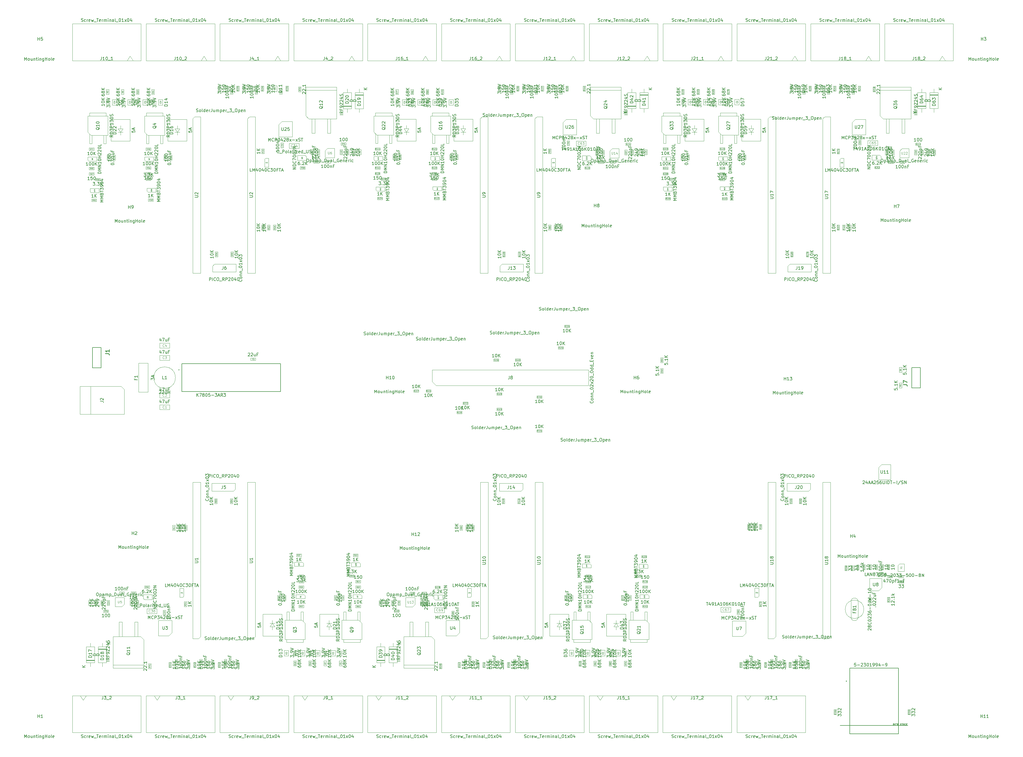
<source format=gbr>
%TF.GenerationSoftware,KiCad,Pcbnew,8.0.1*%
%TF.CreationDate,2024-04-17T10:04:04-05:00*%
%TF.ProjectId,Kristerj,4b726973-7465-4726-9a2e-6b696361645f,rev?*%
%TF.SameCoordinates,Original*%
%TF.FileFunction,AssemblyDrawing,Top*%
%FSLAX46Y46*%
G04 Gerber Fmt 4.6, Leading zero omitted, Abs format (unit mm)*
G04 Created by KiCad (PCBNEW 8.0.1) date 2024-04-17 10:04:04*
%MOMM*%
%LPD*%
G01*
G04 APERTURE LIST*
%ADD10C,0.150000*%
%ADD11C,0.120000*%
%ADD12C,0.060000*%
%ADD13C,0.110000*%
%ADD14C,0.254000*%
%ADD15C,0.050000*%
%ADD16C,0.075000*%
%ADD17C,0.100000*%
%ADD18C,0.200000*%
%ADD19C,0.127000*%
G04 APERTURE END LIST*
D10*
X182058333Y-191153152D02*
X182058333Y-191819819D01*
X181820238Y-190772200D02*
X181582143Y-191486485D01*
X181582143Y-191486485D02*
X182201190Y-191486485D01*
X182486905Y-190819819D02*
X183153571Y-190819819D01*
X183153571Y-190819819D02*
X182725000Y-191819819D01*
X183963095Y-191153152D02*
X183963095Y-191819819D01*
X183534524Y-191153152D02*
X183534524Y-191676961D01*
X183534524Y-191676961D02*
X183582143Y-191772200D01*
X183582143Y-191772200D02*
X183677381Y-191819819D01*
X183677381Y-191819819D02*
X183820238Y-191819819D01*
X183820238Y-191819819D02*
X183915476Y-191772200D01*
X183915476Y-191772200D02*
X183963095Y-191724580D01*
X184772619Y-191296009D02*
X184439286Y-191296009D01*
X184439286Y-191819819D02*
X184439286Y-190819819D01*
X184439286Y-190819819D02*
X184915476Y-190819819D01*
D11*
X183091667Y-193502664D02*
X183053571Y-193540760D01*
X183053571Y-193540760D02*
X182939286Y-193578855D01*
X182939286Y-193578855D02*
X182863095Y-193578855D01*
X182863095Y-193578855D02*
X182748809Y-193540760D01*
X182748809Y-193540760D02*
X182672619Y-193464569D01*
X182672619Y-193464569D02*
X182634524Y-193388379D01*
X182634524Y-193388379D02*
X182596428Y-193235998D01*
X182596428Y-193235998D02*
X182596428Y-193121712D01*
X182596428Y-193121712D02*
X182634524Y-192969331D01*
X182634524Y-192969331D02*
X182672619Y-192893140D01*
X182672619Y-192893140D02*
X182748809Y-192816950D01*
X182748809Y-192816950D02*
X182863095Y-192778855D01*
X182863095Y-192778855D02*
X182939286Y-192778855D01*
X182939286Y-192778855D02*
X183053571Y-192816950D01*
X183053571Y-192816950D02*
X183091667Y-192855045D01*
X183358333Y-192778855D02*
X183853571Y-192778855D01*
X183853571Y-192778855D02*
X183586905Y-193083617D01*
X183586905Y-193083617D02*
X183701190Y-193083617D01*
X183701190Y-193083617D02*
X183777381Y-193121712D01*
X183777381Y-193121712D02*
X183815476Y-193159807D01*
X183815476Y-193159807D02*
X183853571Y-193235998D01*
X183853571Y-193235998D02*
X183853571Y-193426474D01*
X183853571Y-193426474D02*
X183815476Y-193502664D01*
X183815476Y-193502664D02*
X183777381Y-193540760D01*
X183777381Y-193540760D02*
X183701190Y-193578855D01*
X183701190Y-193578855D02*
X183472619Y-193578855D01*
X183472619Y-193578855D02*
X183396428Y-193540760D01*
X183396428Y-193540760D02*
X183358333Y-193502664D01*
D10*
X245699819Y-127075238D02*
X245699819Y-127646666D01*
X245699819Y-127360952D02*
X244699819Y-127360952D01*
X244699819Y-127360952D02*
X244842676Y-127456190D01*
X244842676Y-127456190D02*
X244937914Y-127551428D01*
X244937914Y-127551428D02*
X244985533Y-127646666D01*
X245033152Y-126218095D02*
X245699819Y-126218095D01*
X245033152Y-126646666D02*
X245556961Y-126646666D01*
X245556961Y-126646666D02*
X245652200Y-126599047D01*
X245652200Y-126599047D02*
X245699819Y-126503809D01*
X245699819Y-126503809D02*
X245699819Y-126360952D01*
X245699819Y-126360952D02*
X245652200Y-126265714D01*
X245652200Y-126265714D02*
X245604580Y-126218095D01*
X245176009Y-125408571D02*
X245176009Y-125741904D01*
X245699819Y-125741904D02*
X244699819Y-125741904D01*
X244699819Y-125741904D02*
X244699819Y-125265714D01*
D12*
X246818832Y-126546666D02*
X246837880Y-126565714D01*
X246837880Y-126565714D02*
X246856927Y-126622856D01*
X246856927Y-126622856D02*
X246856927Y-126660952D01*
X246856927Y-126660952D02*
X246837880Y-126718095D01*
X246837880Y-126718095D02*
X246799784Y-126756190D01*
X246799784Y-126756190D02*
X246761689Y-126775237D01*
X246761689Y-126775237D02*
X246685499Y-126794285D01*
X246685499Y-126794285D02*
X246628356Y-126794285D01*
X246628356Y-126794285D02*
X246552165Y-126775237D01*
X246552165Y-126775237D02*
X246514070Y-126756190D01*
X246514070Y-126756190D02*
X246475975Y-126718095D01*
X246475975Y-126718095D02*
X246456927Y-126660952D01*
X246456927Y-126660952D02*
X246456927Y-126622856D01*
X246456927Y-126622856D02*
X246475975Y-126565714D01*
X246475975Y-126565714D02*
X246495022Y-126546666D01*
X246856927Y-126356190D02*
X246856927Y-126279999D01*
X246856927Y-126279999D02*
X246837880Y-126241904D01*
X246837880Y-126241904D02*
X246818832Y-126222856D01*
X246818832Y-126222856D02*
X246761689Y-126184761D01*
X246761689Y-126184761D02*
X246685499Y-126165714D01*
X246685499Y-126165714D02*
X246533118Y-126165714D01*
X246533118Y-126165714D02*
X246495022Y-126184761D01*
X246495022Y-126184761D02*
X246475975Y-126203809D01*
X246475975Y-126203809D02*
X246456927Y-126241904D01*
X246456927Y-126241904D02*
X246456927Y-126318095D01*
X246456927Y-126318095D02*
X246475975Y-126356190D01*
X246475975Y-126356190D02*
X246495022Y-126375237D01*
X246495022Y-126375237D02*
X246533118Y-126394285D01*
X246533118Y-126394285D02*
X246628356Y-126394285D01*
X246628356Y-126394285D02*
X246666451Y-126375237D01*
X246666451Y-126375237D02*
X246685499Y-126356190D01*
X246685499Y-126356190D02*
X246704546Y-126318095D01*
X246704546Y-126318095D02*
X246704546Y-126241904D01*
X246704546Y-126241904D02*
X246685499Y-126203809D01*
X246685499Y-126203809D02*
X246666451Y-126184761D01*
X246666451Y-126184761D02*
X246628356Y-126165714D01*
D10*
X220254819Y-273369047D02*
X220254819Y-273273809D01*
X220254819Y-273273809D02*
X220302438Y-273178571D01*
X220302438Y-273178571D02*
X220350057Y-273130952D01*
X220350057Y-273130952D02*
X220445295Y-273083333D01*
X220445295Y-273083333D02*
X220635771Y-273035714D01*
X220635771Y-273035714D02*
X220873866Y-273035714D01*
X220873866Y-273035714D02*
X221064342Y-273083333D01*
X221064342Y-273083333D02*
X221159580Y-273130952D01*
X221159580Y-273130952D02*
X221207200Y-273178571D01*
X221207200Y-273178571D02*
X221254819Y-273273809D01*
X221254819Y-273273809D02*
X221254819Y-273369047D01*
X221254819Y-273369047D02*
X221207200Y-273464285D01*
X221207200Y-273464285D02*
X221159580Y-273511904D01*
X221159580Y-273511904D02*
X221064342Y-273559523D01*
X221064342Y-273559523D02*
X220873866Y-273607142D01*
X220873866Y-273607142D02*
X220635771Y-273607142D01*
X220635771Y-273607142D02*
X220445295Y-273559523D01*
X220445295Y-273559523D02*
X220350057Y-273511904D01*
X220350057Y-273511904D02*
X220302438Y-273464285D01*
X220302438Y-273464285D02*
X220254819Y-273369047D01*
X221159580Y-272607142D02*
X221207200Y-272559523D01*
X221207200Y-272559523D02*
X221254819Y-272607142D01*
X221254819Y-272607142D02*
X221207200Y-272654761D01*
X221207200Y-272654761D02*
X221159580Y-272607142D01*
X221159580Y-272607142D02*
X221254819Y-272607142D01*
X220254819Y-271940476D02*
X220254819Y-271845238D01*
X220254819Y-271845238D02*
X220302438Y-271750000D01*
X220302438Y-271750000D02*
X220350057Y-271702381D01*
X220350057Y-271702381D02*
X220445295Y-271654762D01*
X220445295Y-271654762D02*
X220635771Y-271607143D01*
X220635771Y-271607143D02*
X220873866Y-271607143D01*
X220873866Y-271607143D02*
X221064342Y-271654762D01*
X221064342Y-271654762D02*
X221159580Y-271702381D01*
X221159580Y-271702381D02*
X221207200Y-271750000D01*
X221207200Y-271750000D02*
X221254819Y-271845238D01*
X221254819Y-271845238D02*
X221254819Y-271940476D01*
X221254819Y-271940476D02*
X221207200Y-272035714D01*
X221207200Y-272035714D02*
X221159580Y-272083333D01*
X221159580Y-272083333D02*
X221064342Y-272130952D01*
X221064342Y-272130952D02*
X220873866Y-272178571D01*
X220873866Y-272178571D02*
X220635771Y-272178571D01*
X220635771Y-272178571D02*
X220445295Y-272130952D01*
X220445295Y-272130952D02*
X220350057Y-272083333D01*
X220350057Y-272083333D02*
X220302438Y-272035714D01*
X220302438Y-272035714D02*
X220254819Y-271940476D01*
X221254819Y-270654762D02*
X221254819Y-271226190D01*
X221254819Y-270940476D02*
X220254819Y-270940476D01*
X220254819Y-270940476D02*
X220397676Y-271035714D01*
X220397676Y-271035714D02*
X220492914Y-271130952D01*
X220492914Y-271130952D02*
X220540533Y-271226190D01*
X220588152Y-269797619D02*
X221254819Y-269797619D01*
X220588152Y-270226190D02*
X221111961Y-270226190D01*
X221111961Y-270226190D02*
X221207200Y-270178571D01*
X221207200Y-270178571D02*
X221254819Y-270083333D01*
X221254819Y-270083333D02*
X221254819Y-269940476D01*
X221254819Y-269940476D02*
X221207200Y-269845238D01*
X221207200Y-269845238D02*
X221159580Y-269797619D01*
X220731009Y-268988095D02*
X220731009Y-269321428D01*
X221254819Y-269321428D02*
X220254819Y-269321428D01*
X220254819Y-269321428D02*
X220254819Y-268845238D01*
D12*
X222373832Y-271507142D02*
X222392880Y-271526190D01*
X222392880Y-271526190D02*
X222411927Y-271583332D01*
X222411927Y-271583332D02*
X222411927Y-271621428D01*
X222411927Y-271621428D02*
X222392880Y-271678571D01*
X222392880Y-271678571D02*
X222354784Y-271716666D01*
X222354784Y-271716666D02*
X222316689Y-271735713D01*
X222316689Y-271735713D02*
X222240499Y-271754761D01*
X222240499Y-271754761D02*
X222183356Y-271754761D01*
X222183356Y-271754761D02*
X222107165Y-271735713D01*
X222107165Y-271735713D02*
X222069070Y-271716666D01*
X222069070Y-271716666D02*
X222030975Y-271678571D01*
X222030975Y-271678571D02*
X222011927Y-271621428D01*
X222011927Y-271621428D02*
X222011927Y-271583332D01*
X222011927Y-271583332D02*
X222030975Y-271526190D01*
X222030975Y-271526190D02*
X222050022Y-271507142D01*
X222411927Y-271126190D02*
X222411927Y-271354761D01*
X222411927Y-271240475D02*
X222011927Y-271240475D01*
X222011927Y-271240475D02*
X222069070Y-271278571D01*
X222069070Y-271278571D02*
X222107165Y-271316666D01*
X222107165Y-271316666D02*
X222126213Y-271354761D01*
X222011927Y-270878571D02*
X222011927Y-270840476D01*
X222011927Y-270840476D02*
X222030975Y-270802380D01*
X222030975Y-270802380D02*
X222050022Y-270783333D01*
X222050022Y-270783333D02*
X222088118Y-270764285D01*
X222088118Y-270764285D02*
X222164308Y-270745238D01*
X222164308Y-270745238D02*
X222259546Y-270745238D01*
X222259546Y-270745238D02*
X222335737Y-270764285D01*
X222335737Y-270764285D02*
X222373832Y-270783333D01*
X222373832Y-270783333D02*
X222392880Y-270802380D01*
X222392880Y-270802380D02*
X222411927Y-270840476D01*
X222411927Y-270840476D02*
X222411927Y-270878571D01*
X222411927Y-270878571D02*
X222392880Y-270916666D01*
X222392880Y-270916666D02*
X222373832Y-270935714D01*
X222373832Y-270935714D02*
X222335737Y-270954761D01*
X222335737Y-270954761D02*
X222259546Y-270973809D01*
X222259546Y-270973809D02*
X222164308Y-270973809D01*
X222164308Y-270973809D02*
X222088118Y-270954761D01*
X222088118Y-270954761D02*
X222050022Y-270935714D01*
X222050022Y-270935714D02*
X222030975Y-270916666D01*
X222030975Y-270916666D02*
X222011927Y-270878571D01*
D10*
X173340057Y-274964047D02*
X173292438Y-274916428D01*
X173292438Y-274916428D02*
X173244819Y-274821190D01*
X173244819Y-274821190D02*
X173244819Y-274583095D01*
X173244819Y-274583095D02*
X173292438Y-274487857D01*
X173292438Y-274487857D02*
X173340057Y-274440238D01*
X173340057Y-274440238D02*
X173435295Y-274392619D01*
X173435295Y-274392619D02*
X173530533Y-274392619D01*
X173530533Y-274392619D02*
X173673390Y-274440238D01*
X173673390Y-274440238D02*
X174244819Y-275011666D01*
X174244819Y-275011666D02*
X174244819Y-274392619D01*
X173340057Y-274011666D02*
X173292438Y-273964047D01*
X173292438Y-273964047D02*
X173244819Y-273868809D01*
X173244819Y-273868809D02*
X173244819Y-273630714D01*
X173244819Y-273630714D02*
X173292438Y-273535476D01*
X173292438Y-273535476D02*
X173340057Y-273487857D01*
X173340057Y-273487857D02*
X173435295Y-273440238D01*
X173435295Y-273440238D02*
X173530533Y-273440238D01*
X173530533Y-273440238D02*
X173673390Y-273487857D01*
X173673390Y-273487857D02*
X174244819Y-274059285D01*
X174244819Y-274059285D02*
X174244819Y-273440238D01*
X173244819Y-272821190D02*
X173244819Y-272725952D01*
X173244819Y-272725952D02*
X173292438Y-272630714D01*
X173292438Y-272630714D02*
X173340057Y-272583095D01*
X173340057Y-272583095D02*
X173435295Y-272535476D01*
X173435295Y-272535476D02*
X173625771Y-272487857D01*
X173625771Y-272487857D02*
X173863866Y-272487857D01*
X173863866Y-272487857D02*
X174054342Y-272535476D01*
X174054342Y-272535476D02*
X174149580Y-272583095D01*
X174149580Y-272583095D02*
X174197200Y-272630714D01*
X174197200Y-272630714D02*
X174244819Y-272725952D01*
X174244819Y-272725952D02*
X174244819Y-272821190D01*
X174244819Y-272821190D02*
X174197200Y-272916428D01*
X174197200Y-272916428D02*
X174149580Y-272964047D01*
X174149580Y-272964047D02*
X174054342Y-273011666D01*
X174054342Y-273011666D02*
X173863866Y-273059285D01*
X173863866Y-273059285D02*
X173625771Y-273059285D01*
X173625771Y-273059285D02*
X173435295Y-273011666D01*
X173435295Y-273011666D02*
X173340057Y-272964047D01*
X173340057Y-272964047D02*
X173292438Y-272916428D01*
X173292438Y-272916428D02*
X173244819Y-272821190D01*
X173578152Y-272059285D02*
X174578152Y-272059285D01*
X173625771Y-272059285D02*
X173578152Y-271964047D01*
X173578152Y-271964047D02*
X173578152Y-271773571D01*
X173578152Y-271773571D02*
X173625771Y-271678333D01*
X173625771Y-271678333D02*
X173673390Y-271630714D01*
X173673390Y-271630714D02*
X173768628Y-271583095D01*
X173768628Y-271583095D02*
X174054342Y-271583095D01*
X174054342Y-271583095D02*
X174149580Y-271630714D01*
X174149580Y-271630714D02*
X174197200Y-271678333D01*
X174197200Y-271678333D02*
X174244819Y-271773571D01*
X174244819Y-271773571D02*
X174244819Y-271964047D01*
X174244819Y-271964047D02*
X174197200Y-272059285D01*
X173721009Y-270821190D02*
X173721009Y-271154523D01*
X174244819Y-271154523D02*
X173244819Y-271154523D01*
X173244819Y-271154523D02*
X173244819Y-270678333D01*
D12*
X172503832Y-273102142D02*
X172522880Y-273121190D01*
X172522880Y-273121190D02*
X172541927Y-273178332D01*
X172541927Y-273178332D02*
X172541927Y-273216428D01*
X172541927Y-273216428D02*
X172522880Y-273273571D01*
X172522880Y-273273571D02*
X172484784Y-273311666D01*
X172484784Y-273311666D02*
X172446689Y-273330713D01*
X172446689Y-273330713D02*
X172370499Y-273349761D01*
X172370499Y-273349761D02*
X172313356Y-273349761D01*
X172313356Y-273349761D02*
X172237165Y-273330713D01*
X172237165Y-273330713D02*
X172199070Y-273311666D01*
X172199070Y-273311666D02*
X172160975Y-273273571D01*
X172160975Y-273273571D02*
X172141927Y-273216428D01*
X172141927Y-273216428D02*
X172141927Y-273178332D01*
X172141927Y-273178332D02*
X172160975Y-273121190D01*
X172160975Y-273121190D02*
X172180022Y-273102142D01*
X172541927Y-272721190D02*
X172541927Y-272949761D01*
X172541927Y-272835475D02*
X172141927Y-272835475D01*
X172141927Y-272835475D02*
X172199070Y-272873571D01*
X172199070Y-272873571D02*
X172237165Y-272911666D01*
X172237165Y-272911666D02*
X172256213Y-272949761D01*
X172541927Y-272340238D02*
X172541927Y-272568809D01*
X172541927Y-272454523D02*
X172141927Y-272454523D01*
X172141927Y-272454523D02*
X172199070Y-272492619D01*
X172199070Y-272492619D02*
X172237165Y-272530714D01*
X172237165Y-272530714D02*
X172256213Y-272568809D01*
D10*
X239114819Y-273369047D02*
X239114819Y-273273809D01*
X239114819Y-273273809D02*
X239162438Y-273178571D01*
X239162438Y-273178571D02*
X239210057Y-273130952D01*
X239210057Y-273130952D02*
X239305295Y-273083333D01*
X239305295Y-273083333D02*
X239495771Y-273035714D01*
X239495771Y-273035714D02*
X239733866Y-273035714D01*
X239733866Y-273035714D02*
X239924342Y-273083333D01*
X239924342Y-273083333D02*
X240019580Y-273130952D01*
X240019580Y-273130952D02*
X240067200Y-273178571D01*
X240067200Y-273178571D02*
X240114819Y-273273809D01*
X240114819Y-273273809D02*
X240114819Y-273369047D01*
X240114819Y-273369047D02*
X240067200Y-273464285D01*
X240067200Y-273464285D02*
X240019580Y-273511904D01*
X240019580Y-273511904D02*
X239924342Y-273559523D01*
X239924342Y-273559523D02*
X239733866Y-273607142D01*
X239733866Y-273607142D02*
X239495771Y-273607142D01*
X239495771Y-273607142D02*
X239305295Y-273559523D01*
X239305295Y-273559523D02*
X239210057Y-273511904D01*
X239210057Y-273511904D02*
X239162438Y-273464285D01*
X239162438Y-273464285D02*
X239114819Y-273369047D01*
X240019580Y-272607142D02*
X240067200Y-272559523D01*
X240067200Y-272559523D02*
X240114819Y-272607142D01*
X240114819Y-272607142D02*
X240067200Y-272654761D01*
X240067200Y-272654761D02*
X240019580Y-272607142D01*
X240019580Y-272607142D02*
X240114819Y-272607142D01*
X239114819Y-271940476D02*
X239114819Y-271845238D01*
X239114819Y-271845238D02*
X239162438Y-271750000D01*
X239162438Y-271750000D02*
X239210057Y-271702381D01*
X239210057Y-271702381D02*
X239305295Y-271654762D01*
X239305295Y-271654762D02*
X239495771Y-271607143D01*
X239495771Y-271607143D02*
X239733866Y-271607143D01*
X239733866Y-271607143D02*
X239924342Y-271654762D01*
X239924342Y-271654762D02*
X240019580Y-271702381D01*
X240019580Y-271702381D02*
X240067200Y-271750000D01*
X240067200Y-271750000D02*
X240114819Y-271845238D01*
X240114819Y-271845238D02*
X240114819Y-271940476D01*
X240114819Y-271940476D02*
X240067200Y-272035714D01*
X240067200Y-272035714D02*
X240019580Y-272083333D01*
X240019580Y-272083333D02*
X239924342Y-272130952D01*
X239924342Y-272130952D02*
X239733866Y-272178571D01*
X239733866Y-272178571D02*
X239495771Y-272178571D01*
X239495771Y-272178571D02*
X239305295Y-272130952D01*
X239305295Y-272130952D02*
X239210057Y-272083333D01*
X239210057Y-272083333D02*
X239162438Y-272035714D01*
X239162438Y-272035714D02*
X239114819Y-271940476D01*
X240114819Y-270654762D02*
X240114819Y-271226190D01*
X240114819Y-270940476D02*
X239114819Y-270940476D01*
X239114819Y-270940476D02*
X239257676Y-271035714D01*
X239257676Y-271035714D02*
X239352914Y-271130952D01*
X239352914Y-271130952D02*
X239400533Y-271226190D01*
X239448152Y-269797619D02*
X240114819Y-269797619D01*
X239448152Y-270226190D02*
X239971961Y-270226190D01*
X239971961Y-270226190D02*
X240067200Y-270178571D01*
X240067200Y-270178571D02*
X240114819Y-270083333D01*
X240114819Y-270083333D02*
X240114819Y-269940476D01*
X240114819Y-269940476D02*
X240067200Y-269845238D01*
X240067200Y-269845238D02*
X240019580Y-269797619D01*
X239591009Y-268988095D02*
X239591009Y-269321428D01*
X240114819Y-269321428D02*
X239114819Y-269321428D01*
X239114819Y-269321428D02*
X239114819Y-268845238D01*
D12*
X241233832Y-271507142D02*
X241252880Y-271526190D01*
X241252880Y-271526190D02*
X241271927Y-271583332D01*
X241271927Y-271583332D02*
X241271927Y-271621428D01*
X241271927Y-271621428D02*
X241252880Y-271678571D01*
X241252880Y-271678571D02*
X241214784Y-271716666D01*
X241214784Y-271716666D02*
X241176689Y-271735713D01*
X241176689Y-271735713D02*
X241100499Y-271754761D01*
X241100499Y-271754761D02*
X241043356Y-271754761D01*
X241043356Y-271754761D02*
X240967165Y-271735713D01*
X240967165Y-271735713D02*
X240929070Y-271716666D01*
X240929070Y-271716666D02*
X240890975Y-271678571D01*
X240890975Y-271678571D02*
X240871927Y-271621428D01*
X240871927Y-271621428D02*
X240871927Y-271583332D01*
X240871927Y-271583332D02*
X240890975Y-271526190D01*
X240890975Y-271526190D02*
X240910022Y-271507142D01*
X241271927Y-271126190D02*
X241271927Y-271354761D01*
X241271927Y-271240475D02*
X240871927Y-271240475D01*
X240871927Y-271240475D02*
X240929070Y-271278571D01*
X240929070Y-271278571D02*
X240967165Y-271316666D01*
X240967165Y-271316666D02*
X240986213Y-271354761D01*
X240871927Y-270783333D02*
X240871927Y-270859523D01*
X240871927Y-270859523D02*
X240890975Y-270897619D01*
X240890975Y-270897619D02*
X240910022Y-270916666D01*
X240910022Y-270916666D02*
X240967165Y-270954761D01*
X240967165Y-270954761D02*
X241043356Y-270973809D01*
X241043356Y-270973809D02*
X241195737Y-270973809D01*
X241195737Y-270973809D02*
X241233832Y-270954761D01*
X241233832Y-270954761D02*
X241252880Y-270935714D01*
X241252880Y-270935714D02*
X241271927Y-270897619D01*
X241271927Y-270897619D02*
X241271927Y-270821428D01*
X241271927Y-270821428D02*
X241252880Y-270783333D01*
X241252880Y-270783333D02*
X241233832Y-270764285D01*
X241233832Y-270764285D02*
X241195737Y-270745238D01*
X241195737Y-270745238D02*
X241100499Y-270745238D01*
X241100499Y-270745238D02*
X241062403Y-270764285D01*
X241062403Y-270764285D02*
X241043356Y-270783333D01*
X241043356Y-270783333D02*
X241024308Y-270821428D01*
X241024308Y-270821428D02*
X241024308Y-270897619D01*
X241024308Y-270897619D02*
X241043356Y-270935714D01*
X241043356Y-270935714D02*
X241062403Y-270954761D01*
X241062403Y-270954761D02*
X241100499Y-270973809D01*
D10*
X418020057Y-128649047D02*
X417972438Y-128601428D01*
X417972438Y-128601428D02*
X417924819Y-128506190D01*
X417924819Y-128506190D02*
X417924819Y-128268095D01*
X417924819Y-128268095D02*
X417972438Y-128172857D01*
X417972438Y-128172857D02*
X418020057Y-128125238D01*
X418020057Y-128125238D02*
X418115295Y-128077619D01*
X418115295Y-128077619D02*
X418210533Y-128077619D01*
X418210533Y-128077619D02*
X418353390Y-128125238D01*
X418353390Y-128125238D02*
X418924819Y-128696666D01*
X418924819Y-128696666D02*
X418924819Y-128077619D01*
X418020057Y-127696666D02*
X417972438Y-127649047D01*
X417972438Y-127649047D02*
X417924819Y-127553809D01*
X417924819Y-127553809D02*
X417924819Y-127315714D01*
X417924819Y-127315714D02*
X417972438Y-127220476D01*
X417972438Y-127220476D02*
X418020057Y-127172857D01*
X418020057Y-127172857D02*
X418115295Y-127125238D01*
X418115295Y-127125238D02*
X418210533Y-127125238D01*
X418210533Y-127125238D02*
X418353390Y-127172857D01*
X418353390Y-127172857D02*
X418924819Y-127744285D01*
X418924819Y-127744285D02*
X418924819Y-127125238D01*
X417924819Y-126506190D02*
X417924819Y-126410952D01*
X417924819Y-126410952D02*
X417972438Y-126315714D01*
X417972438Y-126315714D02*
X418020057Y-126268095D01*
X418020057Y-126268095D02*
X418115295Y-126220476D01*
X418115295Y-126220476D02*
X418305771Y-126172857D01*
X418305771Y-126172857D02*
X418543866Y-126172857D01*
X418543866Y-126172857D02*
X418734342Y-126220476D01*
X418734342Y-126220476D02*
X418829580Y-126268095D01*
X418829580Y-126268095D02*
X418877200Y-126315714D01*
X418877200Y-126315714D02*
X418924819Y-126410952D01*
X418924819Y-126410952D02*
X418924819Y-126506190D01*
X418924819Y-126506190D02*
X418877200Y-126601428D01*
X418877200Y-126601428D02*
X418829580Y-126649047D01*
X418829580Y-126649047D02*
X418734342Y-126696666D01*
X418734342Y-126696666D02*
X418543866Y-126744285D01*
X418543866Y-126744285D02*
X418305771Y-126744285D01*
X418305771Y-126744285D02*
X418115295Y-126696666D01*
X418115295Y-126696666D02*
X418020057Y-126649047D01*
X418020057Y-126649047D02*
X417972438Y-126601428D01*
X417972438Y-126601428D02*
X417924819Y-126506190D01*
X418258152Y-125744285D02*
X419258152Y-125744285D01*
X418305771Y-125744285D02*
X418258152Y-125649047D01*
X418258152Y-125649047D02*
X418258152Y-125458571D01*
X418258152Y-125458571D02*
X418305771Y-125363333D01*
X418305771Y-125363333D02*
X418353390Y-125315714D01*
X418353390Y-125315714D02*
X418448628Y-125268095D01*
X418448628Y-125268095D02*
X418734342Y-125268095D01*
X418734342Y-125268095D02*
X418829580Y-125315714D01*
X418829580Y-125315714D02*
X418877200Y-125363333D01*
X418877200Y-125363333D02*
X418924819Y-125458571D01*
X418924819Y-125458571D02*
X418924819Y-125649047D01*
X418924819Y-125649047D02*
X418877200Y-125744285D01*
X418401009Y-124506190D02*
X418401009Y-124839523D01*
X418924819Y-124839523D02*
X417924819Y-124839523D01*
X417924819Y-124839523D02*
X417924819Y-124363333D01*
D12*
X420043832Y-126787142D02*
X420062880Y-126806190D01*
X420062880Y-126806190D02*
X420081927Y-126863332D01*
X420081927Y-126863332D02*
X420081927Y-126901428D01*
X420081927Y-126901428D02*
X420062880Y-126958571D01*
X420062880Y-126958571D02*
X420024784Y-126996666D01*
X420024784Y-126996666D02*
X419986689Y-127015713D01*
X419986689Y-127015713D02*
X419910499Y-127034761D01*
X419910499Y-127034761D02*
X419853356Y-127034761D01*
X419853356Y-127034761D02*
X419777165Y-127015713D01*
X419777165Y-127015713D02*
X419739070Y-126996666D01*
X419739070Y-126996666D02*
X419700975Y-126958571D01*
X419700975Y-126958571D02*
X419681927Y-126901428D01*
X419681927Y-126901428D02*
X419681927Y-126863332D01*
X419681927Y-126863332D02*
X419700975Y-126806190D01*
X419700975Y-126806190D02*
X419720022Y-126787142D01*
X419681927Y-126653809D02*
X419681927Y-126406190D01*
X419681927Y-126406190D02*
X419834308Y-126539523D01*
X419834308Y-126539523D02*
X419834308Y-126482380D01*
X419834308Y-126482380D02*
X419853356Y-126444285D01*
X419853356Y-126444285D02*
X419872403Y-126425237D01*
X419872403Y-126425237D02*
X419910499Y-126406190D01*
X419910499Y-126406190D02*
X420005737Y-126406190D01*
X420005737Y-126406190D02*
X420043832Y-126425237D01*
X420043832Y-126425237D02*
X420062880Y-126444285D01*
X420062880Y-126444285D02*
X420081927Y-126482380D01*
X420081927Y-126482380D02*
X420081927Y-126596666D01*
X420081927Y-126596666D02*
X420062880Y-126634761D01*
X420062880Y-126634761D02*
X420043832Y-126653809D01*
X419681927Y-126044285D02*
X419681927Y-126234761D01*
X419681927Y-126234761D02*
X419872403Y-126253809D01*
X419872403Y-126253809D02*
X419853356Y-126234761D01*
X419853356Y-126234761D02*
X419834308Y-126196666D01*
X419834308Y-126196666D02*
X419834308Y-126101428D01*
X419834308Y-126101428D02*
X419853356Y-126063333D01*
X419853356Y-126063333D02*
X419872403Y-126044285D01*
X419872403Y-126044285D02*
X419910499Y-126025238D01*
X419910499Y-126025238D02*
X420005737Y-126025238D01*
X420005737Y-126025238D02*
X420043832Y-126044285D01*
X420043832Y-126044285D02*
X420062880Y-126063333D01*
X420062880Y-126063333D02*
X420081927Y-126101428D01*
X420081927Y-126101428D02*
X420081927Y-126196666D01*
X420081927Y-126196666D02*
X420062880Y-126234761D01*
X420062880Y-126234761D02*
X420043832Y-126253809D01*
D10*
X370734819Y-130279047D02*
X370734819Y-130183809D01*
X370734819Y-130183809D02*
X370782438Y-130088571D01*
X370782438Y-130088571D02*
X370830057Y-130040952D01*
X370830057Y-130040952D02*
X370925295Y-129993333D01*
X370925295Y-129993333D02*
X371115771Y-129945714D01*
X371115771Y-129945714D02*
X371353866Y-129945714D01*
X371353866Y-129945714D02*
X371544342Y-129993333D01*
X371544342Y-129993333D02*
X371639580Y-130040952D01*
X371639580Y-130040952D02*
X371687200Y-130088571D01*
X371687200Y-130088571D02*
X371734819Y-130183809D01*
X371734819Y-130183809D02*
X371734819Y-130279047D01*
X371734819Y-130279047D02*
X371687200Y-130374285D01*
X371687200Y-130374285D02*
X371639580Y-130421904D01*
X371639580Y-130421904D02*
X371544342Y-130469523D01*
X371544342Y-130469523D02*
X371353866Y-130517142D01*
X371353866Y-130517142D02*
X371115771Y-130517142D01*
X371115771Y-130517142D02*
X370925295Y-130469523D01*
X370925295Y-130469523D02*
X370830057Y-130421904D01*
X370830057Y-130421904D02*
X370782438Y-130374285D01*
X370782438Y-130374285D02*
X370734819Y-130279047D01*
X371639580Y-129517142D02*
X371687200Y-129469523D01*
X371687200Y-129469523D02*
X371734819Y-129517142D01*
X371734819Y-129517142D02*
X371687200Y-129564761D01*
X371687200Y-129564761D02*
X371639580Y-129517142D01*
X371639580Y-129517142D02*
X371734819Y-129517142D01*
X370734819Y-128850476D02*
X370734819Y-128755238D01*
X370734819Y-128755238D02*
X370782438Y-128660000D01*
X370782438Y-128660000D02*
X370830057Y-128612381D01*
X370830057Y-128612381D02*
X370925295Y-128564762D01*
X370925295Y-128564762D02*
X371115771Y-128517143D01*
X371115771Y-128517143D02*
X371353866Y-128517143D01*
X371353866Y-128517143D02*
X371544342Y-128564762D01*
X371544342Y-128564762D02*
X371639580Y-128612381D01*
X371639580Y-128612381D02*
X371687200Y-128660000D01*
X371687200Y-128660000D02*
X371734819Y-128755238D01*
X371734819Y-128755238D02*
X371734819Y-128850476D01*
X371734819Y-128850476D02*
X371687200Y-128945714D01*
X371687200Y-128945714D02*
X371639580Y-128993333D01*
X371639580Y-128993333D02*
X371544342Y-129040952D01*
X371544342Y-129040952D02*
X371353866Y-129088571D01*
X371353866Y-129088571D02*
X371115771Y-129088571D01*
X371115771Y-129088571D02*
X370925295Y-129040952D01*
X370925295Y-129040952D02*
X370830057Y-128993333D01*
X370830057Y-128993333D02*
X370782438Y-128945714D01*
X370782438Y-128945714D02*
X370734819Y-128850476D01*
X371734819Y-127564762D02*
X371734819Y-128136190D01*
X371734819Y-127850476D02*
X370734819Y-127850476D01*
X370734819Y-127850476D02*
X370877676Y-127945714D01*
X370877676Y-127945714D02*
X370972914Y-128040952D01*
X370972914Y-128040952D02*
X371020533Y-128136190D01*
X371068152Y-126707619D02*
X371734819Y-126707619D01*
X371068152Y-127136190D02*
X371591961Y-127136190D01*
X371591961Y-127136190D02*
X371687200Y-127088571D01*
X371687200Y-127088571D02*
X371734819Y-126993333D01*
X371734819Y-126993333D02*
X371734819Y-126850476D01*
X371734819Y-126850476D02*
X371687200Y-126755238D01*
X371687200Y-126755238D02*
X371639580Y-126707619D01*
X371211009Y-125898095D02*
X371211009Y-126231428D01*
X371734819Y-126231428D02*
X370734819Y-126231428D01*
X370734819Y-126231428D02*
X370734819Y-125755238D01*
D12*
X369993832Y-128417142D02*
X370012880Y-128436190D01*
X370012880Y-128436190D02*
X370031927Y-128493332D01*
X370031927Y-128493332D02*
X370031927Y-128531428D01*
X370031927Y-128531428D02*
X370012880Y-128588571D01*
X370012880Y-128588571D02*
X369974784Y-128626666D01*
X369974784Y-128626666D02*
X369936689Y-128645713D01*
X369936689Y-128645713D02*
X369860499Y-128664761D01*
X369860499Y-128664761D02*
X369803356Y-128664761D01*
X369803356Y-128664761D02*
X369727165Y-128645713D01*
X369727165Y-128645713D02*
X369689070Y-128626666D01*
X369689070Y-128626666D02*
X369650975Y-128588571D01*
X369650975Y-128588571D02*
X369631927Y-128531428D01*
X369631927Y-128531428D02*
X369631927Y-128493332D01*
X369631927Y-128493332D02*
X369650975Y-128436190D01*
X369650975Y-128436190D02*
X369670022Y-128417142D01*
X369631927Y-128283809D02*
X369631927Y-128036190D01*
X369631927Y-128036190D02*
X369784308Y-128169523D01*
X369784308Y-128169523D02*
X369784308Y-128112380D01*
X369784308Y-128112380D02*
X369803356Y-128074285D01*
X369803356Y-128074285D02*
X369822403Y-128055237D01*
X369822403Y-128055237D02*
X369860499Y-128036190D01*
X369860499Y-128036190D02*
X369955737Y-128036190D01*
X369955737Y-128036190D02*
X369993832Y-128055237D01*
X369993832Y-128055237D02*
X370012880Y-128074285D01*
X370012880Y-128074285D02*
X370031927Y-128112380D01*
X370031927Y-128112380D02*
X370031927Y-128226666D01*
X370031927Y-128226666D02*
X370012880Y-128264761D01*
X370012880Y-128264761D02*
X369993832Y-128283809D01*
X369631927Y-127693333D02*
X369631927Y-127769523D01*
X369631927Y-127769523D02*
X369650975Y-127807619D01*
X369650975Y-127807619D02*
X369670022Y-127826666D01*
X369670022Y-127826666D02*
X369727165Y-127864761D01*
X369727165Y-127864761D02*
X369803356Y-127883809D01*
X369803356Y-127883809D02*
X369955737Y-127883809D01*
X369955737Y-127883809D02*
X369993832Y-127864761D01*
X369993832Y-127864761D02*
X370012880Y-127845714D01*
X370012880Y-127845714D02*
X370031927Y-127807619D01*
X370031927Y-127807619D02*
X370031927Y-127731428D01*
X370031927Y-127731428D02*
X370012880Y-127693333D01*
X370012880Y-127693333D02*
X369993832Y-127674285D01*
X369993832Y-127674285D02*
X369955737Y-127655238D01*
X369955737Y-127655238D02*
X369860499Y-127655238D01*
X369860499Y-127655238D02*
X369822403Y-127674285D01*
X369822403Y-127674285D02*
X369803356Y-127693333D01*
X369803356Y-127693333D02*
X369784308Y-127731428D01*
X369784308Y-127731428D02*
X369784308Y-127807619D01*
X369784308Y-127807619D02*
X369803356Y-127845714D01*
X369803356Y-127845714D02*
X369822403Y-127864761D01*
X369822403Y-127864761D02*
X369860499Y-127883809D01*
D10*
X239304819Y-290526189D02*
X239304819Y-289907142D01*
X239304819Y-289907142D02*
X239685771Y-290240475D01*
X239685771Y-290240475D02*
X239685771Y-290097618D01*
X239685771Y-290097618D02*
X239733390Y-290002380D01*
X239733390Y-290002380D02*
X239781009Y-289954761D01*
X239781009Y-289954761D02*
X239876247Y-289907142D01*
X239876247Y-289907142D02*
X240114342Y-289907142D01*
X240114342Y-289907142D02*
X240209580Y-289954761D01*
X240209580Y-289954761D02*
X240257200Y-290002380D01*
X240257200Y-290002380D02*
X240304819Y-290097618D01*
X240304819Y-290097618D02*
X240304819Y-290383332D01*
X240304819Y-290383332D02*
X240257200Y-290478570D01*
X240257200Y-290478570D02*
X240209580Y-290526189D01*
X240209580Y-289478570D02*
X240257200Y-289430951D01*
X240257200Y-289430951D02*
X240304819Y-289478570D01*
X240304819Y-289478570D02*
X240257200Y-289526189D01*
X240257200Y-289526189D02*
X240209580Y-289478570D01*
X240209580Y-289478570D02*
X240304819Y-289478570D01*
X240304819Y-288954761D02*
X240304819Y-288764285D01*
X240304819Y-288764285D02*
X240257200Y-288669047D01*
X240257200Y-288669047D02*
X240209580Y-288621428D01*
X240209580Y-288621428D02*
X240066723Y-288526190D01*
X240066723Y-288526190D02*
X239876247Y-288478571D01*
X239876247Y-288478571D02*
X239495295Y-288478571D01*
X239495295Y-288478571D02*
X239400057Y-288526190D01*
X239400057Y-288526190D02*
X239352438Y-288573809D01*
X239352438Y-288573809D02*
X239304819Y-288669047D01*
X239304819Y-288669047D02*
X239304819Y-288859523D01*
X239304819Y-288859523D02*
X239352438Y-288954761D01*
X239352438Y-288954761D02*
X239400057Y-289002380D01*
X239400057Y-289002380D02*
X239495295Y-289049999D01*
X239495295Y-289049999D02*
X239733390Y-289049999D01*
X239733390Y-289049999D02*
X239828628Y-289002380D01*
X239828628Y-289002380D02*
X239876247Y-288954761D01*
X239876247Y-288954761D02*
X239923866Y-288859523D01*
X239923866Y-288859523D02*
X239923866Y-288669047D01*
X239923866Y-288669047D02*
X239876247Y-288573809D01*
X239876247Y-288573809D02*
X239828628Y-288526190D01*
X239828628Y-288526190D02*
X239733390Y-288478571D01*
X239304819Y-288192856D02*
X240304819Y-287859523D01*
X240304819Y-287859523D02*
X239304819Y-287526190D01*
X236554819Y-289888094D02*
X235554819Y-289888094D01*
X235554819Y-289888094D02*
X235554819Y-289649999D01*
X235554819Y-289649999D02*
X235602438Y-289507142D01*
X235602438Y-289507142D02*
X235697676Y-289411904D01*
X235697676Y-289411904D02*
X235792914Y-289364285D01*
X235792914Y-289364285D02*
X235983390Y-289316666D01*
X235983390Y-289316666D02*
X236126247Y-289316666D01*
X236126247Y-289316666D02*
X236316723Y-289364285D01*
X236316723Y-289364285D02*
X236411961Y-289411904D01*
X236411961Y-289411904D02*
X236507200Y-289507142D01*
X236507200Y-289507142D02*
X236554819Y-289649999D01*
X236554819Y-289649999D02*
X236554819Y-289888094D01*
X236554819Y-288364285D02*
X236554819Y-288935713D01*
X236554819Y-288649999D02*
X235554819Y-288649999D01*
X235554819Y-288649999D02*
X235697676Y-288745237D01*
X235697676Y-288745237D02*
X235792914Y-288840475D01*
X235792914Y-288840475D02*
X235840533Y-288935713D01*
X234334819Y-290526189D02*
X234334819Y-289907142D01*
X234334819Y-289907142D02*
X234715771Y-290240475D01*
X234715771Y-290240475D02*
X234715771Y-290097618D01*
X234715771Y-290097618D02*
X234763390Y-290002380D01*
X234763390Y-290002380D02*
X234811009Y-289954761D01*
X234811009Y-289954761D02*
X234906247Y-289907142D01*
X234906247Y-289907142D02*
X235144342Y-289907142D01*
X235144342Y-289907142D02*
X235239580Y-289954761D01*
X235239580Y-289954761D02*
X235287200Y-290002380D01*
X235287200Y-290002380D02*
X235334819Y-290097618D01*
X235334819Y-290097618D02*
X235334819Y-290383332D01*
X235334819Y-290383332D02*
X235287200Y-290478570D01*
X235287200Y-290478570D02*
X235239580Y-290526189D01*
X235239580Y-289478570D02*
X235287200Y-289430951D01*
X235287200Y-289430951D02*
X235334819Y-289478570D01*
X235334819Y-289478570D02*
X235287200Y-289526189D01*
X235287200Y-289526189D02*
X235239580Y-289478570D01*
X235239580Y-289478570D02*
X235334819Y-289478570D01*
X235334819Y-288954761D02*
X235334819Y-288764285D01*
X235334819Y-288764285D02*
X235287200Y-288669047D01*
X235287200Y-288669047D02*
X235239580Y-288621428D01*
X235239580Y-288621428D02*
X235096723Y-288526190D01*
X235096723Y-288526190D02*
X234906247Y-288478571D01*
X234906247Y-288478571D02*
X234525295Y-288478571D01*
X234525295Y-288478571D02*
X234430057Y-288526190D01*
X234430057Y-288526190D02*
X234382438Y-288573809D01*
X234382438Y-288573809D02*
X234334819Y-288669047D01*
X234334819Y-288669047D02*
X234334819Y-288859523D01*
X234334819Y-288859523D02*
X234382438Y-288954761D01*
X234382438Y-288954761D02*
X234430057Y-289002380D01*
X234430057Y-289002380D02*
X234525295Y-289049999D01*
X234525295Y-289049999D02*
X234763390Y-289049999D01*
X234763390Y-289049999D02*
X234858628Y-289002380D01*
X234858628Y-289002380D02*
X234906247Y-288954761D01*
X234906247Y-288954761D02*
X234953866Y-288859523D01*
X234953866Y-288859523D02*
X234953866Y-288669047D01*
X234953866Y-288669047D02*
X234906247Y-288573809D01*
X234906247Y-288573809D02*
X234858628Y-288526190D01*
X234858628Y-288526190D02*
X234763390Y-288478571D01*
X234334819Y-288192856D02*
X235334819Y-287859523D01*
X235334819Y-287859523D02*
X234334819Y-287526190D01*
X231584819Y-289888094D02*
X230584819Y-289888094D01*
X230584819Y-289888094D02*
X230584819Y-289649999D01*
X230584819Y-289649999D02*
X230632438Y-289507142D01*
X230632438Y-289507142D02*
X230727676Y-289411904D01*
X230727676Y-289411904D02*
X230822914Y-289364285D01*
X230822914Y-289364285D02*
X231013390Y-289316666D01*
X231013390Y-289316666D02*
X231156247Y-289316666D01*
X231156247Y-289316666D02*
X231346723Y-289364285D01*
X231346723Y-289364285D02*
X231441961Y-289411904D01*
X231441961Y-289411904D02*
X231537200Y-289507142D01*
X231537200Y-289507142D02*
X231584819Y-289649999D01*
X231584819Y-289649999D02*
X231584819Y-289888094D01*
X230584819Y-288983332D02*
X230584819Y-288364285D01*
X230584819Y-288364285D02*
X230965771Y-288697618D01*
X230965771Y-288697618D02*
X230965771Y-288554761D01*
X230965771Y-288554761D02*
X231013390Y-288459523D01*
X231013390Y-288459523D02*
X231061009Y-288411904D01*
X231061009Y-288411904D02*
X231156247Y-288364285D01*
X231156247Y-288364285D02*
X231394342Y-288364285D01*
X231394342Y-288364285D02*
X231489580Y-288411904D01*
X231489580Y-288411904D02*
X231537200Y-288459523D01*
X231537200Y-288459523D02*
X231584819Y-288554761D01*
X231584819Y-288554761D02*
X231584819Y-288840475D01*
X231584819Y-288840475D02*
X231537200Y-288935713D01*
X231537200Y-288935713D02*
X231489580Y-288983332D01*
X200554819Y-107401189D02*
X200554819Y-106782142D01*
X200554819Y-106782142D02*
X200935771Y-107115475D01*
X200935771Y-107115475D02*
X200935771Y-106972618D01*
X200935771Y-106972618D02*
X200983390Y-106877380D01*
X200983390Y-106877380D02*
X201031009Y-106829761D01*
X201031009Y-106829761D02*
X201126247Y-106782142D01*
X201126247Y-106782142D02*
X201364342Y-106782142D01*
X201364342Y-106782142D02*
X201459580Y-106829761D01*
X201459580Y-106829761D02*
X201507200Y-106877380D01*
X201507200Y-106877380D02*
X201554819Y-106972618D01*
X201554819Y-106972618D02*
X201554819Y-107258332D01*
X201554819Y-107258332D02*
X201507200Y-107353570D01*
X201507200Y-107353570D02*
X201459580Y-107401189D01*
X201459580Y-106353570D02*
X201507200Y-106305951D01*
X201507200Y-106305951D02*
X201554819Y-106353570D01*
X201554819Y-106353570D02*
X201507200Y-106401189D01*
X201507200Y-106401189D02*
X201459580Y-106353570D01*
X201459580Y-106353570D02*
X201554819Y-106353570D01*
X201554819Y-105829761D02*
X201554819Y-105639285D01*
X201554819Y-105639285D02*
X201507200Y-105544047D01*
X201507200Y-105544047D02*
X201459580Y-105496428D01*
X201459580Y-105496428D02*
X201316723Y-105401190D01*
X201316723Y-105401190D02*
X201126247Y-105353571D01*
X201126247Y-105353571D02*
X200745295Y-105353571D01*
X200745295Y-105353571D02*
X200650057Y-105401190D01*
X200650057Y-105401190D02*
X200602438Y-105448809D01*
X200602438Y-105448809D02*
X200554819Y-105544047D01*
X200554819Y-105544047D02*
X200554819Y-105734523D01*
X200554819Y-105734523D02*
X200602438Y-105829761D01*
X200602438Y-105829761D02*
X200650057Y-105877380D01*
X200650057Y-105877380D02*
X200745295Y-105924999D01*
X200745295Y-105924999D02*
X200983390Y-105924999D01*
X200983390Y-105924999D02*
X201078628Y-105877380D01*
X201078628Y-105877380D02*
X201126247Y-105829761D01*
X201126247Y-105829761D02*
X201173866Y-105734523D01*
X201173866Y-105734523D02*
X201173866Y-105544047D01*
X201173866Y-105544047D02*
X201126247Y-105448809D01*
X201126247Y-105448809D02*
X201078628Y-105401190D01*
X201078628Y-105401190D02*
X200983390Y-105353571D01*
X200554819Y-105067856D02*
X201554819Y-104734523D01*
X201554819Y-104734523D02*
X200554819Y-104401190D01*
X205304819Y-106563094D02*
X204304819Y-106563094D01*
X204304819Y-106563094D02*
X204304819Y-106324999D01*
X204304819Y-106324999D02*
X204352438Y-106182142D01*
X204352438Y-106182142D02*
X204447676Y-106086904D01*
X204447676Y-106086904D02*
X204542914Y-106039285D01*
X204542914Y-106039285D02*
X204733390Y-105991666D01*
X204733390Y-105991666D02*
X204876247Y-105991666D01*
X204876247Y-105991666D02*
X205066723Y-106039285D01*
X205066723Y-106039285D02*
X205161961Y-106086904D01*
X205161961Y-106086904D02*
X205257200Y-106182142D01*
X205257200Y-106182142D02*
X205304819Y-106324999D01*
X205304819Y-106324999D02*
X205304819Y-106563094D01*
X204304819Y-105086904D02*
X204304819Y-105563094D01*
X204304819Y-105563094D02*
X204781009Y-105610713D01*
X204781009Y-105610713D02*
X204733390Y-105563094D01*
X204733390Y-105563094D02*
X204685771Y-105467856D01*
X204685771Y-105467856D02*
X204685771Y-105229761D01*
X204685771Y-105229761D02*
X204733390Y-105134523D01*
X204733390Y-105134523D02*
X204781009Y-105086904D01*
X204781009Y-105086904D02*
X204876247Y-105039285D01*
X204876247Y-105039285D02*
X205114342Y-105039285D01*
X205114342Y-105039285D02*
X205209580Y-105086904D01*
X205209580Y-105086904D02*
X205257200Y-105134523D01*
X205257200Y-105134523D02*
X205304819Y-105229761D01*
X205304819Y-105229761D02*
X205304819Y-105467856D01*
X205304819Y-105467856D02*
X205257200Y-105563094D01*
X205257200Y-105563094D02*
X205209580Y-105610713D01*
X229414819Y-290526189D02*
X229414819Y-289907142D01*
X229414819Y-289907142D02*
X229795771Y-290240475D01*
X229795771Y-290240475D02*
X229795771Y-290097618D01*
X229795771Y-290097618D02*
X229843390Y-290002380D01*
X229843390Y-290002380D02*
X229891009Y-289954761D01*
X229891009Y-289954761D02*
X229986247Y-289907142D01*
X229986247Y-289907142D02*
X230224342Y-289907142D01*
X230224342Y-289907142D02*
X230319580Y-289954761D01*
X230319580Y-289954761D02*
X230367200Y-290002380D01*
X230367200Y-290002380D02*
X230414819Y-290097618D01*
X230414819Y-290097618D02*
X230414819Y-290383332D01*
X230414819Y-290383332D02*
X230367200Y-290478570D01*
X230367200Y-290478570D02*
X230319580Y-290526189D01*
X230319580Y-289478570D02*
X230367200Y-289430951D01*
X230367200Y-289430951D02*
X230414819Y-289478570D01*
X230414819Y-289478570D02*
X230367200Y-289526189D01*
X230367200Y-289526189D02*
X230319580Y-289478570D01*
X230319580Y-289478570D02*
X230414819Y-289478570D01*
X230414819Y-288954761D02*
X230414819Y-288764285D01*
X230414819Y-288764285D02*
X230367200Y-288669047D01*
X230367200Y-288669047D02*
X230319580Y-288621428D01*
X230319580Y-288621428D02*
X230176723Y-288526190D01*
X230176723Y-288526190D02*
X229986247Y-288478571D01*
X229986247Y-288478571D02*
X229605295Y-288478571D01*
X229605295Y-288478571D02*
X229510057Y-288526190D01*
X229510057Y-288526190D02*
X229462438Y-288573809D01*
X229462438Y-288573809D02*
X229414819Y-288669047D01*
X229414819Y-288669047D02*
X229414819Y-288859523D01*
X229414819Y-288859523D02*
X229462438Y-288954761D01*
X229462438Y-288954761D02*
X229510057Y-289002380D01*
X229510057Y-289002380D02*
X229605295Y-289049999D01*
X229605295Y-289049999D02*
X229843390Y-289049999D01*
X229843390Y-289049999D02*
X229938628Y-289002380D01*
X229938628Y-289002380D02*
X229986247Y-288954761D01*
X229986247Y-288954761D02*
X230033866Y-288859523D01*
X230033866Y-288859523D02*
X230033866Y-288669047D01*
X230033866Y-288669047D02*
X229986247Y-288573809D01*
X229986247Y-288573809D02*
X229938628Y-288526190D01*
X229938628Y-288526190D02*
X229843390Y-288478571D01*
X229414819Y-288192856D02*
X230414819Y-287859523D01*
X230414819Y-287859523D02*
X229414819Y-287526190D01*
X226664819Y-289888094D02*
X225664819Y-289888094D01*
X225664819Y-289888094D02*
X225664819Y-289649999D01*
X225664819Y-289649999D02*
X225712438Y-289507142D01*
X225712438Y-289507142D02*
X225807676Y-289411904D01*
X225807676Y-289411904D02*
X225902914Y-289364285D01*
X225902914Y-289364285D02*
X226093390Y-289316666D01*
X226093390Y-289316666D02*
X226236247Y-289316666D01*
X226236247Y-289316666D02*
X226426723Y-289364285D01*
X226426723Y-289364285D02*
X226521961Y-289411904D01*
X226521961Y-289411904D02*
X226617200Y-289507142D01*
X226617200Y-289507142D02*
X226664819Y-289649999D01*
X226664819Y-289649999D02*
X226664819Y-289888094D01*
X225664819Y-288983332D02*
X225664819Y-288316666D01*
X225664819Y-288316666D02*
X226664819Y-288745237D01*
X208554819Y-107401189D02*
X208554819Y-106782142D01*
X208554819Y-106782142D02*
X208935771Y-107115475D01*
X208935771Y-107115475D02*
X208935771Y-106972618D01*
X208935771Y-106972618D02*
X208983390Y-106877380D01*
X208983390Y-106877380D02*
X209031009Y-106829761D01*
X209031009Y-106829761D02*
X209126247Y-106782142D01*
X209126247Y-106782142D02*
X209364342Y-106782142D01*
X209364342Y-106782142D02*
X209459580Y-106829761D01*
X209459580Y-106829761D02*
X209507200Y-106877380D01*
X209507200Y-106877380D02*
X209554819Y-106972618D01*
X209554819Y-106972618D02*
X209554819Y-107258332D01*
X209554819Y-107258332D02*
X209507200Y-107353570D01*
X209507200Y-107353570D02*
X209459580Y-107401189D01*
X209459580Y-106353570D02*
X209507200Y-106305951D01*
X209507200Y-106305951D02*
X209554819Y-106353570D01*
X209554819Y-106353570D02*
X209507200Y-106401189D01*
X209507200Y-106401189D02*
X209459580Y-106353570D01*
X209459580Y-106353570D02*
X209554819Y-106353570D01*
X209554819Y-105829761D02*
X209554819Y-105639285D01*
X209554819Y-105639285D02*
X209507200Y-105544047D01*
X209507200Y-105544047D02*
X209459580Y-105496428D01*
X209459580Y-105496428D02*
X209316723Y-105401190D01*
X209316723Y-105401190D02*
X209126247Y-105353571D01*
X209126247Y-105353571D02*
X208745295Y-105353571D01*
X208745295Y-105353571D02*
X208650057Y-105401190D01*
X208650057Y-105401190D02*
X208602438Y-105448809D01*
X208602438Y-105448809D02*
X208554819Y-105544047D01*
X208554819Y-105544047D02*
X208554819Y-105734523D01*
X208554819Y-105734523D02*
X208602438Y-105829761D01*
X208602438Y-105829761D02*
X208650057Y-105877380D01*
X208650057Y-105877380D02*
X208745295Y-105924999D01*
X208745295Y-105924999D02*
X208983390Y-105924999D01*
X208983390Y-105924999D02*
X209078628Y-105877380D01*
X209078628Y-105877380D02*
X209126247Y-105829761D01*
X209126247Y-105829761D02*
X209173866Y-105734523D01*
X209173866Y-105734523D02*
X209173866Y-105544047D01*
X209173866Y-105544047D02*
X209126247Y-105448809D01*
X209126247Y-105448809D02*
X209078628Y-105401190D01*
X209078628Y-105401190D02*
X208983390Y-105353571D01*
X208554819Y-105067856D02*
X209554819Y-104734523D01*
X209554819Y-104734523D02*
X208554819Y-104401190D01*
X213304819Y-106563094D02*
X212304819Y-106563094D01*
X212304819Y-106563094D02*
X212304819Y-106324999D01*
X212304819Y-106324999D02*
X212352438Y-106182142D01*
X212352438Y-106182142D02*
X212447676Y-106086904D01*
X212447676Y-106086904D02*
X212542914Y-106039285D01*
X212542914Y-106039285D02*
X212733390Y-105991666D01*
X212733390Y-105991666D02*
X212876247Y-105991666D01*
X212876247Y-105991666D02*
X213066723Y-106039285D01*
X213066723Y-106039285D02*
X213161961Y-106086904D01*
X213161961Y-106086904D02*
X213257200Y-106182142D01*
X213257200Y-106182142D02*
X213304819Y-106324999D01*
X213304819Y-106324999D02*
X213304819Y-106563094D01*
X213304819Y-105515475D02*
X213304819Y-105324999D01*
X213304819Y-105324999D02*
X213257200Y-105229761D01*
X213257200Y-105229761D02*
X213209580Y-105182142D01*
X213209580Y-105182142D02*
X213066723Y-105086904D01*
X213066723Y-105086904D02*
X212876247Y-105039285D01*
X212876247Y-105039285D02*
X212495295Y-105039285D01*
X212495295Y-105039285D02*
X212400057Y-105086904D01*
X212400057Y-105086904D02*
X212352438Y-105134523D01*
X212352438Y-105134523D02*
X212304819Y-105229761D01*
X212304819Y-105229761D02*
X212304819Y-105420237D01*
X212304819Y-105420237D02*
X212352438Y-105515475D01*
X212352438Y-105515475D02*
X212400057Y-105563094D01*
X212400057Y-105563094D02*
X212495295Y-105610713D01*
X212495295Y-105610713D02*
X212733390Y-105610713D01*
X212733390Y-105610713D02*
X212828628Y-105563094D01*
X212828628Y-105563094D02*
X212876247Y-105515475D01*
X212876247Y-105515475D02*
X212923866Y-105420237D01*
X212923866Y-105420237D02*
X212923866Y-105229761D01*
X212923866Y-105229761D02*
X212876247Y-105134523D01*
X212876247Y-105134523D02*
X212828628Y-105086904D01*
X212828628Y-105086904D02*
X212733390Y-105039285D01*
X216554819Y-107401189D02*
X216554819Y-106782142D01*
X216554819Y-106782142D02*
X216935771Y-107115475D01*
X216935771Y-107115475D02*
X216935771Y-106972618D01*
X216935771Y-106972618D02*
X216983390Y-106877380D01*
X216983390Y-106877380D02*
X217031009Y-106829761D01*
X217031009Y-106829761D02*
X217126247Y-106782142D01*
X217126247Y-106782142D02*
X217364342Y-106782142D01*
X217364342Y-106782142D02*
X217459580Y-106829761D01*
X217459580Y-106829761D02*
X217507200Y-106877380D01*
X217507200Y-106877380D02*
X217554819Y-106972618D01*
X217554819Y-106972618D02*
X217554819Y-107258332D01*
X217554819Y-107258332D02*
X217507200Y-107353570D01*
X217507200Y-107353570D02*
X217459580Y-107401189D01*
X217459580Y-106353570D02*
X217507200Y-106305951D01*
X217507200Y-106305951D02*
X217554819Y-106353570D01*
X217554819Y-106353570D02*
X217507200Y-106401189D01*
X217507200Y-106401189D02*
X217459580Y-106353570D01*
X217459580Y-106353570D02*
X217554819Y-106353570D01*
X217554819Y-105829761D02*
X217554819Y-105639285D01*
X217554819Y-105639285D02*
X217507200Y-105544047D01*
X217507200Y-105544047D02*
X217459580Y-105496428D01*
X217459580Y-105496428D02*
X217316723Y-105401190D01*
X217316723Y-105401190D02*
X217126247Y-105353571D01*
X217126247Y-105353571D02*
X216745295Y-105353571D01*
X216745295Y-105353571D02*
X216650057Y-105401190D01*
X216650057Y-105401190D02*
X216602438Y-105448809D01*
X216602438Y-105448809D02*
X216554819Y-105544047D01*
X216554819Y-105544047D02*
X216554819Y-105734523D01*
X216554819Y-105734523D02*
X216602438Y-105829761D01*
X216602438Y-105829761D02*
X216650057Y-105877380D01*
X216650057Y-105877380D02*
X216745295Y-105924999D01*
X216745295Y-105924999D02*
X216983390Y-105924999D01*
X216983390Y-105924999D02*
X217078628Y-105877380D01*
X217078628Y-105877380D02*
X217126247Y-105829761D01*
X217126247Y-105829761D02*
X217173866Y-105734523D01*
X217173866Y-105734523D02*
X217173866Y-105544047D01*
X217173866Y-105544047D02*
X217126247Y-105448809D01*
X217126247Y-105448809D02*
X217078628Y-105401190D01*
X217078628Y-105401190D02*
X216983390Y-105353571D01*
X216554819Y-105067856D02*
X217554819Y-104734523D01*
X217554819Y-104734523D02*
X216554819Y-104401190D01*
X221304819Y-107039285D02*
X220304819Y-107039285D01*
X220304819Y-107039285D02*
X220304819Y-106801190D01*
X220304819Y-106801190D02*
X220352438Y-106658333D01*
X220352438Y-106658333D02*
X220447676Y-106563095D01*
X220447676Y-106563095D02*
X220542914Y-106515476D01*
X220542914Y-106515476D02*
X220733390Y-106467857D01*
X220733390Y-106467857D02*
X220876247Y-106467857D01*
X220876247Y-106467857D02*
X221066723Y-106515476D01*
X221066723Y-106515476D02*
X221161961Y-106563095D01*
X221161961Y-106563095D02*
X221257200Y-106658333D01*
X221257200Y-106658333D02*
X221304819Y-106801190D01*
X221304819Y-106801190D02*
X221304819Y-107039285D01*
X221304819Y-105515476D02*
X221304819Y-106086904D01*
X221304819Y-105801190D02*
X220304819Y-105801190D01*
X220304819Y-105801190D02*
X220447676Y-105896428D01*
X220447676Y-105896428D02*
X220542914Y-105991666D01*
X220542914Y-105991666D02*
X220590533Y-106086904D01*
X221304819Y-104563095D02*
X221304819Y-105134523D01*
X221304819Y-104848809D02*
X220304819Y-104848809D01*
X220304819Y-104848809D02*
X220447676Y-104944047D01*
X220447676Y-104944047D02*
X220542914Y-105039285D01*
X220542914Y-105039285D02*
X220590533Y-105134523D01*
X224139819Y-290526189D02*
X224139819Y-289907142D01*
X224139819Y-289907142D02*
X224520771Y-290240475D01*
X224520771Y-290240475D02*
X224520771Y-290097618D01*
X224520771Y-290097618D02*
X224568390Y-290002380D01*
X224568390Y-290002380D02*
X224616009Y-289954761D01*
X224616009Y-289954761D02*
X224711247Y-289907142D01*
X224711247Y-289907142D02*
X224949342Y-289907142D01*
X224949342Y-289907142D02*
X225044580Y-289954761D01*
X225044580Y-289954761D02*
X225092200Y-290002380D01*
X225092200Y-290002380D02*
X225139819Y-290097618D01*
X225139819Y-290097618D02*
X225139819Y-290383332D01*
X225139819Y-290383332D02*
X225092200Y-290478570D01*
X225092200Y-290478570D02*
X225044580Y-290526189D01*
X225044580Y-289478570D02*
X225092200Y-289430951D01*
X225092200Y-289430951D02*
X225139819Y-289478570D01*
X225139819Y-289478570D02*
X225092200Y-289526189D01*
X225092200Y-289526189D02*
X225044580Y-289478570D01*
X225044580Y-289478570D02*
X225139819Y-289478570D01*
X225139819Y-288954761D02*
X225139819Y-288764285D01*
X225139819Y-288764285D02*
X225092200Y-288669047D01*
X225092200Y-288669047D02*
X225044580Y-288621428D01*
X225044580Y-288621428D02*
X224901723Y-288526190D01*
X224901723Y-288526190D02*
X224711247Y-288478571D01*
X224711247Y-288478571D02*
X224330295Y-288478571D01*
X224330295Y-288478571D02*
X224235057Y-288526190D01*
X224235057Y-288526190D02*
X224187438Y-288573809D01*
X224187438Y-288573809D02*
X224139819Y-288669047D01*
X224139819Y-288669047D02*
X224139819Y-288859523D01*
X224139819Y-288859523D02*
X224187438Y-288954761D01*
X224187438Y-288954761D02*
X224235057Y-289002380D01*
X224235057Y-289002380D02*
X224330295Y-289049999D01*
X224330295Y-289049999D02*
X224568390Y-289049999D01*
X224568390Y-289049999D02*
X224663628Y-289002380D01*
X224663628Y-289002380D02*
X224711247Y-288954761D01*
X224711247Y-288954761D02*
X224758866Y-288859523D01*
X224758866Y-288859523D02*
X224758866Y-288669047D01*
X224758866Y-288669047D02*
X224711247Y-288573809D01*
X224711247Y-288573809D02*
X224663628Y-288526190D01*
X224663628Y-288526190D02*
X224568390Y-288478571D01*
X224139819Y-288192856D02*
X225139819Y-287859523D01*
X225139819Y-287859523D02*
X224139819Y-287526190D01*
X221389819Y-290364285D02*
X220389819Y-290364285D01*
X220389819Y-290364285D02*
X220389819Y-290126190D01*
X220389819Y-290126190D02*
X220437438Y-289983333D01*
X220437438Y-289983333D02*
X220532676Y-289888095D01*
X220532676Y-289888095D02*
X220627914Y-289840476D01*
X220627914Y-289840476D02*
X220818390Y-289792857D01*
X220818390Y-289792857D02*
X220961247Y-289792857D01*
X220961247Y-289792857D02*
X221151723Y-289840476D01*
X221151723Y-289840476D02*
X221246961Y-289888095D01*
X221246961Y-289888095D02*
X221342200Y-289983333D01*
X221342200Y-289983333D02*
X221389819Y-290126190D01*
X221389819Y-290126190D02*
X221389819Y-290364285D01*
X221389819Y-288840476D02*
X221389819Y-289411904D01*
X221389819Y-289126190D02*
X220389819Y-289126190D01*
X220389819Y-289126190D02*
X220532676Y-289221428D01*
X220532676Y-289221428D02*
X220627914Y-289316666D01*
X220627914Y-289316666D02*
X220675533Y-289411904D01*
X220389819Y-288507142D02*
X220389819Y-287888095D01*
X220389819Y-287888095D02*
X220770771Y-288221428D01*
X220770771Y-288221428D02*
X220770771Y-288078571D01*
X220770771Y-288078571D02*
X220818390Y-287983333D01*
X220818390Y-287983333D02*
X220866009Y-287935714D01*
X220866009Y-287935714D02*
X220961247Y-287888095D01*
X220961247Y-287888095D02*
X221199342Y-287888095D01*
X221199342Y-287888095D02*
X221294580Y-287935714D01*
X221294580Y-287935714D02*
X221342200Y-287983333D01*
X221342200Y-287983333D02*
X221389819Y-288078571D01*
X221389819Y-288078571D02*
X221389819Y-288364285D01*
X221389819Y-288364285D02*
X221342200Y-288459523D01*
X221342200Y-288459523D02*
X221294580Y-288507142D01*
X213464819Y-280295476D02*
X213464819Y-280771666D01*
X213464819Y-280771666D02*
X213941009Y-280819285D01*
X213941009Y-280819285D02*
X213893390Y-280771666D01*
X213893390Y-280771666D02*
X213845771Y-280676428D01*
X213845771Y-280676428D02*
X213845771Y-280438333D01*
X213845771Y-280438333D02*
X213893390Y-280343095D01*
X213893390Y-280343095D02*
X213941009Y-280295476D01*
X213941009Y-280295476D02*
X214036247Y-280247857D01*
X214036247Y-280247857D02*
X214274342Y-280247857D01*
X214274342Y-280247857D02*
X214369580Y-280295476D01*
X214369580Y-280295476D02*
X214417200Y-280343095D01*
X214417200Y-280343095D02*
X214464819Y-280438333D01*
X214464819Y-280438333D02*
X214464819Y-280676428D01*
X214464819Y-280676428D02*
X214417200Y-280771666D01*
X214417200Y-280771666D02*
X214369580Y-280819285D01*
X214179104Y-279866904D02*
X214179104Y-279390714D01*
X214464819Y-279962142D02*
X213464819Y-279628809D01*
X213464819Y-279628809D02*
X214464819Y-279295476D01*
X220564819Y-281319285D02*
X219564819Y-281319285D01*
X219564819Y-281319285D02*
X219564819Y-281081190D01*
X219564819Y-281081190D02*
X219612438Y-280938333D01*
X219612438Y-280938333D02*
X219707676Y-280843095D01*
X219707676Y-280843095D02*
X219802914Y-280795476D01*
X219802914Y-280795476D02*
X219993390Y-280747857D01*
X219993390Y-280747857D02*
X220136247Y-280747857D01*
X220136247Y-280747857D02*
X220326723Y-280795476D01*
X220326723Y-280795476D02*
X220421961Y-280843095D01*
X220421961Y-280843095D02*
X220517200Y-280938333D01*
X220517200Y-280938333D02*
X220564819Y-281081190D01*
X220564819Y-281081190D02*
X220564819Y-281319285D01*
X220564819Y-279795476D02*
X220564819Y-280366904D01*
X220564819Y-280081190D02*
X219564819Y-280081190D01*
X219564819Y-280081190D02*
X219707676Y-280176428D01*
X219707676Y-280176428D02*
X219802914Y-280271666D01*
X219802914Y-280271666D02*
X219850533Y-280366904D01*
X219564819Y-278890714D02*
X219564819Y-279366904D01*
X219564819Y-279366904D02*
X220041009Y-279414523D01*
X220041009Y-279414523D02*
X219993390Y-279366904D01*
X219993390Y-279366904D02*
X219945771Y-279271666D01*
X219945771Y-279271666D02*
X219945771Y-279033571D01*
X219945771Y-279033571D02*
X219993390Y-278938333D01*
X219993390Y-278938333D02*
X220041009Y-278890714D01*
X220041009Y-278890714D02*
X220136247Y-278843095D01*
X220136247Y-278843095D02*
X220374342Y-278843095D01*
X220374342Y-278843095D02*
X220469580Y-278890714D01*
X220469580Y-278890714D02*
X220517200Y-278938333D01*
X220517200Y-278938333D02*
X220564819Y-279033571D01*
X220564819Y-279033571D02*
X220564819Y-279271666D01*
X220564819Y-279271666D02*
X220517200Y-279366904D01*
X220517200Y-279366904D02*
X220469580Y-279414523D01*
X263669819Y-111861189D02*
X263669819Y-111242142D01*
X263669819Y-111242142D02*
X264050771Y-111575475D01*
X264050771Y-111575475D02*
X264050771Y-111432618D01*
X264050771Y-111432618D02*
X264098390Y-111337380D01*
X264098390Y-111337380D02*
X264146009Y-111289761D01*
X264146009Y-111289761D02*
X264241247Y-111242142D01*
X264241247Y-111242142D02*
X264479342Y-111242142D01*
X264479342Y-111242142D02*
X264574580Y-111289761D01*
X264574580Y-111289761D02*
X264622200Y-111337380D01*
X264622200Y-111337380D02*
X264669819Y-111432618D01*
X264669819Y-111432618D02*
X264669819Y-111718332D01*
X264669819Y-111718332D02*
X264622200Y-111813570D01*
X264622200Y-111813570D02*
X264574580Y-111861189D01*
X264574580Y-110813570D02*
X264622200Y-110765951D01*
X264622200Y-110765951D02*
X264669819Y-110813570D01*
X264669819Y-110813570D02*
X264622200Y-110861189D01*
X264622200Y-110861189D02*
X264574580Y-110813570D01*
X264574580Y-110813570D02*
X264669819Y-110813570D01*
X264669819Y-110289761D02*
X264669819Y-110099285D01*
X264669819Y-110099285D02*
X264622200Y-110004047D01*
X264622200Y-110004047D02*
X264574580Y-109956428D01*
X264574580Y-109956428D02*
X264431723Y-109861190D01*
X264431723Y-109861190D02*
X264241247Y-109813571D01*
X264241247Y-109813571D02*
X263860295Y-109813571D01*
X263860295Y-109813571D02*
X263765057Y-109861190D01*
X263765057Y-109861190D02*
X263717438Y-109908809D01*
X263717438Y-109908809D02*
X263669819Y-110004047D01*
X263669819Y-110004047D02*
X263669819Y-110194523D01*
X263669819Y-110194523D02*
X263717438Y-110289761D01*
X263717438Y-110289761D02*
X263765057Y-110337380D01*
X263765057Y-110337380D02*
X263860295Y-110384999D01*
X263860295Y-110384999D02*
X264098390Y-110384999D01*
X264098390Y-110384999D02*
X264193628Y-110337380D01*
X264193628Y-110337380D02*
X264241247Y-110289761D01*
X264241247Y-110289761D02*
X264288866Y-110194523D01*
X264288866Y-110194523D02*
X264288866Y-110004047D01*
X264288866Y-110004047D02*
X264241247Y-109908809D01*
X264241247Y-109908809D02*
X264193628Y-109861190D01*
X264193628Y-109861190D02*
X264098390Y-109813571D01*
X263669819Y-109527856D02*
X264669819Y-109194523D01*
X264669819Y-109194523D02*
X263669819Y-108861190D01*
X268419819Y-111499285D02*
X267419819Y-111499285D01*
X267419819Y-111499285D02*
X267419819Y-111261190D01*
X267419819Y-111261190D02*
X267467438Y-111118333D01*
X267467438Y-111118333D02*
X267562676Y-111023095D01*
X267562676Y-111023095D02*
X267657914Y-110975476D01*
X267657914Y-110975476D02*
X267848390Y-110927857D01*
X267848390Y-110927857D02*
X267991247Y-110927857D01*
X267991247Y-110927857D02*
X268181723Y-110975476D01*
X268181723Y-110975476D02*
X268276961Y-111023095D01*
X268276961Y-111023095D02*
X268372200Y-111118333D01*
X268372200Y-111118333D02*
X268419819Y-111261190D01*
X268419819Y-111261190D02*
X268419819Y-111499285D01*
X267515057Y-110546904D02*
X267467438Y-110499285D01*
X267467438Y-110499285D02*
X267419819Y-110404047D01*
X267419819Y-110404047D02*
X267419819Y-110165952D01*
X267419819Y-110165952D02*
X267467438Y-110070714D01*
X267467438Y-110070714D02*
X267515057Y-110023095D01*
X267515057Y-110023095D02*
X267610295Y-109975476D01*
X267610295Y-109975476D02*
X267705533Y-109975476D01*
X267705533Y-109975476D02*
X267848390Y-110023095D01*
X267848390Y-110023095D02*
X268419819Y-110594523D01*
X268419819Y-110594523D02*
X268419819Y-109975476D01*
X267419819Y-109070714D02*
X267419819Y-109546904D01*
X267419819Y-109546904D02*
X267896009Y-109594523D01*
X267896009Y-109594523D02*
X267848390Y-109546904D01*
X267848390Y-109546904D02*
X267800771Y-109451666D01*
X267800771Y-109451666D02*
X267800771Y-109213571D01*
X267800771Y-109213571D02*
X267848390Y-109118333D01*
X267848390Y-109118333D02*
X267896009Y-109070714D01*
X267896009Y-109070714D02*
X267991247Y-109023095D01*
X267991247Y-109023095D02*
X268229342Y-109023095D01*
X268229342Y-109023095D02*
X268324580Y-109070714D01*
X268324580Y-109070714D02*
X268372200Y-109118333D01*
X268372200Y-109118333D02*
X268419819Y-109213571D01*
X268419819Y-109213571D02*
X268419819Y-109451666D01*
X268419819Y-109451666D02*
X268372200Y-109546904D01*
X268372200Y-109546904D02*
X268324580Y-109594523D01*
X268584819Y-111861189D02*
X268584819Y-111242142D01*
X268584819Y-111242142D02*
X268965771Y-111575475D01*
X268965771Y-111575475D02*
X268965771Y-111432618D01*
X268965771Y-111432618D02*
X269013390Y-111337380D01*
X269013390Y-111337380D02*
X269061009Y-111289761D01*
X269061009Y-111289761D02*
X269156247Y-111242142D01*
X269156247Y-111242142D02*
X269394342Y-111242142D01*
X269394342Y-111242142D02*
X269489580Y-111289761D01*
X269489580Y-111289761D02*
X269537200Y-111337380D01*
X269537200Y-111337380D02*
X269584819Y-111432618D01*
X269584819Y-111432618D02*
X269584819Y-111718332D01*
X269584819Y-111718332D02*
X269537200Y-111813570D01*
X269537200Y-111813570D02*
X269489580Y-111861189D01*
X269489580Y-110813570D02*
X269537200Y-110765951D01*
X269537200Y-110765951D02*
X269584819Y-110813570D01*
X269584819Y-110813570D02*
X269537200Y-110861189D01*
X269537200Y-110861189D02*
X269489580Y-110813570D01*
X269489580Y-110813570D02*
X269584819Y-110813570D01*
X269584819Y-110289761D02*
X269584819Y-110099285D01*
X269584819Y-110099285D02*
X269537200Y-110004047D01*
X269537200Y-110004047D02*
X269489580Y-109956428D01*
X269489580Y-109956428D02*
X269346723Y-109861190D01*
X269346723Y-109861190D02*
X269156247Y-109813571D01*
X269156247Y-109813571D02*
X268775295Y-109813571D01*
X268775295Y-109813571D02*
X268680057Y-109861190D01*
X268680057Y-109861190D02*
X268632438Y-109908809D01*
X268632438Y-109908809D02*
X268584819Y-110004047D01*
X268584819Y-110004047D02*
X268584819Y-110194523D01*
X268584819Y-110194523D02*
X268632438Y-110289761D01*
X268632438Y-110289761D02*
X268680057Y-110337380D01*
X268680057Y-110337380D02*
X268775295Y-110384999D01*
X268775295Y-110384999D02*
X269013390Y-110384999D01*
X269013390Y-110384999D02*
X269108628Y-110337380D01*
X269108628Y-110337380D02*
X269156247Y-110289761D01*
X269156247Y-110289761D02*
X269203866Y-110194523D01*
X269203866Y-110194523D02*
X269203866Y-110004047D01*
X269203866Y-110004047D02*
X269156247Y-109908809D01*
X269156247Y-109908809D02*
X269108628Y-109861190D01*
X269108628Y-109861190D02*
X269013390Y-109813571D01*
X268584819Y-109527856D02*
X269584819Y-109194523D01*
X269584819Y-109194523D02*
X268584819Y-108861190D01*
X273334819Y-111499285D02*
X272334819Y-111499285D01*
X272334819Y-111499285D02*
X272334819Y-111261190D01*
X272334819Y-111261190D02*
X272382438Y-111118333D01*
X272382438Y-111118333D02*
X272477676Y-111023095D01*
X272477676Y-111023095D02*
X272572914Y-110975476D01*
X272572914Y-110975476D02*
X272763390Y-110927857D01*
X272763390Y-110927857D02*
X272906247Y-110927857D01*
X272906247Y-110927857D02*
X273096723Y-110975476D01*
X273096723Y-110975476D02*
X273191961Y-111023095D01*
X273191961Y-111023095D02*
X273287200Y-111118333D01*
X273287200Y-111118333D02*
X273334819Y-111261190D01*
X273334819Y-111261190D02*
X273334819Y-111499285D01*
X272430057Y-110546904D02*
X272382438Y-110499285D01*
X272382438Y-110499285D02*
X272334819Y-110404047D01*
X272334819Y-110404047D02*
X272334819Y-110165952D01*
X272334819Y-110165952D02*
X272382438Y-110070714D01*
X272382438Y-110070714D02*
X272430057Y-110023095D01*
X272430057Y-110023095D02*
X272525295Y-109975476D01*
X272525295Y-109975476D02*
X272620533Y-109975476D01*
X272620533Y-109975476D02*
X272763390Y-110023095D01*
X272763390Y-110023095D02*
X273334819Y-110594523D01*
X273334819Y-110594523D02*
X273334819Y-109975476D01*
X273334819Y-109499285D02*
X273334819Y-109308809D01*
X273334819Y-109308809D02*
X273287200Y-109213571D01*
X273287200Y-109213571D02*
X273239580Y-109165952D01*
X273239580Y-109165952D02*
X273096723Y-109070714D01*
X273096723Y-109070714D02*
X272906247Y-109023095D01*
X272906247Y-109023095D02*
X272525295Y-109023095D01*
X272525295Y-109023095D02*
X272430057Y-109070714D01*
X272430057Y-109070714D02*
X272382438Y-109118333D01*
X272382438Y-109118333D02*
X272334819Y-109213571D01*
X272334819Y-109213571D02*
X272334819Y-109404047D01*
X272334819Y-109404047D02*
X272382438Y-109499285D01*
X272382438Y-109499285D02*
X272430057Y-109546904D01*
X272430057Y-109546904D02*
X272525295Y-109594523D01*
X272525295Y-109594523D02*
X272763390Y-109594523D01*
X272763390Y-109594523D02*
X272858628Y-109546904D01*
X272858628Y-109546904D02*
X272906247Y-109499285D01*
X272906247Y-109499285D02*
X272953866Y-109404047D01*
X272953866Y-109404047D02*
X272953866Y-109213571D01*
X272953866Y-109213571D02*
X272906247Y-109118333D01*
X272906247Y-109118333D02*
X272858628Y-109070714D01*
X272858628Y-109070714D02*
X272763390Y-109023095D01*
X299554819Y-107401189D02*
X299554819Y-106782142D01*
X299554819Y-106782142D02*
X299935771Y-107115475D01*
X299935771Y-107115475D02*
X299935771Y-106972618D01*
X299935771Y-106972618D02*
X299983390Y-106877380D01*
X299983390Y-106877380D02*
X300031009Y-106829761D01*
X300031009Y-106829761D02*
X300126247Y-106782142D01*
X300126247Y-106782142D02*
X300364342Y-106782142D01*
X300364342Y-106782142D02*
X300459580Y-106829761D01*
X300459580Y-106829761D02*
X300507200Y-106877380D01*
X300507200Y-106877380D02*
X300554819Y-106972618D01*
X300554819Y-106972618D02*
X300554819Y-107258332D01*
X300554819Y-107258332D02*
X300507200Y-107353570D01*
X300507200Y-107353570D02*
X300459580Y-107401189D01*
X300459580Y-106353570D02*
X300507200Y-106305951D01*
X300507200Y-106305951D02*
X300554819Y-106353570D01*
X300554819Y-106353570D02*
X300507200Y-106401189D01*
X300507200Y-106401189D02*
X300459580Y-106353570D01*
X300459580Y-106353570D02*
X300554819Y-106353570D01*
X300554819Y-105829761D02*
X300554819Y-105639285D01*
X300554819Y-105639285D02*
X300507200Y-105544047D01*
X300507200Y-105544047D02*
X300459580Y-105496428D01*
X300459580Y-105496428D02*
X300316723Y-105401190D01*
X300316723Y-105401190D02*
X300126247Y-105353571D01*
X300126247Y-105353571D02*
X299745295Y-105353571D01*
X299745295Y-105353571D02*
X299650057Y-105401190D01*
X299650057Y-105401190D02*
X299602438Y-105448809D01*
X299602438Y-105448809D02*
X299554819Y-105544047D01*
X299554819Y-105544047D02*
X299554819Y-105734523D01*
X299554819Y-105734523D02*
X299602438Y-105829761D01*
X299602438Y-105829761D02*
X299650057Y-105877380D01*
X299650057Y-105877380D02*
X299745295Y-105924999D01*
X299745295Y-105924999D02*
X299983390Y-105924999D01*
X299983390Y-105924999D02*
X300078628Y-105877380D01*
X300078628Y-105877380D02*
X300126247Y-105829761D01*
X300126247Y-105829761D02*
X300173866Y-105734523D01*
X300173866Y-105734523D02*
X300173866Y-105544047D01*
X300173866Y-105544047D02*
X300126247Y-105448809D01*
X300126247Y-105448809D02*
X300078628Y-105401190D01*
X300078628Y-105401190D02*
X299983390Y-105353571D01*
X299554819Y-105067856D02*
X300554819Y-104734523D01*
X300554819Y-104734523D02*
X299554819Y-104401190D01*
X304304819Y-107039285D02*
X303304819Y-107039285D01*
X303304819Y-107039285D02*
X303304819Y-106801190D01*
X303304819Y-106801190D02*
X303352438Y-106658333D01*
X303352438Y-106658333D02*
X303447676Y-106563095D01*
X303447676Y-106563095D02*
X303542914Y-106515476D01*
X303542914Y-106515476D02*
X303733390Y-106467857D01*
X303733390Y-106467857D02*
X303876247Y-106467857D01*
X303876247Y-106467857D02*
X304066723Y-106515476D01*
X304066723Y-106515476D02*
X304161961Y-106563095D01*
X304161961Y-106563095D02*
X304257200Y-106658333D01*
X304257200Y-106658333D02*
X304304819Y-106801190D01*
X304304819Y-106801190D02*
X304304819Y-107039285D01*
X303304819Y-106134523D02*
X303304819Y-105515476D01*
X303304819Y-105515476D02*
X303685771Y-105848809D01*
X303685771Y-105848809D02*
X303685771Y-105705952D01*
X303685771Y-105705952D02*
X303733390Y-105610714D01*
X303733390Y-105610714D02*
X303781009Y-105563095D01*
X303781009Y-105563095D02*
X303876247Y-105515476D01*
X303876247Y-105515476D02*
X304114342Y-105515476D01*
X304114342Y-105515476D02*
X304209580Y-105563095D01*
X304209580Y-105563095D02*
X304257200Y-105610714D01*
X304257200Y-105610714D02*
X304304819Y-105705952D01*
X304304819Y-105705952D02*
X304304819Y-105991666D01*
X304304819Y-105991666D02*
X304257200Y-106086904D01*
X304257200Y-106086904D02*
X304209580Y-106134523D01*
X304304819Y-104563095D02*
X304304819Y-105134523D01*
X304304819Y-104848809D02*
X303304819Y-104848809D01*
X303304819Y-104848809D02*
X303447676Y-104944047D01*
X303447676Y-104944047D02*
X303542914Y-105039285D01*
X303542914Y-105039285D02*
X303590533Y-105134523D01*
X292354819Y-294376189D02*
X292354819Y-293757142D01*
X292354819Y-293757142D02*
X292735771Y-294090475D01*
X292735771Y-294090475D02*
X292735771Y-293947618D01*
X292735771Y-293947618D02*
X292783390Y-293852380D01*
X292783390Y-293852380D02*
X292831009Y-293804761D01*
X292831009Y-293804761D02*
X292926247Y-293757142D01*
X292926247Y-293757142D02*
X293164342Y-293757142D01*
X293164342Y-293757142D02*
X293259580Y-293804761D01*
X293259580Y-293804761D02*
X293307200Y-293852380D01*
X293307200Y-293852380D02*
X293354819Y-293947618D01*
X293354819Y-293947618D02*
X293354819Y-294233332D01*
X293354819Y-294233332D02*
X293307200Y-294328570D01*
X293307200Y-294328570D02*
X293259580Y-294376189D01*
X293259580Y-293328570D02*
X293307200Y-293280951D01*
X293307200Y-293280951D02*
X293354819Y-293328570D01*
X293354819Y-293328570D02*
X293307200Y-293376189D01*
X293307200Y-293376189D02*
X293259580Y-293328570D01*
X293259580Y-293328570D02*
X293354819Y-293328570D01*
X293354819Y-292804761D02*
X293354819Y-292614285D01*
X293354819Y-292614285D02*
X293307200Y-292519047D01*
X293307200Y-292519047D02*
X293259580Y-292471428D01*
X293259580Y-292471428D02*
X293116723Y-292376190D01*
X293116723Y-292376190D02*
X292926247Y-292328571D01*
X292926247Y-292328571D02*
X292545295Y-292328571D01*
X292545295Y-292328571D02*
X292450057Y-292376190D01*
X292450057Y-292376190D02*
X292402438Y-292423809D01*
X292402438Y-292423809D02*
X292354819Y-292519047D01*
X292354819Y-292519047D02*
X292354819Y-292709523D01*
X292354819Y-292709523D02*
X292402438Y-292804761D01*
X292402438Y-292804761D02*
X292450057Y-292852380D01*
X292450057Y-292852380D02*
X292545295Y-292899999D01*
X292545295Y-292899999D02*
X292783390Y-292899999D01*
X292783390Y-292899999D02*
X292878628Y-292852380D01*
X292878628Y-292852380D02*
X292926247Y-292804761D01*
X292926247Y-292804761D02*
X292973866Y-292709523D01*
X292973866Y-292709523D02*
X292973866Y-292519047D01*
X292973866Y-292519047D02*
X292926247Y-292423809D01*
X292926247Y-292423809D02*
X292878628Y-292376190D01*
X292878628Y-292376190D02*
X292783390Y-292328571D01*
X292354819Y-292042856D02*
X293354819Y-291709523D01*
X293354819Y-291709523D02*
X292354819Y-291376190D01*
X289604819Y-294214285D02*
X288604819Y-294214285D01*
X288604819Y-294214285D02*
X288604819Y-293976190D01*
X288604819Y-293976190D02*
X288652438Y-293833333D01*
X288652438Y-293833333D02*
X288747676Y-293738095D01*
X288747676Y-293738095D02*
X288842914Y-293690476D01*
X288842914Y-293690476D02*
X289033390Y-293642857D01*
X289033390Y-293642857D02*
X289176247Y-293642857D01*
X289176247Y-293642857D02*
X289366723Y-293690476D01*
X289366723Y-293690476D02*
X289461961Y-293738095D01*
X289461961Y-293738095D02*
X289557200Y-293833333D01*
X289557200Y-293833333D02*
X289604819Y-293976190D01*
X289604819Y-293976190D02*
X289604819Y-294214285D01*
X288604819Y-293309523D02*
X288604819Y-292690476D01*
X288604819Y-292690476D02*
X288985771Y-293023809D01*
X288985771Y-293023809D02*
X288985771Y-292880952D01*
X288985771Y-292880952D02*
X289033390Y-292785714D01*
X289033390Y-292785714D02*
X289081009Y-292738095D01*
X289081009Y-292738095D02*
X289176247Y-292690476D01*
X289176247Y-292690476D02*
X289414342Y-292690476D01*
X289414342Y-292690476D02*
X289509580Y-292738095D01*
X289509580Y-292738095D02*
X289557200Y-292785714D01*
X289557200Y-292785714D02*
X289604819Y-292880952D01*
X289604819Y-292880952D02*
X289604819Y-293166666D01*
X289604819Y-293166666D02*
X289557200Y-293261904D01*
X289557200Y-293261904D02*
X289509580Y-293309523D01*
X288700057Y-292309523D02*
X288652438Y-292261904D01*
X288652438Y-292261904D02*
X288604819Y-292166666D01*
X288604819Y-292166666D02*
X288604819Y-291928571D01*
X288604819Y-291928571D02*
X288652438Y-291833333D01*
X288652438Y-291833333D02*
X288700057Y-291785714D01*
X288700057Y-291785714D02*
X288795295Y-291738095D01*
X288795295Y-291738095D02*
X288890533Y-291738095D01*
X288890533Y-291738095D02*
X289033390Y-291785714D01*
X289033390Y-291785714D02*
X289604819Y-292357142D01*
X289604819Y-292357142D02*
X289604819Y-291738095D01*
X386554819Y-107401189D02*
X386554819Y-106782142D01*
X386554819Y-106782142D02*
X386935771Y-107115475D01*
X386935771Y-107115475D02*
X386935771Y-106972618D01*
X386935771Y-106972618D02*
X386983390Y-106877380D01*
X386983390Y-106877380D02*
X387031009Y-106829761D01*
X387031009Y-106829761D02*
X387126247Y-106782142D01*
X387126247Y-106782142D02*
X387364342Y-106782142D01*
X387364342Y-106782142D02*
X387459580Y-106829761D01*
X387459580Y-106829761D02*
X387507200Y-106877380D01*
X387507200Y-106877380D02*
X387554819Y-106972618D01*
X387554819Y-106972618D02*
X387554819Y-107258332D01*
X387554819Y-107258332D02*
X387507200Y-107353570D01*
X387507200Y-107353570D02*
X387459580Y-107401189D01*
X387459580Y-106353570D02*
X387507200Y-106305951D01*
X387507200Y-106305951D02*
X387554819Y-106353570D01*
X387554819Y-106353570D02*
X387507200Y-106401189D01*
X387507200Y-106401189D02*
X387459580Y-106353570D01*
X387459580Y-106353570D02*
X387554819Y-106353570D01*
X387554819Y-105829761D02*
X387554819Y-105639285D01*
X387554819Y-105639285D02*
X387507200Y-105544047D01*
X387507200Y-105544047D02*
X387459580Y-105496428D01*
X387459580Y-105496428D02*
X387316723Y-105401190D01*
X387316723Y-105401190D02*
X387126247Y-105353571D01*
X387126247Y-105353571D02*
X386745295Y-105353571D01*
X386745295Y-105353571D02*
X386650057Y-105401190D01*
X386650057Y-105401190D02*
X386602438Y-105448809D01*
X386602438Y-105448809D02*
X386554819Y-105544047D01*
X386554819Y-105544047D02*
X386554819Y-105734523D01*
X386554819Y-105734523D02*
X386602438Y-105829761D01*
X386602438Y-105829761D02*
X386650057Y-105877380D01*
X386650057Y-105877380D02*
X386745295Y-105924999D01*
X386745295Y-105924999D02*
X386983390Y-105924999D01*
X386983390Y-105924999D02*
X387078628Y-105877380D01*
X387078628Y-105877380D02*
X387126247Y-105829761D01*
X387126247Y-105829761D02*
X387173866Y-105734523D01*
X387173866Y-105734523D02*
X387173866Y-105544047D01*
X387173866Y-105544047D02*
X387126247Y-105448809D01*
X387126247Y-105448809D02*
X387078628Y-105401190D01*
X387078628Y-105401190D02*
X386983390Y-105353571D01*
X386554819Y-105067856D02*
X387554819Y-104734523D01*
X387554819Y-104734523D02*
X386554819Y-104401190D01*
X391304819Y-107039285D02*
X390304819Y-107039285D01*
X390304819Y-107039285D02*
X390304819Y-106801190D01*
X390304819Y-106801190D02*
X390352438Y-106658333D01*
X390352438Y-106658333D02*
X390447676Y-106563095D01*
X390447676Y-106563095D02*
X390542914Y-106515476D01*
X390542914Y-106515476D02*
X390733390Y-106467857D01*
X390733390Y-106467857D02*
X390876247Y-106467857D01*
X390876247Y-106467857D02*
X391066723Y-106515476D01*
X391066723Y-106515476D02*
X391161961Y-106563095D01*
X391161961Y-106563095D02*
X391257200Y-106658333D01*
X391257200Y-106658333D02*
X391304819Y-106801190D01*
X391304819Y-106801190D02*
X391304819Y-107039285D01*
X390638152Y-105610714D02*
X391304819Y-105610714D01*
X390257200Y-105848809D02*
X390971485Y-106086904D01*
X390971485Y-106086904D02*
X390971485Y-105467857D01*
X391304819Y-105039285D02*
X391304819Y-104848809D01*
X391304819Y-104848809D02*
X391257200Y-104753571D01*
X391257200Y-104753571D02*
X391209580Y-104705952D01*
X391209580Y-104705952D02*
X391066723Y-104610714D01*
X391066723Y-104610714D02*
X390876247Y-104563095D01*
X390876247Y-104563095D02*
X390495295Y-104563095D01*
X390495295Y-104563095D02*
X390400057Y-104610714D01*
X390400057Y-104610714D02*
X390352438Y-104658333D01*
X390352438Y-104658333D02*
X390304819Y-104753571D01*
X390304819Y-104753571D02*
X390304819Y-104944047D01*
X390304819Y-104944047D02*
X390352438Y-105039285D01*
X390352438Y-105039285D02*
X390400057Y-105086904D01*
X390400057Y-105086904D02*
X390495295Y-105134523D01*
X390495295Y-105134523D02*
X390733390Y-105134523D01*
X390733390Y-105134523D02*
X390828628Y-105086904D01*
X390828628Y-105086904D02*
X390876247Y-105039285D01*
X390876247Y-105039285D02*
X390923866Y-104944047D01*
X390923866Y-104944047D02*
X390923866Y-104753571D01*
X390923866Y-104753571D02*
X390876247Y-104658333D01*
X390876247Y-104658333D02*
X390828628Y-104610714D01*
X390828628Y-104610714D02*
X390733390Y-104563095D01*
X361499819Y-111791189D02*
X361499819Y-111172142D01*
X361499819Y-111172142D02*
X361880771Y-111505475D01*
X361880771Y-111505475D02*
X361880771Y-111362618D01*
X361880771Y-111362618D02*
X361928390Y-111267380D01*
X361928390Y-111267380D02*
X361976009Y-111219761D01*
X361976009Y-111219761D02*
X362071247Y-111172142D01*
X362071247Y-111172142D02*
X362309342Y-111172142D01*
X362309342Y-111172142D02*
X362404580Y-111219761D01*
X362404580Y-111219761D02*
X362452200Y-111267380D01*
X362452200Y-111267380D02*
X362499819Y-111362618D01*
X362499819Y-111362618D02*
X362499819Y-111648332D01*
X362499819Y-111648332D02*
X362452200Y-111743570D01*
X362452200Y-111743570D02*
X362404580Y-111791189D01*
X362404580Y-110743570D02*
X362452200Y-110695951D01*
X362452200Y-110695951D02*
X362499819Y-110743570D01*
X362499819Y-110743570D02*
X362452200Y-110791189D01*
X362452200Y-110791189D02*
X362404580Y-110743570D01*
X362404580Y-110743570D02*
X362499819Y-110743570D01*
X362499819Y-110219761D02*
X362499819Y-110029285D01*
X362499819Y-110029285D02*
X362452200Y-109934047D01*
X362452200Y-109934047D02*
X362404580Y-109886428D01*
X362404580Y-109886428D02*
X362261723Y-109791190D01*
X362261723Y-109791190D02*
X362071247Y-109743571D01*
X362071247Y-109743571D02*
X361690295Y-109743571D01*
X361690295Y-109743571D02*
X361595057Y-109791190D01*
X361595057Y-109791190D02*
X361547438Y-109838809D01*
X361547438Y-109838809D02*
X361499819Y-109934047D01*
X361499819Y-109934047D02*
X361499819Y-110124523D01*
X361499819Y-110124523D02*
X361547438Y-110219761D01*
X361547438Y-110219761D02*
X361595057Y-110267380D01*
X361595057Y-110267380D02*
X361690295Y-110314999D01*
X361690295Y-110314999D02*
X361928390Y-110314999D01*
X361928390Y-110314999D02*
X362023628Y-110267380D01*
X362023628Y-110267380D02*
X362071247Y-110219761D01*
X362071247Y-110219761D02*
X362118866Y-110124523D01*
X362118866Y-110124523D02*
X362118866Y-109934047D01*
X362118866Y-109934047D02*
X362071247Y-109838809D01*
X362071247Y-109838809D02*
X362023628Y-109791190D01*
X362023628Y-109791190D02*
X361928390Y-109743571D01*
X361499819Y-109457856D02*
X362499819Y-109124523D01*
X362499819Y-109124523D02*
X361499819Y-108791190D01*
X366249819Y-111429285D02*
X365249819Y-111429285D01*
X365249819Y-111429285D02*
X365249819Y-111191190D01*
X365249819Y-111191190D02*
X365297438Y-111048333D01*
X365297438Y-111048333D02*
X365392676Y-110953095D01*
X365392676Y-110953095D02*
X365487914Y-110905476D01*
X365487914Y-110905476D02*
X365678390Y-110857857D01*
X365678390Y-110857857D02*
X365821247Y-110857857D01*
X365821247Y-110857857D02*
X366011723Y-110905476D01*
X366011723Y-110905476D02*
X366106961Y-110953095D01*
X366106961Y-110953095D02*
X366202200Y-111048333D01*
X366202200Y-111048333D02*
X366249819Y-111191190D01*
X366249819Y-111191190D02*
X366249819Y-111429285D01*
X365249819Y-109953095D02*
X365249819Y-110429285D01*
X365249819Y-110429285D02*
X365726009Y-110476904D01*
X365726009Y-110476904D02*
X365678390Y-110429285D01*
X365678390Y-110429285D02*
X365630771Y-110334047D01*
X365630771Y-110334047D02*
X365630771Y-110095952D01*
X365630771Y-110095952D02*
X365678390Y-110000714D01*
X365678390Y-110000714D02*
X365726009Y-109953095D01*
X365726009Y-109953095D02*
X365821247Y-109905476D01*
X365821247Y-109905476D02*
X366059342Y-109905476D01*
X366059342Y-109905476D02*
X366154580Y-109953095D01*
X366154580Y-109953095D02*
X366202200Y-110000714D01*
X366202200Y-110000714D02*
X366249819Y-110095952D01*
X366249819Y-110095952D02*
X366249819Y-110334047D01*
X366249819Y-110334047D02*
X366202200Y-110429285D01*
X366202200Y-110429285D02*
X366154580Y-110476904D01*
X366249819Y-108953095D02*
X366249819Y-109524523D01*
X366249819Y-109238809D02*
X365249819Y-109238809D01*
X365249819Y-109238809D02*
X365392676Y-109334047D01*
X365392676Y-109334047D02*
X365487914Y-109429285D01*
X365487914Y-109429285D02*
X365535533Y-109524523D01*
X384019819Y-294376189D02*
X384019819Y-293757142D01*
X384019819Y-293757142D02*
X384400771Y-294090475D01*
X384400771Y-294090475D02*
X384400771Y-293947618D01*
X384400771Y-293947618D02*
X384448390Y-293852380D01*
X384448390Y-293852380D02*
X384496009Y-293804761D01*
X384496009Y-293804761D02*
X384591247Y-293757142D01*
X384591247Y-293757142D02*
X384829342Y-293757142D01*
X384829342Y-293757142D02*
X384924580Y-293804761D01*
X384924580Y-293804761D02*
X384972200Y-293852380D01*
X384972200Y-293852380D02*
X385019819Y-293947618D01*
X385019819Y-293947618D02*
X385019819Y-294233332D01*
X385019819Y-294233332D02*
X384972200Y-294328570D01*
X384972200Y-294328570D02*
X384924580Y-294376189D01*
X384924580Y-293328570D02*
X384972200Y-293280951D01*
X384972200Y-293280951D02*
X385019819Y-293328570D01*
X385019819Y-293328570D02*
X384972200Y-293376189D01*
X384972200Y-293376189D02*
X384924580Y-293328570D01*
X384924580Y-293328570D02*
X385019819Y-293328570D01*
X385019819Y-292804761D02*
X385019819Y-292614285D01*
X385019819Y-292614285D02*
X384972200Y-292519047D01*
X384972200Y-292519047D02*
X384924580Y-292471428D01*
X384924580Y-292471428D02*
X384781723Y-292376190D01*
X384781723Y-292376190D02*
X384591247Y-292328571D01*
X384591247Y-292328571D02*
X384210295Y-292328571D01*
X384210295Y-292328571D02*
X384115057Y-292376190D01*
X384115057Y-292376190D02*
X384067438Y-292423809D01*
X384067438Y-292423809D02*
X384019819Y-292519047D01*
X384019819Y-292519047D02*
X384019819Y-292709523D01*
X384019819Y-292709523D02*
X384067438Y-292804761D01*
X384067438Y-292804761D02*
X384115057Y-292852380D01*
X384115057Y-292852380D02*
X384210295Y-292899999D01*
X384210295Y-292899999D02*
X384448390Y-292899999D01*
X384448390Y-292899999D02*
X384543628Y-292852380D01*
X384543628Y-292852380D02*
X384591247Y-292804761D01*
X384591247Y-292804761D02*
X384638866Y-292709523D01*
X384638866Y-292709523D02*
X384638866Y-292519047D01*
X384638866Y-292519047D02*
X384591247Y-292423809D01*
X384591247Y-292423809D02*
X384543628Y-292376190D01*
X384543628Y-292376190D02*
X384448390Y-292328571D01*
X384019819Y-292042856D02*
X385019819Y-291709523D01*
X385019819Y-291709523D02*
X384019819Y-291376190D01*
X381269819Y-294214285D02*
X380269819Y-294214285D01*
X380269819Y-294214285D02*
X380269819Y-293976190D01*
X380269819Y-293976190D02*
X380317438Y-293833333D01*
X380317438Y-293833333D02*
X380412676Y-293738095D01*
X380412676Y-293738095D02*
X380507914Y-293690476D01*
X380507914Y-293690476D02*
X380698390Y-293642857D01*
X380698390Y-293642857D02*
X380841247Y-293642857D01*
X380841247Y-293642857D02*
X381031723Y-293690476D01*
X381031723Y-293690476D02*
X381126961Y-293738095D01*
X381126961Y-293738095D02*
X381222200Y-293833333D01*
X381222200Y-293833333D02*
X381269819Y-293976190D01*
X381269819Y-293976190D02*
X381269819Y-294214285D01*
X380269819Y-292738095D02*
X380269819Y-293214285D01*
X380269819Y-293214285D02*
X380746009Y-293261904D01*
X380746009Y-293261904D02*
X380698390Y-293214285D01*
X380698390Y-293214285D02*
X380650771Y-293119047D01*
X380650771Y-293119047D02*
X380650771Y-292880952D01*
X380650771Y-292880952D02*
X380698390Y-292785714D01*
X380698390Y-292785714D02*
X380746009Y-292738095D01*
X380746009Y-292738095D02*
X380841247Y-292690476D01*
X380841247Y-292690476D02*
X381079342Y-292690476D01*
X381079342Y-292690476D02*
X381174580Y-292738095D01*
X381174580Y-292738095D02*
X381222200Y-292785714D01*
X381222200Y-292785714D02*
X381269819Y-292880952D01*
X381269819Y-292880952D02*
X381269819Y-293119047D01*
X381269819Y-293119047D02*
X381222200Y-293214285D01*
X381222200Y-293214285D02*
X381174580Y-293261904D01*
X380603152Y-291833333D02*
X381269819Y-291833333D01*
X380222200Y-292071428D02*
X380936485Y-292309523D01*
X380936485Y-292309523D02*
X380936485Y-291690476D01*
X402554819Y-107401189D02*
X402554819Y-106782142D01*
X402554819Y-106782142D02*
X402935771Y-107115475D01*
X402935771Y-107115475D02*
X402935771Y-106972618D01*
X402935771Y-106972618D02*
X402983390Y-106877380D01*
X402983390Y-106877380D02*
X403031009Y-106829761D01*
X403031009Y-106829761D02*
X403126247Y-106782142D01*
X403126247Y-106782142D02*
X403364342Y-106782142D01*
X403364342Y-106782142D02*
X403459580Y-106829761D01*
X403459580Y-106829761D02*
X403507200Y-106877380D01*
X403507200Y-106877380D02*
X403554819Y-106972618D01*
X403554819Y-106972618D02*
X403554819Y-107258332D01*
X403554819Y-107258332D02*
X403507200Y-107353570D01*
X403507200Y-107353570D02*
X403459580Y-107401189D01*
X403459580Y-106353570D02*
X403507200Y-106305951D01*
X403507200Y-106305951D02*
X403554819Y-106353570D01*
X403554819Y-106353570D02*
X403507200Y-106401189D01*
X403507200Y-106401189D02*
X403459580Y-106353570D01*
X403459580Y-106353570D02*
X403554819Y-106353570D01*
X403554819Y-105829761D02*
X403554819Y-105639285D01*
X403554819Y-105639285D02*
X403507200Y-105544047D01*
X403507200Y-105544047D02*
X403459580Y-105496428D01*
X403459580Y-105496428D02*
X403316723Y-105401190D01*
X403316723Y-105401190D02*
X403126247Y-105353571D01*
X403126247Y-105353571D02*
X402745295Y-105353571D01*
X402745295Y-105353571D02*
X402650057Y-105401190D01*
X402650057Y-105401190D02*
X402602438Y-105448809D01*
X402602438Y-105448809D02*
X402554819Y-105544047D01*
X402554819Y-105544047D02*
X402554819Y-105734523D01*
X402554819Y-105734523D02*
X402602438Y-105829761D01*
X402602438Y-105829761D02*
X402650057Y-105877380D01*
X402650057Y-105877380D02*
X402745295Y-105924999D01*
X402745295Y-105924999D02*
X402983390Y-105924999D01*
X402983390Y-105924999D02*
X403078628Y-105877380D01*
X403078628Y-105877380D02*
X403126247Y-105829761D01*
X403126247Y-105829761D02*
X403173866Y-105734523D01*
X403173866Y-105734523D02*
X403173866Y-105544047D01*
X403173866Y-105544047D02*
X403126247Y-105448809D01*
X403126247Y-105448809D02*
X403078628Y-105401190D01*
X403078628Y-105401190D02*
X402983390Y-105353571D01*
X402554819Y-105067856D02*
X403554819Y-104734523D01*
X403554819Y-104734523D02*
X402554819Y-104401190D01*
X407304819Y-107039285D02*
X406304819Y-107039285D01*
X406304819Y-107039285D02*
X406304819Y-106801190D01*
X406304819Y-106801190D02*
X406352438Y-106658333D01*
X406352438Y-106658333D02*
X406447676Y-106563095D01*
X406447676Y-106563095D02*
X406542914Y-106515476D01*
X406542914Y-106515476D02*
X406733390Y-106467857D01*
X406733390Y-106467857D02*
X406876247Y-106467857D01*
X406876247Y-106467857D02*
X407066723Y-106515476D01*
X407066723Y-106515476D02*
X407161961Y-106563095D01*
X407161961Y-106563095D02*
X407257200Y-106658333D01*
X407257200Y-106658333D02*
X407304819Y-106801190D01*
X407304819Y-106801190D02*
X407304819Y-107039285D01*
X406304819Y-105563095D02*
X406304819Y-106039285D01*
X406304819Y-106039285D02*
X406781009Y-106086904D01*
X406781009Y-106086904D02*
X406733390Y-106039285D01*
X406733390Y-106039285D02*
X406685771Y-105944047D01*
X406685771Y-105944047D02*
X406685771Y-105705952D01*
X406685771Y-105705952D02*
X406733390Y-105610714D01*
X406733390Y-105610714D02*
X406781009Y-105563095D01*
X406781009Y-105563095D02*
X406876247Y-105515476D01*
X406876247Y-105515476D02*
X407114342Y-105515476D01*
X407114342Y-105515476D02*
X407209580Y-105563095D01*
X407209580Y-105563095D02*
X407257200Y-105610714D01*
X407257200Y-105610714D02*
X407304819Y-105705952D01*
X407304819Y-105705952D02*
X407304819Y-105944047D01*
X407304819Y-105944047D02*
X407257200Y-106039285D01*
X407257200Y-106039285D02*
X407209580Y-106086904D01*
X406304819Y-104610714D02*
X406304819Y-105086904D01*
X406304819Y-105086904D02*
X406781009Y-105134523D01*
X406781009Y-105134523D02*
X406733390Y-105086904D01*
X406733390Y-105086904D02*
X406685771Y-104991666D01*
X406685771Y-104991666D02*
X406685771Y-104753571D01*
X406685771Y-104753571D02*
X406733390Y-104658333D01*
X406733390Y-104658333D02*
X406781009Y-104610714D01*
X406781009Y-104610714D02*
X406876247Y-104563095D01*
X406876247Y-104563095D02*
X407114342Y-104563095D01*
X407114342Y-104563095D02*
X407209580Y-104610714D01*
X407209580Y-104610714D02*
X407257200Y-104658333D01*
X407257200Y-104658333D02*
X407304819Y-104753571D01*
X407304819Y-104753571D02*
X407304819Y-104991666D01*
X407304819Y-104991666D02*
X407257200Y-105086904D01*
X407257200Y-105086904D02*
X407209580Y-105134523D01*
X377524819Y-119495476D02*
X377524819Y-119971666D01*
X377524819Y-119971666D02*
X378001009Y-120019285D01*
X378001009Y-120019285D02*
X377953390Y-119971666D01*
X377953390Y-119971666D02*
X377905771Y-119876428D01*
X377905771Y-119876428D02*
X377905771Y-119638333D01*
X377905771Y-119638333D02*
X377953390Y-119543095D01*
X377953390Y-119543095D02*
X378001009Y-119495476D01*
X378001009Y-119495476D02*
X378096247Y-119447857D01*
X378096247Y-119447857D02*
X378334342Y-119447857D01*
X378334342Y-119447857D02*
X378429580Y-119495476D01*
X378429580Y-119495476D02*
X378477200Y-119543095D01*
X378477200Y-119543095D02*
X378524819Y-119638333D01*
X378524819Y-119638333D02*
X378524819Y-119876428D01*
X378524819Y-119876428D02*
X378477200Y-119971666D01*
X378477200Y-119971666D02*
X378429580Y-120019285D01*
X378239104Y-119066904D02*
X378239104Y-118590714D01*
X378524819Y-119162142D02*
X377524819Y-118828809D01*
X377524819Y-118828809D02*
X378524819Y-118495476D01*
X372424819Y-120519285D02*
X371424819Y-120519285D01*
X371424819Y-120519285D02*
X371424819Y-120281190D01*
X371424819Y-120281190D02*
X371472438Y-120138333D01*
X371472438Y-120138333D02*
X371567676Y-120043095D01*
X371567676Y-120043095D02*
X371662914Y-119995476D01*
X371662914Y-119995476D02*
X371853390Y-119947857D01*
X371853390Y-119947857D02*
X371996247Y-119947857D01*
X371996247Y-119947857D02*
X372186723Y-119995476D01*
X372186723Y-119995476D02*
X372281961Y-120043095D01*
X372281961Y-120043095D02*
X372377200Y-120138333D01*
X372377200Y-120138333D02*
X372424819Y-120281190D01*
X372424819Y-120281190D02*
X372424819Y-120519285D01*
X371424819Y-119043095D02*
X371424819Y-119519285D01*
X371424819Y-119519285D02*
X371901009Y-119566904D01*
X371901009Y-119566904D02*
X371853390Y-119519285D01*
X371853390Y-119519285D02*
X371805771Y-119424047D01*
X371805771Y-119424047D02*
X371805771Y-119185952D01*
X371805771Y-119185952D02*
X371853390Y-119090714D01*
X371853390Y-119090714D02*
X371901009Y-119043095D01*
X371901009Y-119043095D02*
X371996247Y-118995476D01*
X371996247Y-118995476D02*
X372234342Y-118995476D01*
X372234342Y-118995476D02*
X372329580Y-119043095D01*
X372329580Y-119043095D02*
X372377200Y-119090714D01*
X372377200Y-119090714D02*
X372424819Y-119185952D01*
X372424819Y-119185952D02*
X372424819Y-119424047D01*
X372424819Y-119424047D02*
X372377200Y-119519285D01*
X372377200Y-119519285D02*
X372329580Y-119566904D01*
X372424819Y-118519285D02*
X372424819Y-118328809D01*
X372424819Y-118328809D02*
X372377200Y-118233571D01*
X372377200Y-118233571D02*
X372329580Y-118185952D01*
X372329580Y-118185952D02*
X372186723Y-118090714D01*
X372186723Y-118090714D02*
X371996247Y-118043095D01*
X371996247Y-118043095D02*
X371615295Y-118043095D01*
X371615295Y-118043095D02*
X371520057Y-118090714D01*
X371520057Y-118090714D02*
X371472438Y-118138333D01*
X371472438Y-118138333D02*
X371424819Y-118233571D01*
X371424819Y-118233571D02*
X371424819Y-118424047D01*
X371424819Y-118424047D02*
X371472438Y-118519285D01*
X371472438Y-118519285D02*
X371520057Y-118566904D01*
X371520057Y-118566904D02*
X371615295Y-118614523D01*
X371615295Y-118614523D02*
X371853390Y-118614523D01*
X371853390Y-118614523D02*
X371948628Y-118566904D01*
X371948628Y-118566904D02*
X371996247Y-118519285D01*
X371996247Y-118519285D02*
X372043866Y-118424047D01*
X372043866Y-118424047D02*
X372043866Y-118233571D01*
X372043866Y-118233571D02*
X371996247Y-118138333D01*
X371996247Y-118138333D02*
X371948628Y-118090714D01*
X371948628Y-118090714D02*
X371853390Y-118043095D01*
X178854819Y-200446904D02*
X178854819Y-199827857D01*
X178854819Y-199827857D02*
X179235771Y-200161190D01*
X179235771Y-200161190D02*
X179235771Y-200018333D01*
X179235771Y-200018333D02*
X179283390Y-199923095D01*
X179283390Y-199923095D02*
X179331009Y-199875476D01*
X179331009Y-199875476D02*
X179426247Y-199827857D01*
X179426247Y-199827857D02*
X179664342Y-199827857D01*
X179664342Y-199827857D02*
X179759580Y-199875476D01*
X179759580Y-199875476D02*
X179807200Y-199923095D01*
X179807200Y-199923095D02*
X179854819Y-200018333D01*
X179854819Y-200018333D02*
X179854819Y-200304047D01*
X179854819Y-200304047D02*
X179807200Y-200399285D01*
X179807200Y-200399285D02*
X179759580Y-200446904D01*
X179569104Y-199446904D02*
X179569104Y-198970714D01*
X179854819Y-199542142D02*
X178854819Y-199208809D01*
X178854819Y-199208809D02*
X179854819Y-198875476D01*
X173871009Y-200108333D02*
X173871009Y-200441666D01*
X174394819Y-200441666D02*
X173394819Y-200441666D01*
X173394819Y-200441666D02*
X173394819Y-199965476D01*
X174394819Y-199060714D02*
X174394819Y-199632142D01*
X174394819Y-199346428D02*
X173394819Y-199346428D01*
X173394819Y-199346428D02*
X173537676Y-199441666D01*
X173537676Y-199441666D02*
X173632914Y-199536904D01*
X173632914Y-199536904D02*
X173680533Y-199632142D01*
X197449580Y-239043095D02*
X197497200Y-239090714D01*
X197497200Y-239090714D02*
X197544819Y-239233571D01*
X197544819Y-239233571D02*
X197544819Y-239328809D01*
X197544819Y-239328809D02*
X197497200Y-239471666D01*
X197497200Y-239471666D02*
X197401961Y-239566904D01*
X197401961Y-239566904D02*
X197306723Y-239614523D01*
X197306723Y-239614523D02*
X197116247Y-239662142D01*
X197116247Y-239662142D02*
X196973390Y-239662142D01*
X196973390Y-239662142D02*
X196782914Y-239614523D01*
X196782914Y-239614523D02*
X196687676Y-239566904D01*
X196687676Y-239566904D02*
X196592438Y-239471666D01*
X196592438Y-239471666D02*
X196544819Y-239328809D01*
X196544819Y-239328809D02*
X196544819Y-239233571D01*
X196544819Y-239233571D02*
X196592438Y-239090714D01*
X196592438Y-239090714D02*
X196640057Y-239043095D01*
X197544819Y-238471666D02*
X197497200Y-238566904D01*
X197497200Y-238566904D02*
X197449580Y-238614523D01*
X197449580Y-238614523D02*
X197354342Y-238662142D01*
X197354342Y-238662142D02*
X197068628Y-238662142D01*
X197068628Y-238662142D02*
X196973390Y-238614523D01*
X196973390Y-238614523D02*
X196925771Y-238566904D01*
X196925771Y-238566904D02*
X196878152Y-238471666D01*
X196878152Y-238471666D02*
X196878152Y-238328809D01*
X196878152Y-238328809D02*
X196925771Y-238233571D01*
X196925771Y-238233571D02*
X196973390Y-238185952D01*
X196973390Y-238185952D02*
X197068628Y-238138333D01*
X197068628Y-238138333D02*
X197354342Y-238138333D01*
X197354342Y-238138333D02*
X197449580Y-238185952D01*
X197449580Y-238185952D02*
X197497200Y-238233571D01*
X197497200Y-238233571D02*
X197544819Y-238328809D01*
X197544819Y-238328809D02*
X197544819Y-238471666D01*
X196878152Y-237709761D02*
X197544819Y-237709761D01*
X196973390Y-237709761D02*
X196925771Y-237662142D01*
X196925771Y-237662142D02*
X196878152Y-237566904D01*
X196878152Y-237566904D02*
X196878152Y-237424047D01*
X196878152Y-237424047D02*
X196925771Y-237328809D01*
X196925771Y-237328809D02*
X197021009Y-237281190D01*
X197021009Y-237281190D02*
X197544819Y-237281190D01*
X196878152Y-236804999D02*
X197544819Y-236804999D01*
X196973390Y-236804999D02*
X196925771Y-236757380D01*
X196925771Y-236757380D02*
X196878152Y-236662142D01*
X196878152Y-236662142D02*
X196878152Y-236519285D01*
X196878152Y-236519285D02*
X196925771Y-236424047D01*
X196925771Y-236424047D02*
X197021009Y-236376428D01*
X197021009Y-236376428D02*
X197544819Y-236376428D01*
X197640057Y-236138333D02*
X197640057Y-235376428D01*
X196544819Y-234947856D02*
X196544819Y-234852618D01*
X196544819Y-234852618D02*
X196592438Y-234757380D01*
X196592438Y-234757380D02*
X196640057Y-234709761D01*
X196640057Y-234709761D02*
X196735295Y-234662142D01*
X196735295Y-234662142D02*
X196925771Y-234614523D01*
X196925771Y-234614523D02*
X197163866Y-234614523D01*
X197163866Y-234614523D02*
X197354342Y-234662142D01*
X197354342Y-234662142D02*
X197449580Y-234709761D01*
X197449580Y-234709761D02*
X197497200Y-234757380D01*
X197497200Y-234757380D02*
X197544819Y-234852618D01*
X197544819Y-234852618D02*
X197544819Y-234947856D01*
X197544819Y-234947856D02*
X197497200Y-235043094D01*
X197497200Y-235043094D02*
X197449580Y-235090713D01*
X197449580Y-235090713D02*
X197354342Y-235138332D01*
X197354342Y-235138332D02*
X197163866Y-235185951D01*
X197163866Y-235185951D02*
X196925771Y-235185951D01*
X196925771Y-235185951D02*
X196735295Y-235138332D01*
X196735295Y-235138332D02*
X196640057Y-235090713D01*
X196640057Y-235090713D02*
X196592438Y-235043094D01*
X196592438Y-235043094D02*
X196544819Y-234947856D01*
X197544819Y-233662142D02*
X197544819Y-234233570D01*
X197544819Y-233947856D02*
X196544819Y-233947856D01*
X196544819Y-233947856D02*
X196687676Y-234043094D01*
X196687676Y-234043094D02*
X196782914Y-234138332D01*
X196782914Y-234138332D02*
X196830533Y-234233570D01*
X197544819Y-233328808D02*
X196878152Y-232804999D01*
X196878152Y-233328808D02*
X197544819Y-232804999D01*
X196544819Y-232233570D02*
X196544819Y-232138332D01*
X196544819Y-232138332D02*
X196592438Y-232043094D01*
X196592438Y-232043094D02*
X196640057Y-231995475D01*
X196640057Y-231995475D02*
X196735295Y-231947856D01*
X196735295Y-231947856D02*
X196925771Y-231900237D01*
X196925771Y-231900237D02*
X197163866Y-231900237D01*
X197163866Y-231900237D02*
X197354342Y-231947856D01*
X197354342Y-231947856D02*
X197449580Y-231995475D01*
X197449580Y-231995475D02*
X197497200Y-232043094D01*
X197497200Y-232043094D02*
X197544819Y-232138332D01*
X197544819Y-232138332D02*
X197544819Y-232233570D01*
X197544819Y-232233570D02*
X197497200Y-232328808D01*
X197497200Y-232328808D02*
X197449580Y-232376427D01*
X197449580Y-232376427D02*
X197354342Y-232424046D01*
X197354342Y-232424046D02*
X197163866Y-232471665D01*
X197163866Y-232471665D02*
X196925771Y-232471665D01*
X196925771Y-232471665D02*
X196735295Y-232424046D01*
X196735295Y-232424046D02*
X196640057Y-232376427D01*
X196640057Y-232376427D02*
X196592438Y-232328808D01*
X196592438Y-232328808D02*
X196544819Y-232233570D01*
X196544819Y-231566903D02*
X196544819Y-230947856D01*
X196544819Y-230947856D02*
X196925771Y-231281189D01*
X196925771Y-231281189D02*
X196925771Y-231138332D01*
X196925771Y-231138332D02*
X196973390Y-231043094D01*
X196973390Y-231043094D02*
X197021009Y-230995475D01*
X197021009Y-230995475D02*
X197116247Y-230947856D01*
X197116247Y-230947856D02*
X197354342Y-230947856D01*
X197354342Y-230947856D02*
X197449580Y-230995475D01*
X197449580Y-230995475D02*
X197497200Y-231043094D01*
X197497200Y-231043094D02*
X197544819Y-231138332D01*
X197544819Y-231138332D02*
X197544819Y-231424046D01*
X197544819Y-231424046D02*
X197497200Y-231519284D01*
X197497200Y-231519284D02*
X197449580Y-231566903D01*
X202066666Y-234759819D02*
X202066666Y-235474104D01*
X202066666Y-235474104D02*
X202019047Y-235616961D01*
X202019047Y-235616961D02*
X201923809Y-235712200D01*
X201923809Y-235712200D02*
X201780952Y-235759819D01*
X201780952Y-235759819D02*
X201685714Y-235759819D01*
X203019047Y-234759819D02*
X202542857Y-234759819D01*
X202542857Y-234759819D02*
X202495238Y-235236009D01*
X202495238Y-235236009D02*
X202542857Y-235188390D01*
X202542857Y-235188390D02*
X202638095Y-235140771D01*
X202638095Y-235140771D02*
X202876190Y-235140771D01*
X202876190Y-235140771D02*
X202971428Y-235188390D01*
X202971428Y-235188390D02*
X203019047Y-235236009D01*
X203019047Y-235236009D02*
X203066666Y-235331247D01*
X203066666Y-235331247D02*
X203066666Y-235569342D01*
X203066666Y-235569342D02*
X203019047Y-235664580D01*
X203019047Y-235664580D02*
X202971428Y-235712200D01*
X202971428Y-235712200D02*
X202876190Y-235759819D01*
X202876190Y-235759819D02*
X202638095Y-235759819D01*
X202638095Y-235759819D02*
X202542857Y-235712200D01*
X202542857Y-235712200D02*
X202495238Y-235664580D01*
X395269580Y-167833095D02*
X395317200Y-167880714D01*
X395317200Y-167880714D02*
X395364819Y-168023571D01*
X395364819Y-168023571D02*
X395364819Y-168118809D01*
X395364819Y-168118809D02*
X395317200Y-168261666D01*
X395317200Y-168261666D02*
X395221961Y-168356904D01*
X395221961Y-168356904D02*
X395126723Y-168404523D01*
X395126723Y-168404523D02*
X394936247Y-168452142D01*
X394936247Y-168452142D02*
X394793390Y-168452142D01*
X394793390Y-168452142D02*
X394602914Y-168404523D01*
X394602914Y-168404523D02*
X394507676Y-168356904D01*
X394507676Y-168356904D02*
X394412438Y-168261666D01*
X394412438Y-168261666D02*
X394364819Y-168118809D01*
X394364819Y-168118809D02*
X394364819Y-168023571D01*
X394364819Y-168023571D02*
X394412438Y-167880714D01*
X394412438Y-167880714D02*
X394460057Y-167833095D01*
X395364819Y-167261666D02*
X395317200Y-167356904D01*
X395317200Y-167356904D02*
X395269580Y-167404523D01*
X395269580Y-167404523D02*
X395174342Y-167452142D01*
X395174342Y-167452142D02*
X394888628Y-167452142D01*
X394888628Y-167452142D02*
X394793390Y-167404523D01*
X394793390Y-167404523D02*
X394745771Y-167356904D01*
X394745771Y-167356904D02*
X394698152Y-167261666D01*
X394698152Y-167261666D02*
X394698152Y-167118809D01*
X394698152Y-167118809D02*
X394745771Y-167023571D01*
X394745771Y-167023571D02*
X394793390Y-166975952D01*
X394793390Y-166975952D02*
X394888628Y-166928333D01*
X394888628Y-166928333D02*
X395174342Y-166928333D01*
X395174342Y-166928333D02*
X395269580Y-166975952D01*
X395269580Y-166975952D02*
X395317200Y-167023571D01*
X395317200Y-167023571D02*
X395364819Y-167118809D01*
X395364819Y-167118809D02*
X395364819Y-167261666D01*
X394698152Y-166499761D02*
X395364819Y-166499761D01*
X394793390Y-166499761D02*
X394745771Y-166452142D01*
X394745771Y-166452142D02*
X394698152Y-166356904D01*
X394698152Y-166356904D02*
X394698152Y-166214047D01*
X394698152Y-166214047D02*
X394745771Y-166118809D01*
X394745771Y-166118809D02*
X394841009Y-166071190D01*
X394841009Y-166071190D02*
X395364819Y-166071190D01*
X394698152Y-165594999D02*
X395364819Y-165594999D01*
X394793390Y-165594999D02*
X394745771Y-165547380D01*
X394745771Y-165547380D02*
X394698152Y-165452142D01*
X394698152Y-165452142D02*
X394698152Y-165309285D01*
X394698152Y-165309285D02*
X394745771Y-165214047D01*
X394745771Y-165214047D02*
X394841009Y-165166428D01*
X394841009Y-165166428D02*
X395364819Y-165166428D01*
X395460057Y-164928333D02*
X395460057Y-164166428D01*
X394364819Y-163737856D02*
X394364819Y-163642618D01*
X394364819Y-163642618D02*
X394412438Y-163547380D01*
X394412438Y-163547380D02*
X394460057Y-163499761D01*
X394460057Y-163499761D02*
X394555295Y-163452142D01*
X394555295Y-163452142D02*
X394745771Y-163404523D01*
X394745771Y-163404523D02*
X394983866Y-163404523D01*
X394983866Y-163404523D02*
X395174342Y-163452142D01*
X395174342Y-163452142D02*
X395269580Y-163499761D01*
X395269580Y-163499761D02*
X395317200Y-163547380D01*
X395317200Y-163547380D02*
X395364819Y-163642618D01*
X395364819Y-163642618D02*
X395364819Y-163737856D01*
X395364819Y-163737856D02*
X395317200Y-163833094D01*
X395317200Y-163833094D02*
X395269580Y-163880713D01*
X395269580Y-163880713D02*
X395174342Y-163928332D01*
X395174342Y-163928332D02*
X394983866Y-163975951D01*
X394983866Y-163975951D02*
X394745771Y-163975951D01*
X394745771Y-163975951D02*
X394555295Y-163928332D01*
X394555295Y-163928332D02*
X394460057Y-163880713D01*
X394460057Y-163880713D02*
X394412438Y-163833094D01*
X394412438Y-163833094D02*
X394364819Y-163737856D01*
X395364819Y-162452142D02*
X395364819Y-163023570D01*
X395364819Y-162737856D02*
X394364819Y-162737856D01*
X394364819Y-162737856D02*
X394507676Y-162833094D01*
X394507676Y-162833094D02*
X394602914Y-162928332D01*
X394602914Y-162928332D02*
X394650533Y-163023570D01*
X395364819Y-162118808D02*
X394698152Y-161594999D01*
X394698152Y-162118808D02*
X395364819Y-161594999D01*
X394364819Y-161023570D02*
X394364819Y-160928332D01*
X394364819Y-160928332D02*
X394412438Y-160833094D01*
X394412438Y-160833094D02*
X394460057Y-160785475D01*
X394460057Y-160785475D02*
X394555295Y-160737856D01*
X394555295Y-160737856D02*
X394745771Y-160690237D01*
X394745771Y-160690237D02*
X394983866Y-160690237D01*
X394983866Y-160690237D02*
X395174342Y-160737856D01*
X395174342Y-160737856D02*
X395269580Y-160785475D01*
X395269580Y-160785475D02*
X395317200Y-160833094D01*
X395317200Y-160833094D02*
X395364819Y-160928332D01*
X395364819Y-160928332D02*
X395364819Y-161023570D01*
X395364819Y-161023570D02*
X395317200Y-161118808D01*
X395317200Y-161118808D02*
X395269580Y-161166427D01*
X395269580Y-161166427D02*
X395174342Y-161214046D01*
X395174342Y-161214046D02*
X394983866Y-161261665D01*
X394983866Y-161261665D02*
X394745771Y-161261665D01*
X394745771Y-161261665D02*
X394555295Y-161214046D01*
X394555295Y-161214046D02*
X394460057Y-161166427D01*
X394460057Y-161166427D02*
X394412438Y-161118808D01*
X394412438Y-161118808D02*
X394364819Y-161023570D01*
X394364819Y-160356903D02*
X394364819Y-159737856D01*
X394364819Y-159737856D02*
X394745771Y-160071189D01*
X394745771Y-160071189D02*
X394745771Y-159928332D01*
X394745771Y-159928332D02*
X394793390Y-159833094D01*
X394793390Y-159833094D02*
X394841009Y-159785475D01*
X394841009Y-159785475D02*
X394936247Y-159737856D01*
X394936247Y-159737856D02*
X395174342Y-159737856D01*
X395174342Y-159737856D02*
X395269580Y-159785475D01*
X395269580Y-159785475D02*
X395317200Y-159833094D01*
X395317200Y-159833094D02*
X395364819Y-159928332D01*
X395364819Y-159928332D02*
X395364819Y-160214046D01*
X395364819Y-160214046D02*
X395317200Y-160309284D01*
X395317200Y-160309284D02*
X395269580Y-160356903D01*
X388790476Y-163549819D02*
X388790476Y-164264104D01*
X388790476Y-164264104D02*
X388742857Y-164406961D01*
X388742857Y-164406961D02*
X388647619Y-164502200D01*
X388647619Y-164502200D02*
X388504762Y-164549819D01*
X388504762Y-164549819D02*
X388409524Y-164549819D01*
X389790476Y-164549819D02*
X389219048Y-164549819D01*
X389504762Y-164549819D02*
X389504762Y-163549819D01*
X389504762Y-163549819D02*
X389409524Y-163692676D01*
X389409524Y-163692676D02*
X389314286Y-163787914D01*
X389314286Y-163787914D02*
X389219048Y-163835533D01*
X390266667Y-164549819D02*
X390457143Y-164549819D01*
X390457143Y-164549819D02*
X390552381Y-164502200D01*
X390552381Y-164502200D02*
X390600000Y-164454580D01*
X390600000Y-164454580D02*
X390695238Y-164311723D01*
X390695238Y-164311723D02*
X390742857Y-164121247D01*
X390742857Y-164121247D02*
X390742857Y-163740295D01*
X390742857Y-163740295D02*
X390695238Y-163645057D01*
X390695238Y-163645057D02*
X390647619Y-163597438D01*
X390647619Y-163597438D02*
X390552381Y-163549819D01*
X390552381Y-163549819D02*
X390361905Y-163549819D01*
X390361905Y-163549819D02*
X390266667Y-163597438D01*
X390266667Y-163597438D02*
X390219048Y-163645057D01*
X390219048Y-163645057D02*
X390171429Y-163740295D01*
X390171429Y-163740295D02*
X390171429Y-163978390D01*
X390171429Y-163978390D02*
X390219048Y-164073628D01*
X390219048Y-164073628D02*
X390266667Y-164121247D01*
X390266667Y-164121247D02*
X390361905Y-164168866D01*
X390361905Y-164168866D02*
X390552381Y-164168866D01*
X390552381Y-164168866D02*
X390647619Y-164121247D01*
X390647619Y-164121247D02*
X390695238Y-164073628D01*
X390695238Y-164073628D02*
X390742857Y-163978390D01*
X384374580Y-239053095D02*
X384422200Y-239100714D01*
X384422200Y-239100714D02*
X384469819Y-239243571D01*
X384469819Y-239243571D02*
X384469819Y-239338809D01*
X384469819Y-239338809D02*
X384422200Y-239481666D01*
X384422200Y-239481666D02*
X384326961Y-239576904D01*
X384326961Y-239576904D02*
X384231723Y-239624523D01*
X384231723Y-239624523D02*
X384041247Y-239672142D01*
X384041247Y-239672142D02*
X383898390Y-239672142D01*
X383898390Y-239672142D02*
X383707914Y-239624523D01*
X383707914Y-239624523D02*
X383612676Y-239576904D01*
X383612676Y-239576904D02*
X383517438Y-239481666D01*
X383517438Y-239481666D02*
X383469819Y-239338809D01*
X383469819Y-239338809D02*
X383469819Y-239243571D01*
X383469819Y-239243571D02*
X383517438Y-239100714D01*
X383517438Y-239100714D02*
X383565057Y-239053095D01*
X384469819Y-238481666D02*
X384422200Y-238576904D01*
X384422200Y-238576904D02*
X384374580Y-238624523D01*
X384374580Y-238624523D02*
X384279342Y-238672142D01*
X384279342Y-238672142D02*
X383993628Y-238672142D01*
X383993628Y-238672142D02*
X383898390Y-238624523D01*
X383898390Y-238624523D02*
X383850771Y-238576904D01*
X383850771Y-238576904D02*
X383803152Y-238481666D01*
X383803152Y-238481666D02*
X383803152Y-238338809D01*
X383803152Y-238338809D02*
X383850771Y-238243571D01*
X383850771Y-238243571D02*
X383898390Y-238195952D01*
X383898390Y-238195952D02*
X383993628Y-238148333D01*
X383993628Y-238148333D02*
X384279342Y-238148333D01*
X384279342Y-238148333D02*
X384374580Y-238195952D01*
X384374580Y-238195952D02*
X384422200Y-238243571D01*
X384422200Y-238243571D02*
X384469819Y-238338809D01*
X384469819Y-238338809D02*
X384469819Y-238481666D01*
X383803152Y-237719761D02*
X384469819Y-237719761D01*
X383898390Y-237719761D02*
X383850771Y-237672142D01*
X383850771Y-237672142D02*
X383803152Y-237576904D01*
X383803152Y-237576904D02*
X383803152Y-237434047D01*
X383803152Y-237434047D02*
X383850771Y-237338809D01*
X383850771Y-237338809D02*
X383946009Y-237291190D01*
X383946009Y-237291190D02*
X384469819Y-237291190D01*
X383803152Y-236814999D02*
X384469819Y-236814999D01*
X383898390Y-236814999D02*
X383850771Y-236767380D01*
X383850771Y-236767380D02*
X383803152Y-236672142D01*
X383803152Y-236672142D02*
X383803152Y-236529285D01*
X383803152Y-236529285D02*
X383850771Y-236434047D01*
X383850771Y-236434047D02*
X383946009Y-236386428D01*
X383946009Y-236386428D02*
X384469819Y-236386428D01*
X384565057Y-236148333D02*
X384565057Y-235386428D01*
X383469819Y-234957856D02*
X383469819Y-234862618D01*
X383469819Y-234862618D02*
X383517438Y-234767380D01*
X383517438Y-234767380D02*
X383565057Y-234719761D01*
X383565057Y-234719761D02*
X383660295Y-234672142D01*
X383660295Y-234672142D02*
X383850771Y-234624523D01*
X383850771Y-234624523D02*
X384088866Y-234624523D01*
X384088866Y-234624523D02*
X384279342Y-234672142D01*
X384279342Y-234672142D02*
X384374580Y-234719761D01*
X384374580Y-234719761D02*
X384422200Y-234767380D01*
X384422200Y-234767380D02*
X384469819Y-234862618D01*
X384469819Y-234862618D02*
X384469819Y-234957856D01*
X384469819Y-234957856D02*
X384422200Y-235053094D01*
X384422200Y-235053094D02*
X384374580Y-235100713D01*
X384374580Y-235100713D02*
X384279342Y-235148332D01*
X384279342Y-235148332D02*
X384088866Y-235195951D01*
X384088866Y-235195951D02*
X383850771Y-235195951D01*
X383850771Y-235195951D02*
X383660295Y-235148332D01*
X383660295Y-235148332D02*
X383565057Y-235100713D01*
X383565057Y-235100713D02*
X383517438Y-235053094D01*
X383517438Y-235053094D02*
X383469819Y-234957856D01*
X384469819Y-233672142D02*
X384469819Y-234243570D01*
X384469819Y-233957856D02*
X383469819Y-233957856D01*
X383469819Y-233957856D02*
X383612676Y-234053094D01*
X383612676Y-234053094D02*
X383707914Y-234148332D01*
X383707914Y-234148332D02*
X383755533Y-234243570D01*
X384469819Y-233338808D02*
X383803152Y-232814999D01*
X383803152Y-233338808D02*
X384469819Y-232814999D01*
X383469819Y-232243570D02*
X383469819Y-232148332D01*
X383469819Y-232148332D02*
X383517438Y-232053094D01*
X383517438Y-232053094D02*
X383565057Y-232005475D01*
X383565057Y-232005475D02*
X383660295Y-231957856D01*
X383660295Y-231957856D02*
X383850771Y-231910237D01*
X383850771Y-231910237D02*
X384088866Y-231910237D01*
X384088866Y-231910237D02*
X384279342Y-231957856D01*
X384279342Y-231957856D02*
X384374580Y-232005475D01*
X384374580Y-232005475D02*
X384422200Y-232053094D01*
X384422200Y-232053094D02*
X384469819Y-232148332D01*
X384469819Y-232148332D02*
X384469819Y-232243570D01*
X384469819Y-232243570D02*
X384422200Y-232338808D01*
X384422200Y-232338808D02*
X384374580Y-232386427D01*
X384374580Y-232386427D02*
X384279342Y-232434046D01*
X384279342Y-232434046D02*
X384088866Y-232481665D01*
X384088866Y-232481665D02*
X383850771Y-232481665D01*
X383850771Y-232481665D02*
X383660295Y-232434046D01*
X383660295Y-232434046D02*
X383565057Y-232386427D01*
X383565057Y-232386427D02*
X383517438Y-232338808D01*
X383517438Y-232338808D02*
X383469819Y-232243570D01*
X383469819Y-231576903D02*
X383469819Y-230957856D01*
X383469819Y-230957856D02*
X383850771Y-231291189D01*
X383850771Y-231291189D02*
X383850771Y-231148332D01*
X383850771Y-231148332D02*
X383898390Y-231053094D01*
X383898390Y-231053094D02*
X383946009Y-231005475D01*
X383946009Y-231005475D02*
X384041247Y-230957856D01*
X384041247Y-230957856D02*
X384279342Y-230957856D01*
X384279342Y-230957856D02*
X384374580Y-231005475D01*
X384374580Y-231005475D02*
X384422200Y-231053094D01*
X384422200Y-231053094D02*
X384469819Y-231148332D01*
X384469819Y-231148332D02*
X384469819Y-231434046D01*
X384469819Y-231434046D02*
X384422200Y-231529284D01*
X384422200Y-231529284D02*
X384374580Y-231576903D01*
X388515476Y-234769819D02*
X388515476Y-235484104D01*
X388515476Y-235484104D02*
X388467857Y-235626961D01*
X388467857Y-235626961D02*
X388372619Y-235722200D01*
X388372619Y-235722200D02*
X388229762Y-235769819D01*
X388229762Y-235769819D02*
X388134524Y-235769819D01*
X388944048Y-234865057D02*
X388991667Y-234817438D01*
X388991667Y-234817438D02*
X389086905Y-234769819D01*
X389086905Y-234769819D02*
X389325000Y-234769819D01*
X389325000Y-234769819D02*
X389420238Y-234817438D01*
X389420238Y-234817438D02*
X389467857Y-234865057D01*
X389467857Y-234865057D02*
X389515476Y-234960295D01*
X389515476Y-234960295D02*
X389515476Y-235055533D01*
X389515476Y-235055533D02*
X389467857Y-235198390D01*
X389467857Y-235198390D02*
X388896429Y-235769819D01*
X388896429Y-235769819D02*
X389515476Y-235769819D01*
X390134524Y-234769819D02*
X390229762Y-234769819D01*
X390229762Y-234769819D02*
X390325000Y-234817438D01*
X390325000Y-234817438D02*
X390372619Y-234865057D01*
X390372619Y-234865057D02*
X390420238Y-234960295D01*
X390420238Y-234960295D02*
X390467857Y-235150771D01*
X390467857Y-235150771D02*
X390467857Y-235388866D01*
X390467857Y-235388866D02*
X390420238Y-235579342D01*
X390420238Y-235579342D02*
X390372619Y-235674580D01*
X390372619Y-235674580D02*
X390325000Y-235722200D01*
X390325000Y-235722200D02*
X390229762Y-235769819D01*
X390229762Y-235769819D02*
X390134524Y-235769819D01*
X390134524Y-235769819D02*
X390039286Y-235722200D01*
X390039286Y-235722200D02*
X389991667Y-235674580D01*
X389991667Y-235674580D02*
X389944048Y-235579342D01*
X389944048Y-235579342D02*
X389896429Y-235388866D01*
X389896429Y-235388866D02*
X389896429Y-235150771D01*
X389896429Y-235150771D02*
X389944048Y-234960295D01*
X389944048Y-234960295D02*
X389991667Y-234865057D01*
X389991667Y-234865057D02*
X390039286Y-234817438D01*
X390039286Y-234817438D02*
X390134524Y-234769819D01*
X181486905Y-204000057D02*
X181534524Y-203952438D01*
X181534524Y-203952438D02*
X181629762Y-203904819D01*
X181629762Y-203904819D02*
X181867857Y-203904819D01*
X181867857Y-203904819D02*
X181963095Y-203952438D01*
X181963095Y-203952438D02*
X182010714Y-204000057D01*
X182010714Y-204000057D02*
X182058333Y-204095295D01*
X182058333Y-204095295D02*
X182058333Y-204190533D01*
X182058333Y-204190533D02*
X182010714Y-204333390D01*
X182010714Y-204333390D02*
X181439286Y-204904819D01*
X181439286Y-204904819D02*
X182058333Y-204904819D01*
X182439286Y-204000057D02*
X182486905Y-203952438D01*
X182486905Y-203952438D02*
X182582143Y-203904819D01*
X182582143Y-203904819D02*
X182820238Y-203904819D01*
X182820238Y-203904819D02*
X182915476Y-203952438D01*
X182915476Y-203952438D02*
X182963095Y-204000057D01*
X182963095Y-204000057D02*
X183010714Y-204095295D01*
X183010714Y-204095295D02*
X183010714Y-204190533D01*
X183010714Y-204190533D02*
X182963095Y-204333390D01*
X182963095Y-204333390D02*
X182391667Y-204904819D01*
X182391667Y-204904819D02*
X183010714Y-204904819D01*
X183867857Y-204238152D02*
X183867857Y-204904819D01*
X183439286Y-204238152D02*
X183439286Y-204761961D01*
X183439286Y-204761961D02*
X183486905Y-204857200D01*
X183486905Y-204857200D02*
X183582143Y-204904819D01*
X183582143Y-204904819D02*
X183725000Y-204904819D01*
X183725000Y-204904819D02*
X183820238Y-204857200D01*
X183820238Y-204857200D02*
X183867857Y-204809580D01*
X184344048Y-204904819D02*
X184344048Y-203904819D01*
X184344048Y-204381009D02*
X184915476Y-204381009D01*
X184915476Y-204904819D02*
X184915476Y-203904819D01*
X183058333Y-200154819D02*
X182582143Y-200154819D01*
X182582143Y-200154819D02*
X182582143Y-199154819D01*
X183915476Y-200154819D02*
X183344048Y-200154819D01*
X183629762Y-200154819D02*
X183629762Y-199154819D01*
X183629762Y-199154819D02*
X183534524Y-199297676D01*
X183534524Y-199297676D02*
X183439286Y-199392914D01*
X183439286Y-199392914D02*
X183344048Y-199440533D01*
X165274819Y-291729523D02*
X164274819Y-291729523D01*
X165274819Y-290681905D02*
X164798628Y-291015238D01*
X165274819Y-291253333D02*
X164274819Y-291253333D01*
X164274819Y-291253333D02*
X164274819Y-290872381D01*
X164274819Y-290872381D02*
X164322438Y-290777143D01*
X164322438Y-290777143D02*
X164370057Y-290729524D01*
X164370057Y-290729524D02*
X164465295Y-290681905D01*
X164465295Y-290681905D02*
X164608152Y-290681905D01*
X164608152Y-290681905D02*
X164703390Y-290729524D01*
X164703390Y-290729524D02*
X164751009Y-290777143D01*
X164751009Y-290777143D02*
X164798628Y-290872381D01*
X164798628Y-290872381D02*
X164798628Y-291253333D01*
X164751009Y-289920000D02*
X164751009Y-290253333D01*
X165274819Y-290253333D02*
X164274819Y-290253333D01*
X164274819Y-290253333D02*
X164274819Y-289777143D01*
X165274819Y-289348571D02*
X165274819Y-289158095D01*
X165274819Y-289158095D02*
X165227200Y-289062857D01*
X165227200Y-289062857D02*
X165179580Y-289015238D01*
X165179580Y-289015238D02*
X165036723Y-288920000D01*
X165036723Y-288920000D02*
X164846247Y-288872381D01*
X164846247Y-288872381D02*
X164465295Y-288872381D01*
X164465295Y-288872381D02*
X164370057Y-288920000D01*
X164370057Y-288920000D02*
X164322438Y-288967619D01*
X164322438Y-288967619D02*
X164274819Y-289062857D01*
X164274819Y-289062857D02*
X164274819Y-289253333D01*
X164274819Y-289253333D02*
X164322438Y-289348571D01*
X164322438Y-289348571D02*
X164370057Y-289396190D01*
X164370057Y-289396190D02*
X164465295Y-289443809D01*
X164465295Y-289443809D02*
X164703390Y-289443809D01*
X164703390Y-289443809D02*
X164798628Y-289396190D01*
X164798628Y-289396190D02*
X164846247Y-289348571D01*
X164846247Y-289348571D02*
X164893866Y-289253333D01*
X164893866Y-289253333D02*
X164893866Y-289062857D01*
X164893866Y-289062857D02*
X164846247Y-288967619D01*
X164846247Y-288967619D02*
X164798628Y-288920000D01*
X164798628Y-288920000D02*
X164703390Y-288872381D01*
X164274819Y-288539047D02*
X164274819Y-287872381D01*
X164274819Y-287872381D02*
X165274819Y-288539047D01*
X165274819Y-288539047D02*
X165274819Y-287872381D01*
X164370057Y-287539047D02*
X164322438Y-287491428D01*
X164322438Y-287491428D02*
X164274819Y-287396190D01*
X164274819Y-287396190D02*
X164274819Y-287158095D01*
X164274819Y-287158095D02*
X164322438Y-287062857D01*
X164322438Y-287062857D02*
X164370057Y-287015238D01*
X164370057Y-287015238D02*
X164465295Y-286967619D01*
X164465295Y-286967619D02*
X164560533Y-286967619D01*
X164560533Y-286967619D02*
X164703390Y-287015238D01*
X164703390Y-287015238D02*
X165274819Y-287586666D01*
X165274819Y-287586666D02*
X165274819Y-286967619D01*
X164608152Y-286110476D02*
X165274819Y-286110476D01*
X164227200Y-286348571D02*
X164941485Y-286586666D01*
X164941485Y-286586666D02*
X164941485Y-285967619D01*
X165227200Y-285634285D02*
X165274819Y-285491428D01*
X165274819Y-285491428D02*
X165274819Y-285253333D01*
X165274819Y-285253333D02*
X165227200Y-285158095D01*
X165227200Y-285158095D02*
X165179580Y-285110476D01*
X165179580Y-285110476D02*
X165084342Y-285062857D01*
X165084342Y-285062857D02*
X164989104Y-285062857D01*
X164989104Y-285062857D02*
X164893866Y-285110476D01*
X164893866Y-285110476D02*
X164846247Y-285158095D01*
X164846247Y-285158095D02*
X164798628Y-285253333D01*
X164798628Y-285253333D02*
X164751009Y-285443809D01*
X164751009Y-285443809D02*
X164703390Y-285539047D01*
X164703390Y-285539047D02*
X164655771Y-285586666D01*
X164655771Y-285586666D02*
X164560533Y-285634285D01*
X164560533Y-285634285D02*
X164465295Y-285634285D01*
X164465295Y-285634285D02*
X164370057Y-285586666D01*
X164370057Y-285586666D02*
X164322438Y-285539047D01*
X164322438Y-285539047D02*
X164274819Y-285443809D01*
X164274819Y-285443809D02*
X164274819Y-285205714D01*
X164274819Y-285205714D02*
X164322438Y-285062857D01*
X172020057Y-288991428D02*
X171972438Y-289086666D01*
X171972438Y-289086666D02*
X171877200Y-289181904D01*
X171877200Y-289181904D02*
X171734342Y-289324761D01*
X171734342Y-289324761D02*
X171686723Y-289419999D01*
X171686723Y-289419999D02*
X171686723Y-289515237D01*
X171924819Y-289467618D02*
X171877200Y-289562856D01*
X171877200Y-289562856D02*
X171781961Y-289658094D01*
X171781961Y-289658094D02*
X171591485Y-289705713D01*
X171591485Y-289705713D02*
X171258152Y-289705713D01*
X171258152Y-289705713D02*
X171067676Y-289658094D01*
X171067676Y-289658094D02*
X170972438Y-289562856D01*
X170972438Y-289562856D02*
X170924819Y-289467618D01*
X170924819Y-289467618D02*
X170924819Y-289277142D01*
X170924819Y-289277142D02*
X170972438Y-289181904D01*
X170972438Y-289181904D02*
X171067676Y-289086666D01*
X171067676Y-289086666D02*
X171258152Y-289039047D01*
X171258152Y-289039047D02*
X171591485Y-289039047D01*
X171591485Y-289039047D02*
X171781961Y-289086666D01*
X171781961Y-289086666D02*
X171877200Y-289181904D01*
X171877200Y-289181904D02*
X171924819Y-289277142D01*
X171924819Y-289277142D02*
X171924819Y-289467618D01*
X171924819Y-288086666D02*
X171924819Y-288658094D01*
X171924819Y-288372380D02*
X170924819Y-288372380D01*
X170924819Y-288372380D02*
X171067676Y-288467618D01*
X171067676Y-288467618D02*
X171162914Y-288562856D01*
X171162914Y-288562856D02*
X171210533Y-288658094D01*
X171924819Y-287134285D02*
X171924819Y-287705713D01*
X171924819Y-287419999D02*
X170924819Y-287419999D01*
X170924819Y-287419999D02*
X171067676Y-287515237D01*
X171067676Y-287515237D02*
X171162914Y-287610475D01*
X171162914Y-287610475D02*
X171210533Y-287705713D01*
X352979819Y-120886428D02*
X352503628Y-121219761D01*
X352979819Y-121457856D02*
X351979819Y-121457856D01*
X351979819Y-121457856D02*
X351979819Y-121076904D01*
X351979819Y-121076904D02*
X352027438Y-120981666D01*
X352027438Y-120981666D02*
X352075057Y-120934047D01*
X352075057Y-120934047D02*
X352170295Y-120886428D01*
X352170295Y-120886428D02*
X352313152Y-120886428D01*
X352313152Y-120886428D02*
X352408390Y-120934047D01*
X352408390Y-120934047D02*
X352456009Y-120981666D01*
X352456009Y-120981666D02*
X352503628Y-121076904D01*
X352503628Y-121076904D02*
X352503628Y-121457856D01*
X352979819Y-120457856D02*
X351979819Y-120457856D01*
X351979819Y-120457856D02*
X351979819Y-120219761D01*
X351979819Y-120219761D02*
X352027438Y-120076904D01*
X352027438Y-120076904D02*
X352122676Y-119981666D01*
X352122676Y-119981666D02*
X352217914Y-119934047D01*
X352217914Y-119934047D02*
X352408390Y-119886428D01*
X352408390Y-119886428D02*
X352551247Y-119886428D01*
X352551247Y-119886428D02*
X352741723Y-119934047D01*
X352741723Y-119934047D02*
X352836961Y-119981666D01*
X352836961Y-119981666D02*
X352932200Y-120076904D01*
X352932200Y-120076904D02*
X352979819Y-120219761D01*
X352979819Y-120219761D02*
X352979819Y-120457856D01*
X351979819Y-119553094D02*
X351979819Y-118934047D01*
X351979819Y-118934047D02*
X352360771Y-119267380D01*
X352360771Y-119267380D02*
X352360771Y-119124523D01*
X352360771Y-119124523D02*
X352408390Y-119029285D01*
X352408390Y-119029285D02*
X352456009Y-118981666D01*
X352456009Y-118981666D02*
X352551247Y-118934047D01*
X352551247Y-118934047D02*
X352789342Y-118934047D01*
X352789342Y-118934047D02*
X352884580Y-118981666D01*
X352884580Y-118981666D02*
X352932200Y-119029285D01*
X352932200Y-119029285D02*
X352979819Y-119124523D01*
X352979819Y-119124523D02*
X352979819Y-119410237D01*
X352979819Y-119410237D02*
X352932200Y-119505475D01*
X352932200Y-119505475D02*
X352884580Y-119553094D01*
X352979819Y-118505475D02*
X351979819Y-118505475D01*
X351979819Y-118505475D02*
X351979819Y-118124523D01*
X351979819Y-118124523D02*
X352027438Y-118029285D01*
X352027438Y-118029285D02*
X352075057Y-117981666D01*
X352075057Y-117981666D02*
X352170295Y-117934047D01*
X352170295Y-117934047D02*
X352313152Y-117934047D01*
X352313152Y-117934047D02*
X352408390Y-117981666D01*
X352408390Y-117981666D02*
X352456009Y-118029285D01*
X352456009Y-118029285D02*
X352503628Y-118124523D01*
X352503628Y-118124523D02*
X352503628Y-118505475D01*
X352979819Y-116981666D02*
X352979819Y-117553094D01*
X352979819Y-117267380D02*
X351979819Y-117267380D01*
X351979819Y-117267380D02*
X352122676Y-117362618D01*
X352122676Y-117362618D02*
X352217914Y-117457856D01*
X352217914Y-117457856D02*
X352265533Y-117553094D01*
X351979819Y-116648332D02*
X351979819Y-116029285D01*
X351979819Y-116029285D02*
X352360771Y-116362618D01*
X352360771Y-116362618D02*
X352360771Y-116219761D01*
X352360771Y-116219761D02*
X352408390Y-116124523D01*
X352408390Y-116124523D02*
X352456009Y-116076904D01*
X352456009Y-116076904D02*
X352551247Y-116029285D01*
X352551247Y-116029285D02*
X352789342Y-116029285D01*
X352789342Y-116029285D02*
X352884580Y-116076904D01*
X352884580Y-116076904D02*
X352932200Y-116124523D01*
X352932200Y-116124523D02*
X352979819Y-116219761D01*
X352979819Y-116219761D02*
X352979819Y-116505475D01*
X352979819Y-116505475D02*
X352932200Y-116600713D01*
X352932200Y-116600713D02*
X352884580Y-116648332D01*
X351979819Y-115410237D02*
X351979819Y-115314999D01*
X351979819Y-115314999D02*
X352027438Y-115219761D01*
X352027438Y-115219761D02*
X352075057Y-115172142D01*
X352075057Y-115172142D02*
X352170295Y-115124523D01*
X352170295Y-115124523D02*
X352360771Y-115076904D01*
X352360771Y-115076904D02*
X352598866Y-115076904D01*
X352598866Y-115076904D02*
X352789342Y-115124523D01*
X352789342Y-115124523D02*
X352884580Y-115172142D01*
X352884580Y-115172142D02*
X352932200Y-115219761D01*
X352932200Y-115219761D02*
X352979819Y-115314999D01*
X352979819Y-115314999D02*
X352979819Y-115410237D01*
X352979819Y-115410237D02*
X352932200Y-115505475D01*
X352932200Y-115505475D02*
X352884580Y-115553094D01*
X352884580Y-115553094D02*
X352789342Y-115600713D01*
X352789342Y-115600713D02*
X352598866Y-115648332D01*
X352598866Y-115648332D02*
X352360771Y-115648332D01*
X352360771Y-115648332D02*
X352170295Y-115600713D01*
X352170295Y-115600713D02*
X352075057Y-115553094D01*
X352075057Y-115553094D02*
X352027438Y-115505475D01*
X352027438Y-115505475D02*
X351979819Y-115410237D01*
X352932200Y-114695951D02*
X352979819Y-114553094D01*
X352979819Y-114553094D02*
X352979819Y-114314999D01*
X352979819Y-114314999D02*
X352932200Y-114219761D01*
X352932200Y-114219761D02*
X352884580Y-114172142D01*
X352884580Y-114172142D02*
X352789342Y-114124523D01*
X352789342Y-114124523D02*
X352694104Y-114124523D01*
X352694104Y-114124523D02*
X352598866Y-114172142D01*
X352598866Y-114172142D02*
X352551247Y-114219761D01*
X352551247Y-114219761D02*
X352503628Y-114314999D01*
X352503628Y-114314999D02*
X352456009Y-114505475D01*
X352456009Y-114505475D02*
X352408390Y-114600713D01*
X352408390Y-114600713D02*
X352360771Y-114648332D01*
X352360771Y-114648332D02*
X352265533Y-114695951D01*
X352265533Y-114695951D02*
X352170295Y-114695951D01*
X352170295Y-114695951D02*
X352075057Y-114648332D01*
X352075057Y-114648332D02*
X352027438Y-114600713D01*
X352027438Y-114600713D02*
X351979819Y-114505475D01*
X351979819Y-114505475D02*
X351979819Y-114267380D01*
X351979819Y-114267380D02*
X352027438Y-114124523D01*
X348575057Y-118386428D02*
X348527438Y-118481666D01*
X348527438Y-118481666D02*
X348432200Y-118576904D01*
X348432200Y-118576904D02*
X348289342Y-118719761D01*
X348289342Y-118719761D02*
X348241723Y-118814999D01*
X348241723Y-118814999D02*
X348241723Y-118910237D01*
X348479819Y-118862618D02*
X348432200Y-118957856D01*
X348432200Y-118957856D02*
X348336961Y-119053094D01*
X348336961Y-119053094D02*
X348146485Y-119100713D01*
X348146485Y-119100713D02*
X347813152Y-119100713D01*
X347813152Y-119100713D02*
X347622676Y-119053094D01*
X347622676Y-119053094D02*
X347527438Y-118957856D01*
X347527438Y-118957856D02*
X347479819Y-118862618D01*
X347479819Y-118862618D02*
X347479819Y-118672142D01*
X347479819Y-118672142D02*
X347527438Y-118576904D01*
X347527438Y-118576904D02*
X347622676Y-118481666D01*
X347622676Y-118481666D02*
X347813152Y-118434047D01*
X347813152Y-118434047D02*
X348146485Y-118434047D01*
X348146485Y-118434047D02*
X348336961Y-118481666D01*
X348336961Y-118481666D02*
X348432200Y-118576904D01*
X348432200Y-118576904D02*
X348479819Y-118672142D01*
X348479819Y-118672142D02*
X348479819Y-118862618D01*
X347479819Y-118100713D02*
X347479819Y-117481666D01*
X347479819Y-117481666D02*
X347860771Y-117814999D01*
X347860771Y-117814999D02*
X347860771Y-117672142D01*
X347860771Y-117672142D02*
X347908390Y-117576904D01*
X347908390Y-117576904D02*
X347956009Y-117529285D01*
X347956009Y-117529285D02*
X348051247Y-117481666D01*
X348051247Y-117481666D02*
X348289342Y-117481666D01*
X348289342Y-117481666D02*
X348384580Y-117529285D01*
X348384580Y-117529285D02*
X348432200Y-117576904D01*
X348432200Y-117576904D02*
X348479819Y-117672142D01*
X348479819Y-117672142D02*
X348479819Y-117957856D01*
X348479819Y-117957856D02*
X348432200Y-118053094D01*
X348432200Y-118053094D02*
X348384580Y-118100713D01*
X347479819Y-117148332D02*
X347479819Y-116529285D01*
X347479819Y-116529285D02*
X347860771Y-116862618D01*
X347860771Y-116862618D02*
X347860771Y-116719761D01*
X347860771Y-116719761D02*
X347908390Y-116624523D01*
X347908390Y-116624523D02*
X347956009Y-116576904D01*
X347956009Y-116576904D02*
X348051247Y-116529285D01*
X348051247Y-116529285D02*
X348289342Y-116529285D01*
X348289342Y-116529285D02*
X348384580Y-116576904D01*
X348384580Y-116576904D02*
X348432200Y-116624523D01*
X348432200Y-116624523D02*
X348479819Y-116719761D01*
X348479819Y-116719761D02*
X348479819Y-117005475D01*
X348479819Y-117005475D02*
X348432200Y-117100713D01*
X348432200Y-117100713D02*
X348384580Y-117148332D01*
X427869819Y-114299523D02*
X426869819Y-114299523D01*
X427869819Y-113251905D02*
X427393628Y-113585238D01*
X427869819Y-113823333D02*
X426869819Y-113823333D01*
X426869819Y-113823333D02*
X426869819Y-113442381D01*
X426869819Y-113442381D02*
X426917438Y-113347143D01*
X426917438Y-113347143D02*
X426965057Y-113299524D01*
X426965057Y-113299524D02*
X427060295Y-113251905D01*
X427060295Y-113251905D02*
X427203152Y-113251905D01*
X427203152Y-113251905D02*
X427298390Y-113299524D01*
X427298390Y-113299524D02*
X427346009Y-113347143D01*
X427346009Y-113347143D02*
X427393628Y-113442381D01*
X427393628Y-113442381D02*
X427393628Y-113823333D01*
X427346009Y-112490000D02*
X427346009Y-112823333D01*
X427869819Y-112823333D02*
X426869819Y-112823333D01*
X426869819Y-112823333D02*
X426869819Y-112347143D01*
X427869819Y-111918571D02*
X427869819Y-111728095D01*
X427869819Y-111728095D02*
X427822200Y-111632857D01*
X427822200Y-111632857D02*
X427774580Y-111585238D01*
X427774580Y-111585238D02*
X427631723Y-111490000D01*
X427631723Y-111490000D02*
X427441247Y-111442381D01*
X427441247Y-111442381D02*
X427060295Y-111442381D01*
X427060295Y-111442381D02*
X426965057Y-111490000D01*
X426965057Y-111490000D02*
X426917438Y-111537619D01*
X426917438Y-111537619D02*
X426869819Y-111632857D01*
X426869819Y-111632857D02*
X426869819Y-111823333D01*
X426869819Y-111823333D02*
X426917438Y-111918571D01*
X426917438Y-111918571D02*
X426965057Y-111966190D01*
X426965057Y-111966190D02*
X427060295Y-112013809D01*
X427060295Y-112013809D02*
X427298390Y-112013809D01*
X427298390Y-112013809D02*
X427393628Y-111966190D01*
X427393628Y-111966190D02*
X427441247Y-111918571D01*
X427441247Y-111918571D02*
X427488866Y-111823333D01*
X427488866Y-111823333D02*
X427488866Y-111632857D01*
X427488866Y-111632857D02*
X427441247Y-111537619D01*
X427441247Y-111537619D02*
X427393628Y-111490000D01*
X427393628Y-111490000D02*
X427298390Y-111442381D01*
X426869819Y-111109047D02*
X426869819Y-110442381D01*
X426869819Y-110442381D02*
X427869819Y-111109047D01*
X427869819Y-111109047D02*
X427869819Y-110442381D01*
X426965057Y-110109047D02*
X426917438Y-110061428D01*
X426917438Y-110061428D02*
X426869819Y-109966190D01*
X426869819Y-109966190D02*
X426869819Y-109728095D01*
X426869819Y-109728095D02*
X426917438Y-109632857D01*
X426917438Y-109632857D02*
X426965057Y-109585238D01*
X426965057Y-109585238D02*
X427060295Y-109537619D01*
X427060295Y-109537619D02*
X427155533Y-109537619D01*
X427155533Y-109537619D02*
X427298390Y-109585238D01*
X427298390Y-109585238D02*
X427869819Y-110156666D01*
X427869819Y-110156666D02*
X427869819Y-109537619D01*
X427203152Y-108680476D02*
X427869819Y-108680476D01*
X426822200Y-108918571D02*
X427536485Y-109156666D01*
X427536485Y-109156666D02*
X427536485Y-108537619D01*
X427822200Y-108204285D02*
X427869819Y-108061428D01*
X427869819Y-108061428D02*
X427869819Y-107823333D01*
X427869819Y-107823333D02*
X427822200Y-107728095D01*
X427822200Y-107728095D02*
X427774580Y-107680476D01*
X427774580Y-107680476D02*
X427679342Y-107632857D01*
X427679342Y-107632857D02*
X427584104Y-107632857D01*
X427584104Y-107632857D02*
X427488866Y-107680476D01*
X427488866Y-107680476D02*
X427441247Y-107728095D01*
X427441247Y-107728095D02*
X427393628Y-107823333D01*
X427393628Y-107823333D02*
X427346009Y-108013809D01*
X427346009Y-108013809D02*
X427298390Y-108109047D01*
X427298390Y-108109047D02*
X427250771Y-108156666D01*
X427250771Y-108156666D02*
X427155533Y-108204285D01*
X427155533Y-108204285D02*
X427060295Y-108204285D01*
X427060295Y-108204285D02*
X426965057Y-108156666D01*
X426965057Y-108156666D02*
X426917438Y-108109047D01*
X426917438Y-108109047D02*
X426869819Y-108013809D01*
X426869819Y-108013809D02*
X426869819Y-107775714D01*
X426869819Y-107775714D02*
X426917438Y-107632857D01*
X421315057Y-111561428D02*
X421267438Y-111656666D01*
X421267438Y-111656666D02*
X421172200Y-111751904D01*
X421172200Y-111751904D02*
X421029342Y-111894761D01*
X421029342Y-111894761D02*
X420981723Y-111989999D01*
X420981723Y-111989999D02*
X420981723Y-112085237D01*
X421219819Y-112037618D02*
X421172200Y-112132856D01*
X421172200Y-112132856D02*
X421076961Y-112228094D01*
X421076961Y-112228094D02*
X420886485Y-112275713D01*
X420886485Y-112275713D02*
X420553152Y-112275713D01*
X420553152Y-112275713D02*
X420362676Y-112228094D01*
X420362676Y-112228094D02*
X420267438Y-112132856D01*
X420267438Y-112132856D02*
X420219819Y-112037618D01*
X420219819Y-112037618D02*
X420219819Y-111847142D01*
X420219819Y-111847142D02*
X420267438Y-111751904D01*
X420267438Y-111751904D02*
X420362676Y-111656666D01*
X420362676Y-111656666D02*
X420553152Y-111609047D01*
X420553152Y-111609047D02*
X420886485Y-111609047D01*
X420886485Y-111609047D02*
X421076961Y-111656666D01*
X421076961Y-111656666D02*
X421172200Y-111751904D01*
X421172200Y-111751904D02*
X421219819Y-111847142D01*
X421219819Y-111847142D02*
X421219819Y-112037618D01*
X420219819Y-111275713D02*
X420219819Y-110656666D01*
X420219819Y-110656666D02*
X420600771Y-110989999D01*
X420600771Y-110989999D02*
X420600771Y-110847142D01*
X420600771Y-110847142D02*
X420648390Y-110751904D01*
X420648390Y-110751904D02*
X420696009Y-110704285D01*
X420696009Y-110704285D02*
X420791247Y-110656666D01*
X420791247Y-110656666D02*
X421029342Y-110656666D01*
X421029342Y-110656666D02*
X421124580Y-110704285D01*
X421124580Y-110704285D02*
X421172200Y-110751904D01*
X421172200Y-110751904D02*
X421219819Y-110847142D01*
X421219819Y-110847142D02*
X421219819Y-111132856D01*
X421219819Y-111132856D02*
X421172200Y-111228094D01*
X421172200Y-111228094D02*
X421124580Y-111275713D01*
X420219819Y-109799523D02*
X420219819Y-109989999D01*
X420219819Y-109989999D02*
X420267438Y-110085237D01*
X420267438Y-110085237D02*
X420315057Y-110132856D01*
X420315057Y-110132856D02*
X420457914Y-110228094D01*
X420457914Y-110228094D02*
X420648390Y-110275713D01*
X420648390Y-110275713D02*
X421029342Y-110275713D01*
X421029342Y-110275713D02*
X421124580Y-110228094D01*
X421124580Y-110228094D02*
X421172200Y-110180475D01*
X421172200Y-110180475D02*
X421219819Y-110085237D01*
X421219819Y-110085237D02*
X421219819Y-109894761D01*
X421219819Y-109894761D02*
X421172200Y-109799523D01*
X421172200Y-109799523D02*
X421124580Y-109751904D01*
X421124580Y-109751904D02*
X421029342Y-109704285D01*
X421029342Y-109704285D02*
X420791247Y-109704285D01*
X420791247Y-109704285D02*
X420696009Y-109751904D01*
X420696009Y-109751904D02*
X420648390Y-109799523D01*
X420648390Y-109799523D02*
X420600771Y-109894761D01*
X420600771Y-109894761D02*
X420600771Y-110085237D01*
X420600771Y-110085237D02*
X420648390Y-110180475D01*
X420648390Y-110180475D02*
X420696009Y-110228094D01*
X420696009Y-110228094D02*
X420791247Y-110275713D01*
X241244819Y-293295714D02*
X241244819Y-293486190D01*
X241244819Y-293486190D02*
X241292438Y-293581428D01*
X241292438Y-293581428D02*
X241340057Y-293629047D01*
X241340057Y-293629047D02*
X241482914Y-293724285D01*
X241482914Y-293724285D02*
X241673390Y-293771904D01*
X241673390Y-293771904D02*
X242054342Y-293771904D01*
X242054342Y-293771904D02*
X242149580Y-293724285D01*
X242149580Y-293724285D02*
X242197200Y-293676666D01*
X242197200Y-293676666D02*
X242244819Y-293581428D01*
X242244819Y-293581428D02*
X242244819Y-293390952D01*
X242244819Y-293390952D02*
X242197200Y-293295714D01*
X242197200Y-293295714D02*
X242149580Y-293248095D01*
X242149580Y-293248095D02*
X242054342Y-293200476D01*
X242054342Y-293200476D02*
X241816247Y-293200476D01*
X241816247Y-293200476D02*
X241721009Y-293248095D01*
X241721009Y-293248095D02*
X241673390Y-293295714D01*
X241673390Y-293295714D02*
X241625771Y-293390952D01*
X241625771Y-293390952D02*
X241625771Y-293581428D01*
X241625771Y-293581428D02*
X241673390Y-293676666D01*
X241673390Y-293676666D02*
X241721009Y-293724285D01*
X241721009Y-293724285D02*
X241816247Y-293771904D01*
X241673390Y-292629047D02*
X241625771Y-292724285D01*
X241625771Y-292724285D02*
X241578152Y-292771904D01*
X241578152Y-292771904D02*
X241482914Y-292819523D01*
X241482914Y-292819523D02*
X241435295Y-292819523D01*
X241435295Y-292819523D02*
X241340057Y-292771904D01*
X241340057Y-292771904D02*
X241292438Y-292724285D01*
X241292438Y-292724285D02*
X241244819Y-292629047D01*
X241244819Y-292629047D02*
X241244819Y-292438571D01*
X241244819Y-292438571D02*
X241292438Y-292343333D01*
X241292438Y-292343333D02*
X241340057Y-292295714D01*
X241340057Y-292295714D02*
X241435295Y-292248095D01*
X241435295Y-292248095D02*
X241482914Y-292248095D01*
X241482914Y-292248095D02*
X241578152Y-292295714D01*
X241578152Y-292295714D02*
X241625771Y-292343333D01*
X241625771Y-292343333D02*
X241673390Y-292438571D01*
X241673390Y-292438571D02*
X241673390Y-292629047D01*
X241673390Y-292629047D02*
X241721009Y-292724285D01*
X241721009Y-292724285D02*
X241768628Y-292771904D01*
X241768628Y-292771904D02*
X241863866Y-292819523D01*
X241863866Y-292819523D02*
X242054342Y-292819523D01*
X242054342Y-292819523D02*
X242149580Y-292771904D01*
X242149580Y-292771904D02*
X242197200Y-292724285D01*
X242197200Y-292724285D02*
X242244819Y-292629047D01*
X242244819Y-292629047D02*
X242244819Y-292438571D01*
X242244819Y-292438571D02*
X242197200Y-292343333D01*
X242197200Y-292343333D02*
X242149580Y-292295714D01*
X242149580Y-292295714D02*
X242054342Y-292248095D01*
X242054342Y-292248095D02*
X241863866Y-292248095D01*
X241863866Y-292248095D02*
X241768628Y-292295714D01*
X241768628Y-292295714D02*
X241721009Y-292343333D01*
X241721009Y-292343333D02*
X241673390Y-292438571D01*
X242244819Y-291819523D02*
X241244819Y-291819523D01*
X242244819Y-291248095D02*
X241673390Y-291676666D01*
X241244819Y-291248095D02*
X241816247Y-291819523D01*
D12*
X240541927Y-292576666D02*
X240351451Y-292709999D01*
X240541927Y-292805237D02*
X240141927Y-292805237D01*
X240141927Y-292805237D02*
X240141927Y-292652856D01*
X240141927Y-292652856D02*
X240160975Y-292614761D01*
X240160975Y-292614761D02*
X240180022Y-292595714D01*
X240180022Y-292595714D02*
X240218118Y-292576666D01*
X240218118Y-292576666D02*
X240275260Y-292576666D01*
X240275260Y-292576666D02*
X240313356Y-292595714D01*
X240313356Y-292595714D02*
X240332403Y-292614761D01*
X240332403Y-292614761D02*
X240351451Y-292652856D01*
X240351451Y-292652856D02*
X240351451Y-292805237D01*
X240541927Y-292195714D02*
X240541927Y-292424285D01*
X240541927Y-292309999D02*
X240141927Y-292309999D01*
X240141927Y-292309999D02*
X240199070Y-292348095D01*
X240199070Y-292348095D02*
X240237165Y-292386190D01*
X240237165Y-292386190D02*
X240256213Y-292424285D01*
D10*
X242244819Y-289960476D02*
X242244819Y-290531904D01*
X242244819Y-290246190D02*
X241244819Y-290246190D01*
X241244819Y-290246190D02*
X241387676Y-290341428D01*
X241387676Y-290341428D02*
X241482914Y-290436666D01*
X241482914Y-290436666D02*
X241530533Y-290531904D01*
X241244819Y-289341428D02*
X241244819Y-289246190D01*
X241244819Y-289246190D02*
X241292438Y-289150952D01*
X241292438Y-289150952D02*
X241340057Y-289103333D01*
X241340057Y-289103333D02*
X241435295Y-289055714D01*
X241435295Y-289055714D02*
X241625771Y-289008095D01*
X241625771Y-289008095D02*
X241863866Y-289008095D01*
X241863866Y-289008095D02*
X242054342Y-289055714D01*
X242054342Y-289055714D02*
X242149580Y-289103333D01*
X242149580Y-289103333D02*
X242197200Y-289150952D01*
X242197200Y-289150952D02*
X242244819Y-289246190D01*
X242244819Y-289246190D02*
X242244819Y-289341428D01*
X242244819Y-289341428D02*
X242197200Y-289436666D01*
X242197200Y-289436666D02*
X242149580Y-289484285D01*
X242149580Y-289484285D02*
X242054342Y-289531904D01*
X242054342Y-289531904D02*
X241863866Y-289579523D01*
X241863866Y-289579523D02*
X241625771Y-289579523D01*
X241625771Y-289579523D02*
X241435295Y-289531904D01*
X241435295Y-289531904D02*
X241340057Y-289484285D01*
X241340057Y-289484285D02*
X241292438Y-289436666D01*
X241292438Y-289436666D02*
X241244819Y-289341428D01*
X242244819Y-288579523D02*
X241244819Y-288579523D01*
X242244819Y-288008095D02*
X241673390Y-288436666D01*
X241244819Y-288008095D02*
X241816247Y-288579523D01*
D12*
X240541927Y-289336666D02*
X240351451Y-289469999D01*
X240541927Y-289565237D02*
X240141927Y-289565237D01*
X240141927Y-289565237D02*
X240141927Y-289412856D01*
X240141927Y-289412856D02*
X240160975Y-289374761D01*
X240160975Y-289374761D02*
X240180022Y-289355714D01*
X240180022Y-289355714D02*
X240218118Y-289336666D01*
X240218118Y-289336666D02*
X240275260Y-289336666D01*
X240275260Y-289336666D02*
X240313356Y-289355714D01*
X240313356Y-289355714D02*
X240332403Y-289374761D01*
X240332403Y-289374761D02*
X240351451Y-289412856D01*
X240351451Y-289412856D02*
X240351451Y-289565237D01*
X240180022Y-289184285D02*
X240160975Y-289165237D01*
X240160975Y-289165237D02*
X240141927Y-289127142D01*
X240141927Y-289127142D02*
X240141927Y-289031904D01*
X240141927Y-289031904D02*
X240160975Y-288993809D01*
X240160975Y-288993809D02*
X240180022Y-288974761D01*
X240180022Y-288974761D02*
X240218118Y-288955714D01*
X240218118Y-288955714D02*
X240256213Y-288955714D01*
X240256213Y-288955714D02*
X240313356Y-288974761D01*
X240313356Y-288974761D02*
X240541927Y-289203333D01*
X240541927Y-289203333D02*
X240541927Y-288955714D01*
D10*
X163699819Y-110835476D02*
X163699819Y-111406904D01*
X163699819Y-111121190D02*
X162699819Y-111121190D01*
X162699819Y-111121190D02*
X162842676Y-111216428D01*
X162842676Y-111216428D02*
X162937914Y-111311666D01*
X162937914Y-111311666D02*
X162985533Y-111406904D01*
X162699819Y-110216428D02*
X162699819Y-110121190D01*
X162699819Y-110121190D02*
X162747438Y-110025952D01*
X162747438Y-110025952D02*
X162795057Y-109978333D01*
X162795057Y-109978333D02*
X162890295Y-109930714D01*
X162890295Y-109930714D02*
X163080771Y-109883095D01*
X163080771Y-109883095D02*
X163318866Y-109883095D01*
X163318866Y-109883095D02*
X163509342Y-109930714D01*
X163509342Y-109930714D02*
X163604580Y-109978333D01*
X163604580Y-109978333D02*
X163652200Y-110025952D01*
X163652200Y-110025952D02*
X163699819Y-110121190D01*
X163699819Y-110121190D02*
X163699819Y-110216428D01*
X163699819Y-110216428D02*
X163652200Y-110311666D01*
X163652200Y-110311666D02*
X163604580Y-110359285D01*
X163604580Y-110359285D02*
X163509342Y-110406904D01*
X163509342Y-110406904D02*
X163318866Y-110454523D01*
X163318866Y-110454523D02*
X163080771Y-110454523D01*
X163080771Y-110454523D02*
X162890295Y-110406904D01*
X162890295Y-110406904D02*
X162795057Y-110359285D01*
X162795057Y-110359285D02*
X162747438Y-110311666D01*
X162747438Y-110311666D02*
X162699819Y-110216428D01*
X163699819Y-109454523D02*
X162699819Y-109454523D01*
X163699819Y-108883095D02*
X163128390Y-109311666D01*
X162699819Y-108883095D02*
X163271247Y-109454523D01*
D12*
X164856927Y-110211666D02*
X164666451Y-110344999D01*
X164856927Y-110440237D02*
X164456927Y-110440237D01*
X164456927Y-110440237D02*
X164456927Y-110287856D01*
X164456927Y-110287856D02*
X164475975Y-110249761D01*
X164475975Y-110249761D02*
X164495022Y-110230714D01*
X164495022Y-110230714D02*
X164533118Y-110211666D01*
X164533118Y-110211666D02*
X164590260Y-110211666D01*
X164590260Y-110211666D02*
X164628356Y-110230714D01*
X164628356Y-110230714D02*
X164647403Y-110249761D01*
X164647403Y-110249761D02*
X164666451Y-110287856D01*
X164666451Y-110287856D02*
X164666451Y-110440237D01*
X164590260Y-109868809D02*
X164856927Y-109868809D01*
X164437880Y-109964047D02*
X164723594Y-110059285D01*
X164723594Y-110059285D02*
X164723594Y-109811666D01*
D10*
X420409819Y-203201190D02*
X420409819Y-203677380D01*
X420409819Y-203677380D02*
X420886009Y-203724999D01*
X420886009Y-203724999D02*
X420838390Y-203677380D01*
X420838390Y-203677380D02*
X420790771Y-203582142D01*
X420790771Y-203582142D02*
X420790771Y-203344047D01*
X420790771Y-203344047D02*
X420838390Y-203248809D01*
X420838390Y-203248809D02*
X420886009Y-203201190D01*
X420886009Y-203201190D02*
X420981247Y-203153571D01*
X420981247Y-203153571D02*
X421219342Y-203153571D01*
X421219342Y-203153571D02*
X421314580Y-203201190D01*
X421314580Y-203201190D02*
X421362200Y-203248809D01*
X421362200Y-203248809D02*
X421409819Y-203344047D01*
X421409819Y-203344047D02*
X421409819Y-203582142D01*
X421409819Y-203582142D02*
X421362200Y-203677380D01*
X421362200Y-203677380D02*
X421314580Y-203724999D01*
X421314580Y-202724999D02*
X421362200Y-202677380D01*
X421362200Y-202677380D02*
X421409819Y-202724999D01*
X421409819Y-202724999D02*
X421362200Y-202772618D01*
X421362200Y-202772618D02*
X421314580Y-202724999D01*
X421314580Y-202724999D02*
X421409819Y-202724999D01*
X421409819Y-201725000D02*
X421409819Y-202296428D01*
X421409819Y-202010714D02*
X420409819Y-202010714D01*
X420409819Y-202010714D02*
X420552676Y-202105952D01*
X420552676Y-202105952D02*
X420647914Y-202201190D01*
X420647914Y-202201190D02*
X420695533Y-202296428D01*
X421409819Y-201296428D02*
X420409819Y-201296428D01*
X421409819Y-200725000D02*
X420838390Y-201153571D01*
X420409819Y-200725000D02*
X420981247Y-201296428D01*
D12*
X422566927Y-202291666D02*
X422376451Y-202424999D01*
X422566927Y-202520237D02*
X422166927Y-202520237D01*
X422166927Y-202520237D02*
X422166927Y-202367856D01*
X422166927Y-202367856D02*
X422185975Y-202329761D01*
X422185975Y-202329761D02*
X422205022Y-202310714D01*
X422205022Y-202310714D02*
X422243118Y-202291666D01*
X422243118Y-202291666D02*
X422300260Y-202291666D01*
X422300260Y-202291666D02*
X422338356Y-202310714D01*
X422338356Y-202310714D02*
X422357403Y-202329761D01*
X422357403Y-202329761D02*
X422376451Y-202367856D01*
X422376451Y-202367856D02*
X422376451Y-202520237D01*
X422166927Y-201929761D02*
X422166927Y-202120237D01*
X422166927Y-202120237D02*
X422357403Y-202139285D01*
X422357403Y-202139285D02*
X422338356Y-202120237D01*
X422338356Y-202120237D02*
X422319308Y-202082142D01*
X422319308Y-202082142D02*
X422319308Y-201986904D01*
X422319308Y-201986904D02*
X422338356Y-201948809D01*
X422338356Y-201948809D02*
X422357403Y-201929761D01*
X422357403Y-201929761D02*
X422395499Y-201910714D01*
X422395499Y-201910714D02*
X422490737Y-201910714D01*
X422490737Y-201910714D02*
X422528832Y-201929761D01*
X422528832Y-201929761D02*
X422547880Y-201948809D01*
X422547880Y-201948809D02*
X422566927Y-201986904D01*
X422566927Y-201986904D02*
X422566927Y-202082142D01*
X422566927Y-202082142D02*
X422547880Y-202120237D01*
X422547880Y-202120237D02*
X422528832Y-202139285D01*
D10*
X423269819Y-198156190D02*
X423269819Y-198632380D01*
X423269819Y-198632380D02*
X423746009Y-198679999D01*
X423746009Y-198679999D02*
X423698390Y-198632380D01*
X423698390Y-198632380D02*
X423650771Y-198537142D01*
X423650771Y-198537142D02*
X423650771Y-198299047D01*
X423650771Y-198299047D02*
X423698390Y-198203809D01*
X423698390Y-198203809D02*
X423746009Y-198156190D01*
X423746009Y-198156190D02*
X423841247Y-198108571D01*
X423841247Y-198108571D02*
X424079342Y-198108571D01*
X424079342Y-198108571D02*
X424174580Y-198156190D01*
X424174580Y-198156190D02*
X424222200Y-198203809D01*
X424222200Y-198203809D02*
X424269819Y-198299047D01*
X424269819Y-198299047D02*
X424269819Y-198537142D01*
X424269819Y-198537142D02*
X424222200Y-198632380D01*
X424222200Y-198632380D02*
X424174580Y-198679999D01*
X424174580Y-197679999D02*
X424222200Y-197632380D01*
X424222200Y-197632380D02*
X424269819Y-197679999D01*
X424269819Y-197679999D02*
X424222200Y-197727618D01*
X424222200Y-197727618D02*
X424174580Y-197679999D01*
X424174580Y-197679999D02*
X424269819Y-197679999D01*
X424269819Y-196680000D02*
X424269819Y-197251428D01*
X424269819Y-196965714D02*
X423269819Y-196965714D01*
X423269819Y-196965714D02*
X423412676Y-197060952D01*
X423412676Y-197060952D02*
X423507914Y-197156190D01*
X423507914Y-197156190D02*
X423555533Y-197251428D01*
X424269819Y-196251428D02*
X423269819Y-196251428D01*
X424269819Y-195680000D02*
X423698390Y-196108571D01*
X423269819Y-195680000D02*
X423841247Y-196251428D01*
D12*
X422566927Y-197246666D02*
X422376451Y-197379999D01*
X422566927Y-197475237D02*
X422166927Y-197475237D01*
X422166927Y-197475237D02*
X422166927Y-197322856D01*
X422166927Y-197322856D02*
X422185975Y-197284761D01*
X422185975Y-197284761D02*
X422205022Y-197265714D01*
X422205022Y-197265714D02*
X422243118Y-197246666D01*
X422243118Y-197246666D02*
X422300260Y-197246666D01*
X422300260Y-197246666D02*
X422338356Y-197265714D01*
X422338356Y-197265714D02*
X422357403Y-197284761D01*
X422357403Y-197284761D02*
X422376451Y-197322856D01*
X422376451Y-197322856D02*
X422376451Y-197475237D01*
X422166927Y-196903809D02*
X422166927Y-196979999D01*
X422166927Y-196979999D02*
X422185975Y-197018095D01*
X422185975Y-197018095D02*
X422205022Y-197037142D01*
X422205022Y-197037142D02*
X422262165Y-197075237D01*
X422262165Y-197075237D02*
X422338356Y-197094285D01*
X422338356Y-197094285D02*
X422490737Y-197094285D01*
X422490737Y-197094285D02*
X422528832Y-197075237D01*
X422528832Y-197075237D02*
X422547880Y-197056190D01*
X422547880Y-197056190D02*
X422566927Y-197018095D01*
X422566927Y-197018095D02*
X422566927Y-196941904D01*
X422566927Y-196941904D02*
X422547880Y-196903809D01*
X422547880Y-196903809D02*
X422528832Y-196884761D01*
X422528832Y-196884761D02*
X422490737Y-196865714D01*
X422490737Y-196865714D02*
X422395499Y-196865714D01*
X422395499Y-196865714D02*
X422357403Y-196884761D01*
X422357403Y-196884761D02*
X422338356Y-196903809D01*
X422338356Y-196903809D02*
X422319308Y-196941904D01*
X422319308Y-196941904D02*
X422319308Y-197018095D01*
X422319308Y-197018095D02*
X422338356Y-197056190D01*
X422338356Y-197056190D02*
X422357403Y-197075237D01*
X422357403Y-197075237D02*
X422395499Y-197094285D01*
D10*
X167574819Y-107685714D02*
X167574819Y-107876190D01*
X167574819Y-107876190D02*
X167622438Y-107971428D01*
X167622438Y-107971428D02*
X167670057Y-108019047D01*
X167670057Y-108019047D02*
X167812914Y-108114285D01*
X167812914Y-108114285D02*
X168003390Y-108161904D01*
X168003390Y-108161904D02*
X168384342Y-108161904D01*
X168384342Y-108161904D02*
X168479580Y-108114285D01*
X168479580Y-108114285D02*
X168527200Y-108066666D01*
X168527200Y-108066666D02*
X168574819Y-107971428D01*
X168574819Y-107971428D02*
X168574819Y-107780952D01*
X168574819Y-107780952D02*
X168527200Y-107685714D01*
X168527200Y-107685714D02*
X168479580Y-107638095D01*
X168479580Y-107638095D02*
X168384342Y-107590476D01*
X168384342Y-107590476D02*
X168146247Y-107590476D01*
X168146247Y-107590476D02*
X168051009Y-107638095D01*
X168051009Y-107638095D02*
X168003390Y-107685714D01*
X168003390Y-107685714D02*
X167955771Y-107780952D01*
X167955771Y-107780952D02*
X167955771Y-107971428D01*
X167955771Y-107971428D02*
X168003390Y-108066666D01*
X168003390Y-108066666D02*
X168051009Y-108114285D01*
X168051009Y-108114285D02*
X168146247Y-108161904D01*
X168003390Y-107019047D02*
X167955771Y-107114285D01*
X167955771Y-107114285D02*
X167908152Y-107161904D01*
X167908152Y-107161904D02*
X167812914Y-107209523D01*
X167812914Y-107209523D02*
X167765295Y-107209523D01*
X167765295Y-107209523D02*
X167670057Y-107161904D01*
X167670057Y-107161904D02*
X167622438Y-107114285D01*
X167622438Y-107114285D02*
X167574819Y-107019047D01*
X167574819Y-107019047D02*
X167574819Y-106828571D01*
X167574819Y-106828571D02*
X167622438Y-106733333D01*
X167622438Y-106733333D02*
X167670057Y-106685714D01*
X167670057Y-106685714D02*
X167765295Y-106638095D01*
X167765295Y-106638095D02*
X167812914Y-106638095D01*
X167812914Y-106638095D02*
X167908152Y-106685714D01*
X167908152Y-106685714D02*
X167955771Y-106733333D01*
X167955771Y-106733333D02*
X168003390Y-106828571D01*
X168003390Y-106828571D02*
X168003390Y-107019047D01*
X168003390Y-107019047D02*
X168051009Y-107114285D01*
X168051009Y-107114285D02*
X168098628Y-107161904D01*
X168098628Y-107161904D02*
X168193866Y-107209523D01*
X168193866Y-107209523D02*
X168384342Y-107209523D01*
X168384342Y-107209523D02*
X168479580Y-107161904D01*
X168479580Y-107161904D02*
X168527200Y-107114285D01*
X168527200Y-107114285D02*
X168574819Y-107019047D01*
X168574819Y-107019047D02*
X168574819Y-106828571D01*
X168574819Y-106828571D02*
X168527200Y-106733333D01*
X168527200Y-106733333D02*
X168479580Y-106685714D01*
X168479580Y-106685714D02*
X168384342Y-106638095D01*
X168384342Y-106638095D02*
X168193866Y-106638095D01*
X168193866Y-106638095D02*
X168098628Y-106685714D01*
X168098628Y-106685714D02*
X168051009Y-106733333D01*
X168051009Y-106733333D02*
X168003390Y-106828571D01*
X168574819Y-106209523D02*
X167574819Y-106209523D01*
X168574819Y-105638095D02*
X168003390Y-106066666D01*
X167574819Y-105638095D02*
X168146247Y-106209523D01*
D12*
X169731927Y-106966666D02*
X169541451Y-107099999D01*
X169731927Y-107195237D02*
X169331927Y-107195237D01*
X169331927Y-107195237D02*
X169331927Y-107042856D01*
X169331927Y-107042856D02*
X169350975Y-107004761D01*
X169350975Y-107004761D02*
X169370022Y-106985714D01*
X169370022Y-106985714D02*
X169408118Y-106966666D01*
X169408118Y-106966666D02*
X169465260Y-106966666D01*
X169465260Y-106966666D02*
X169503356Y-106985714D01*
X169503356Y-106985714D02*
X169522403Y-107004761D01*
X169522403Y-107004761D02*
X169541451Y-107042856D01*
X169541451Y-107042856D02*
X169541451Y-107195237D01*
X169731927Y-106776190D02*
X169731927Y-106699999D01*
X169731927Y-106699999D02*
X169712880Y-106661904D01*
X169712880Y-106661904D02*
X169693832Y-106642856D01*
X169693832Y-106642856D02*
X169636689Y-106604761D01*
X169636689Y-106604761D02*
X169560499Y-106585714D01*
X169560499Y-106585714D02*
X169408118Y-106585714D01*
X169408118Y-106585714D02*
X169370022Y-106604761D01*
X169370022Y-106604761D02*
X169350975Y-106623809D01*
X169350975Y-106623809D02*
X169331927Y-106661904D01*
X169331927Y-106661904D02*
X169331927Y-106738095D01*
X169331927Y-106738095D02*
X169350975Y-106776190D01*
X169350975Y-106776190D02*
X169370022Y-106795237D01*
X169370022Y-106795237D02*
X169408118Y-106814285D01*
X169408118Y-106814285D02*
X169503356Y-106814285D01*
X169503356Y-106814285D02*
X169541451Y-106795237D01*
X169541451Y-106795237D02*
X169560499Y-106776190D01*
X169560499Y-106776190D02*
X169579546Y-106738095D01*
X169579546Y-106738095D02*
X169579546Y-106661904D01*
X169579546Y-106661904D02*
X169560499Y-106623809D01*
X169560499Y-106623809D02*
X169541451Y-106604761D01*
X169541451Y-106604761D02*
X169503356Y-106585714D01*
D10*
X188104819Y-249165476D02*
X188104819Y-249736904D01*
X188104819Y-249451190D02*
X187104819Y-249451190D01*
X187104819Y-249451190D02*
X187247676Y-249546428D01*
X187247676Y-249546428D02*
X187342914Y-249641666D01*
X187342914Y-249641666D02*
X187390533Y-249736904D01*
X187104819Y-248546428D02*
X187104819Y-248451190D01*
X187104819Y-248451190D02*
X187152438Y-248355952D01*
X187152438Y-248355952D02*
X187200057Y-248308333D01*
X187200057Y-248308333D02*
X187295295Y-248260714D01*
X187295295Y-248260714D02*
X187485771Y-248213095D01*
X187485771Y-248213095D02*
X187723866Y-248213095D01*
X187723866Y-248213095D02*
X187914342Y-248260714D01*
X187914342Y-248260714D02*
X188009580Y-248308333D01*
X188009580Y-248308333D02*
X188057200Y-248355952D01*
X188057200Y-248355952D02*
X188104819Y-248451190D01*
X188104819Y-248451190D02*
X188104819Y-248546428D01*
X188104819Y-248546428D02*
X188057200Y-248641666D01*
X188057200Y-248641666D02*
X188009580Y-248689285D01*
X188009580Y-248689285D02*
X187914342Y-248736904D01*
X187914342Y-248736904D02*
X187723866Y-248784523D01*
X187723866Y-248784523D02*
X187485771Y-248784523D01*
X187485771Y-248784523D02*
X187295295Y-248736904D01*
X187295295Y-248736904D02*
X187200057Y-248689285D01*
X187200057Y-248689285D02*
X187152438Y-248641666D01*
X187152438Y-248641666D02*
X187104819Y-248546428D01*
X188104819Y-247784523D02*
X187104819Y-247784523D01*
X188104819Y-247213095D02*
X187533390Y-247641666D01*
X187104819Y-247213095D02*
X187676247Y-247784523D01*
D12*
X186401927Y-248732142D02*
X186211451Y-248865475D01*
X186401927Y-248960713D02*
X186001927Y-248960713D01*
X186001927Y-248960713D02*
X186001927Y-248808332D01*
X186001927Y-248808332D02*
X186020975Y-248770237D01*
X186020975Y-248770237D02*
X186040022Y-248751190D01*
X186040022Y-248751190D02*
X186078118Y-248732142D01*
X186078118Y-248732142D02*
X186135260Y-248732142D01*
X186135260Y-248732142D02*
X186173356Y-248751190D01*
X186173356Y-248751190D02*
X186192403Y-248770237D01*
X186192403Y-248770237D02*
X186211451Y-248808332D01*
X186211451Y-248808332D02*
X186211451Y-248960713D01*
X186401927Y-248351190D02*
X186401927Y-248579761D01*
X186401927Y-248465475D02*
X186001927Y-248465475D01*
X186001927Y-248465475D02*
X186059070Y-248503571D01*
X186059070Y-248503571D02*
X186097165Y-248541666D01*
X186097165Y-248541666D02*
X186116213Y-248579761D01*
X186401927Y-247970238D02*
X186401927Y-248198809D01*
X186401927Y-248084523D02*
X186001927Y-248084523D01*
X186001927Y-248084523D02*
X186059070Y-248122619D01*
X186059070Y-248122619D02*
X186097165Y-248160714D01*
X186097165Y-248160714D02*
X186116213Y-248198809D01*
D10*
X206024819Y-293666666D02*
X206024819Y-294238094D01*
X206024819Y-293952380D02*
X205024819Y-293952380D01*
X205024819Y-293952380D02*
X205167676Y-294047618D01*
X205167676Y-294047618D02*
X205262914Y-294142856D01*
X205262914Y-294142856D02*
X205310533Y-294238094D01*
X205024819Y-292761904D02*
X205024819Y-293238094D01*
X205024819Y-293238094D02*
X205501009Y-293285713D01*
X205501009Y-293285713D02*
X205453390Y-293238094D01*
X205453390Y-293238094D02*
X205405771Y-293142856D01*
X205405771Y-293142856D02*
X205405771Y-292904761D01*
X205405771Y-292904761D02*
X205453390Y-292809523D01*
X205453390Y-292809523D02*
X205501009Y-292761904D01*
X205501009Y-292761904D02*
X205596247Y-292714285D01*
X205596247Y-292714285D02*
X205834342Y-292714285D01*
X205834342Y-292714285D02*
X205929580Y-292761904D01*
X205929580Y-292761904D02*
X205977200Y-292809523D01*
X205977200Y-292809523D02*
X206024819Y-292904761D01*
X206024819Y-292904761D02*
X206024819Y-293142856D01*
X206024819Y-293142856D02*
X205977200Y-293238094D01*
X205977200Y-293238094D02*
X205929580Y-293285713D01*
X205024819Y-292095237D02*
X205024819Y-291999999D01*
X205024819Y-291999999D02*
X205072438Y-291904761D01*
X205072438Y-291904761D02*
X205120057Y-291857142D01*
X205120057Y-291857142D02*
X205215295Y-291809523D01*
X205215295Y-291809523D02*
X205405771Y-291761904D01*
X205405771Y-291761904D02*
X205643866Y-291761904D01*
X205643866Y-291761904D02*
X205834342Y-291809523D01*
X205834342Y-291809523D02*
X205929580Y-291857142D01*
X205929580Y-291857142D02*
X205977200Y-291904761D01*
X205977200Y-291904761D02*
X206024819Y-291999999D01*
X206024819Y-291999999D02*
X206024819Y-292095237D01*
X206024819Y-292095237D02*
X205977200Y-292190475D01*
X205977200Y-292190475D02*
X205929580Y-292238094D01*
X205929580Y-292238094D02*
X205834342Y-292285713D01*
X205834342Y-292285713D02*
X205643866Y-292333332D01*
X205643866Y-292333332D02*
X205405771Y-292333332D01*
X205405771Y-292333332D02*
X205215295Y-292285713D01*
X205215295Y-292285713D02*
X205120057Y-292238094D01*
X205120057Y-292238094D02*
X205072438Y-292190475D01*
X205072438Y-292190475D02*
X205024819Y-292095237D01*
D12*
X207181927Y-293257142D02*
X206991451Y-293390475D01*
X207181927Y-293485713D02*
X206781927Y-293485713D01*
X206781927Y-293485713D02*
X206781927Y-293333332D01*
X206781927Y-293333332D02*
X206800975Y-293295237D01*
X206800975Y-293295237D02*
X206820022Y-293276190D01*
X206820022Y-293276190D02*
X206858118Y-293257142D01*
X206858118Y-293257142D02*
X206915260Y-293257142D01*
X206915260Y-293257142D02*
X206953356Y-293276190D01*
X206953356Y-293276190D02*
X206972403Y-293295237D01*
X206972403Y-293295237D02*
X206991451Y-293333332D01*
X206991451Y-293333332D02*
X206991451Y-293485713D01*
X207181927Y-292876190D02*
X207181927Y-293104761D01*
X207181927Y-292990475D02*
X206781927Y-292990475D01*
X206781927Y-292990475D02*
X206839070Y-293028571D01*
X206839070Y-293028571D02*
X206877165Y-293066666D01*
X206877165Y-293066666D02*
X206896213Y-293104761D01*
X206781927Y-292742857D02*
X206781927Y-292495238D01*
X206781927Y-292495238D02*
X206934308Y-292628571D01*
X206934308Y-292628571D02*
X206934308Y-292571428D01*
X206934308Y-292571428D02*
X206953356Y-292533333D01*
X206953356Y-292533333D02*
X206972403Y-292514285D01*
X206972403Y-292514285D02*
X207010499Y-292495238D01*
X207010499Y-292495238D02*
X207105737Y-292495238D01*
X207105737Y-292495238D02*
X207143832Y-292514285D01*
X207143832Y-292514285D02*
X207162880Y-292533333D01*
X207162880Y-292533333D02*
X207181927Y-292571428D01*
X207181927Y-292571428D02*
X207181927Y-292685714D01*
X207181927Y-292685714D02*
X207162880Y-292723809D01*
X207162880Y-292723809D02*
X207143832Y-292742857D01*
D10*
X231354819Y-293295714D02*
X231354819Y-293486190D01*
X231354819Y-293486190D02*
X231402438Y-293581428D01*
X231402438Y-293581428D02*
X231450057Y-293629047D01*
X231450057Y-293629047D02*
X231592914Y-293724285D01*
X231592914Y-293724285D02*
X231783390Y-293771904D01*
X231783390Y-293771904D02*
X232164342Y-293771904D01*
X232164342Y-293771904D02*
X232259580Y-293724285D01*
X232259580Y-293724285D02*
X232307200Y-293676666D01*
X232307200Y-293676666D02*
X232354819Y-293581428D01*
X232354819Y-293581428D02*
X232354819Y-293390952D01*
X232354819Y-293390952D02*
X232307200Y-293295714D01*
X232307200Y-293295714D02*
X232259580Y-293248095D01*
X232259580Y-293248095D02*
X232164342Y-293200476D01*
X232164342Y-293200476D02*
X231926247Y-293200476D01*
X231926247Y-293200476D02*
X231831009Y-293248095D01*
X231831009Y-293248095D02*
X231783390Y-293295714D01*
X231783390Y-293295714D02*
X231735771Y-293390952D01*
X231735771Y-293390952D02*
X231735771Y-293581428D01*
X231735771Y-293581428D02*
X231783390Y-293676666D01*
X231783390Y-293676666D02*
X231831009Y-293724285D01*
X231831009Y-293724285D02*
X231926247Y-293771904D01*
X231783390Y-292629047D02*
X231735771Y-292724285D01*
X231735771Y-292724285D02*
X231688152Y-292771904D01*
X231688152Y-292771904D02*
X231592914Y-292819523D01*
X231592914Y-292819523D02*
X231545295Y-292819523D01*
X231545295Y-292819523D02*
X231450057Y-292771904D01*
X231450057Y-292771904D02*
X231402438Y-292724285D01*
X231402438Y-292724285D02*
X231354819Y-292629047D01*
X231354819Y-292629047D02*
X231354819Y-292438571D01*
X231354819Y-292438571D02*
X231402438Y-292343333D01*
X231402438Y-292343333D02*
X231450057Y-292295714D01*
X231450057Y-292295714D02*
X231545295Y-292248095D01*
X231545295Y-292248095D02*
X231592914Y-292248095D01*
X231592914Y-292248095D02*
X231688152Y-292295714D01*
X231688152Y-292295714D02*
X231735771Y-292343333D01*
X231735771Y-292343333D02*
X231783390Y-292438571D01*
X231783390Y-292438571D02*
X231783390Y-292629047D01*
X231783390Y-292629047D02*
X231831009Y-292724285D01*
X231831009Y-292724285D02*
X231878628Y-292771904D01*
X231878628Y-292771904D02*
X231973866Y-292819523D01*
X231973866Y-292819523D02*
X232164342Y-292819523D01*
X232164342Y-292819523D02*
X232259580Y-292771904D01*
X232259580Y-292771904D02*
X232307200Y-292724285D01*
X232307200Y-292724285D02*
X232354819Y-292629047D01*
X232354819Y-292629047D02*
X232354819Y-292438571D01*
X232354819Y-292438571D02*
X232307200Y-292343333D01*
X232307200Y-292343333D02*
X232259580Y-292295714D01*
X232259580Y-292295714D02*
X232164342Y-292248095D01*
X232164342Y-292248095D02*
X231973866Y-292248095D01*
X231973866Y-292248095D02*
X231878628Y-292295714D01*
X231878628Y-292295714D02*
X231831009Y-292343333D01*
X231831009Y-292343333D02*
X231783390Y-292438571D01*
X232354819Y-291819523D02*
X231354819Y-291819523D01*
X232354819Y-291248095D02*
X231783390Y-291676666D01*
X231354819Y-291248095D02*
X231926247Y-291819523D01*
D12*
X230651927Y-292767142D02*
X230461451Y-292900475D01*
X230651927Y-292995713D02*
X230251927Y-292995713D01*
X230251927Y-292995713D02*
X230251927Y-292843332D01*
X230251927Y-292843332D02*
X230270975Y-292805237D01*
X230270975Y-292805237D02*
X230290022Y-292786190D01*
X230290022Y-292786190D02*
X230328118Y-292767142D01*
X230328118Y-292767142D02*
X230385260Y-292767142D01*
X230385260Y-292767142D02*
X230423356Y-292786190D01*
X230423356Y-292786190D02*
X230442403Y-292805237D01*
X230442403Y-292805237D02*
X230461451Y-292843332D01*
X230461451Y-292843332D02*
X230461451Y-292995713D01*
X230651927Y-292386190D02*
X230651927Y-292614761D01*
X230651927Y-292500475D02*
X230251927Y-292500475D01*
X230251927Y-292500475D02*
X230309070Y-292538571D01*
X230309070Y-292538571D02*
X230347165Y-292576666D01*
X230347165Y-292576666D02*
X230366213Y-292614761D01*
X230385260Y-292043333D02*
X230651927Y-292043333D01*
X230232880Y-292138571D02*
X230518594Y-292233809D01*
X230518594Y-292233809D02*
X230518594Y-291986190D01*
D10*
X216069819Y-151630476D02*
X216069819Y-152201904D01*
X216069819Y-151916190D02*
X215069819Y-151916190D01*
X215069819Y-151916190D02*
X215212676Y-152011428D01*
X215212676Y-152011428D02*
X215307914Y-152106666D01*
X215307914Y-152106666D02*
X215355533Y-152201904D01*
X215069819Y-151011428D02*
X215069819Y-150916190D01*
X215069819Y-150916190D02*
X215117438Y-150820952D01*
X215117438Y-150820952D02*
X215165057Y-150773333D01*
X215165057Y-150773333D02*
X215260295Y-150725714D01*
X215260295Y-150725714D02*
X215450771Y-150678095D01*
X215450771Y-150678095D02*
X215688866Y-150678095D01*
X215688866Y-150678095D02*
X215879342Y-150725714D01*
X215879342Y-150725714D02*
X215974580Y-150773333D01*
X215974580Y-150773333D02*
X216022200Y-150820952D01*
X216022200Y-150820952D02*
X216069819Y-150916190D01*
X216069819Y-150916190D02*
X216069819Y-151011428D01*
X216069819Y-151011428D02*
X216022200Y-151106666D01*
X216022200Y-151106666D02*
X215974580Y-151154285D01*
X215974580Y-151154285D02*
X215879342Y-151201904D01*
X215879342Y-151201904D02*
X215688866Y-151249523D01*
X215688866Y-151249523D02*
X215450771Y-151249523D01*
X215450771Y-151249523D02*
X215260295Y-151201904D01*
X215260295Y-151201904D02*
X215165057Y-151154285D01*
X215165057Y-151154285D02*
X215117438Y-151106666D01*
X215117438Y-151106666D02*
X215069819Y-151011428D01*
X216069819Y-150249523D02*
X215069819Y-150249523D01*
X216069819Y-149678095D02*
X215498390Y-150106666D01*
X215069819Y-149678095D02*
X215641247Y-150249523D01*
D12*
X217226927Y-151197142D02*
X217036451Y-151330475D01*
X217226927Y-151425713D02*
X216826927Y-151425713D01*
X216826927Y-151425713D02*
X216826927Y-151273332D01*
X216826927Y-151273332D02*
X216845975Y-151235237D01*
X216845975Y-151235237D02*
X216865022Y-151216190D01*
X216865022Y-151216190D02*
X216903118Y-151197142D01*
X216903118Y-151197142D02*
X216960260Y-151197142D01*
X216960260Y-151197142D02*
X216998356Y-151216190D01*
X216998356Y-151216190D02*
X217017403Y-151235237D01*
X217017403Y-151235237D02*
X217036451Y-151273332D01*
X217036451Y-151273332D02*
X217036451Y-151425713D01*
X216865022Y-151044761D02*
X216845975Y-151025713D01*
X216845975Y-151025713D02*
X216826927Y-150987618D01*
X216826927Y-150987618D02*
X216826927Y-150892380D01*
X216826927Y-150892380D02*
X216845975Y-150854285D01*
X216845975Y-150854285D02*
X216865022Y-150835237D01*
X216865022Y-150835237D02*
X216903118Y-150816190D01*
X216903118Y-150816190D02*
X216941213Y-150816190D01*
X216941213Y-150816190D02*
X216998356Y-150835237D01*
X216998356Y-150835237D02*
X217226927Y-151063809D01*
X217226927Y-151063809D02*
X217226927Y-150816190D01*
X216865022Y-150663809D02*
X216845975Y-150644761D01*
X216845975Y-150644761D02*
X216826927Y-150606666D01*
X216826927Y-150606666D02*
X216826927Y-150511428D01*
X216826927Y-150511428D02*
X216845975Y-150473333D01*
X216845975Y-150473333D02*
X216865022Y-150454285D01*
X216865022Y-150454285D02*
X216903118Y-150435238D01*
X216903118Y-150435238D02*
X216941213Y-150435238D01*
X216941213Y-150435238D02*
X216998356Y-150454285D01*
X216998356Y-150454285D02*
X217226927Y-150682857D01*
X217226927Y-150682857D02*
X217226927Y-150435238D01*
D10*
X198024819Y-293666666D02*
X198024819Y-294238094D01*
X198024819Y-293952380D02*
X197024819Y-293952380D01*
X197024819Y-293952380D02*
X197167676Y-294047618D01*
X197167676Y-294047618D02*
X197262914Y-294142856D01*
X197262914Y-294142856D02*
X197310533Y-294238094D01*
X197024819Y-292761904D02*
X197024819Y-293238094D01*
X197024819Y-293238094D02*
X197501009Y-293285713D01*
X197501009Y-293285713D02*
X197453390Y-293238094D01*
X197453390Y-293238094D02*
X197405771Y-293142856D01*
X197405771Y-293142856D02*
X197405771Y-292904761D01*
X197405771Y-292904761D02*
X197453390Y-292809523D01*
X197453390Y-292809523D02*
X197501009Y-292761904D01*
X197501009Y-292761904D02*
X197596247Y-292714285D01*
X197596247Y-292714285D02*
X197834342Y-292714285D01*
X197834342Y-292714285D02*
X197929580Y-292761904D01*
X197929580Y-292761904D02*
X197977200Y-292809523D01*
X197977200Y-292809523D02*
X198024819Y-292904761D01*
X198024819Y-292904761D02*
X198024819Y-293142856D01*
X198024819Y-293142856D02*
X197977200Y-293238094D01*
X197977200Y-293238094D02*
X197929580Y-293285713D01*
X197024819Y-292095237D02*
X197024819Y-291999999D01*
X197024819Y-291999999D02*
X197072438Y-291904761D01*
X197072438Y-291904761D02*
X197120057Y-291857142D01*
X197120057Y-291857142D02*
X197215295Y-291809523D01*
X197215295Y-291809523D02*
X197405771Y-291761904D01*
X197405771Y-291761904D02*
X197643866Y-291761904D01*
X197643866Y-291761904D02*
X197834342Y-291809523D01*
X197834342Y-291809523D02*
X197929580Y-291857142D01*
X197929580Y-291857142D02*
X197977200Y-291904761D01*
X197977200Y-291904761D02*
X198024819Y-291999999D01*
X198024819Y-291999999D02*
X198024819Y-292095237D01*
X198024819Y-292095237D02*
X197977200Y-292190475D01*
X197977200Y-292190475D02*
X197929580Y-292238094D01*
X197929580Y-292238094D02*
X197834342Y-292285713D01*
X197834342Y-292285713D02*
X197643866Y-292333332D01*
X197643866Y-292333332D02*
X197405771Y-292333332D01*
X197405771Y-292333332D02*
X197215295Y-292285713D01*
X197215295Y-292285713D02*
X197120057Y-292238094D01*
X197120057Y-292238094D02*
X197072438Y-292190475D01*
X197072438Y-292190475D02*
X197024819Y-292095237D01*
D12*
X199181927Y-293257142D02*
X198991451Y-293390475D01*
X199181927Y-293485713D02*
X198781927Y-293485713D01*
X198781927Y-293485713D02*
X198781927Y-293333332D01*
X198781927Y-293333332D02*
X198800975Y-293295237D01*
X198800975Y-293295237D02*
X198820022Y-293276190D01*
X198820022Y-293276190D02*
X198858118Y-293257142D01*
X198858118Y-293257142D02*
X198915260Y-293257142D01*
X198915260Y-293257142D02*
X198953356Y-293276190D01*
X198953356Y-293276190D02*
X198972403Y-293295237D01*
X198972403Y-293295237D02*
X198991451Y-293333332D01*
X198991451Y-293333332D02*
X198991451Y-293485713D01*
X198820022Y-293104761D02*
X198800975Y-293085713D01*
X198800975Y-293085713D02*
X198781927Y-293047618D01*
X198781927Y-293047618D02*
X198781927Y-292952380D01*
X198781927Y-292952380D02*
X198800975Y-292914285D01*
X198800975Y-292914285D02*
X198820022Y-292895237D01*
X198820022Y-292895237D02*
X198858118Y-292876190D01*
X198858118Y-292876190D02*
X198896213Y-292876190D01*
X198896213Y-292876190D02*
X198953356Y-292895237D01*
X198953356Y-292895237D02*
X199181927Y-293123809D01*
X199181927Y-293123809D02*
X199181927Y-292876190D01*
X198781927Y-292742857D02*
X198781927Y-292495238D01*
X198781927Y-292495238D02*
X198934308Y-292628571D01*
X198934308Y-292628571D02*
X198934308Y-292571428D01*
X198934308Y-292571428D02*
X198953356Y-292533333D01*
X198953356Y-292533333D02*
X198972403Y-292514285D01*
X198972403Y-292514285D02*
X199010499Y-292495238D01*
X199010499Y-292495238D02*
X199105737Y-292495238D01*
X199105737Y-292495238D02*
X199143832Y-292514285D01*
X199143832Y-292514285D02*
X199162880Y-292533333D01*
X199162880Y-292533333D02*
X199181927Y-292571428D01*
X199181927Y-292571428D02*
X199181927Y-292685714D01*
X199181927Y-292685714D02*
X199162880Y-292723809D01*
X199162880Y-292723809D02*
X199143832Y-292742857D01*
D10*
X191864819Y-273464285D02*
X191864819Y-274035713D01*
X191864819Y-273749999D02*
X190864819Y-273749999D01*
X190864819Y-273749999D02*
X191007676Y-273845237D01*
X191007676Y-273845237D02*
X191102914Y-273940475D01*
X191102914Y-273940475D02*
X191150533Y-274035713D01*
X191864819Y-273035713D02*
X190864819Y-273035713D01*
X191864819Y-272464285D02*
X191293390Y-272892856D01*
X190864819Y-272464285D02*
X191436247Y-273035713D01*
D12*
X190161927Y-273507142D02*
X189971451Y-273640475D01*
X190161927Y-273735713D02*
X189761927Y-273735713D01*
X189761927Y-273735713D02*
X189761927Y-273583332D01*
X189761927Y-273583332D02*
X189780975Y-273545237D01*
X189780975Y-273545237D02*
X189800022Y-273526190D01*
X189800022Y-273526190D02*
X189838118Y-273507142D01*
X189838118Y-273507142D02*
X189895260Y-273507142D01*
X189895260Y-273507142D02*
X189933356Y-273526190D01*
X189933356Y-273526190D02*
X189952403Y-273545237D01*
X189952403Y-273545237D02*
X189971451Y-273583332D01*
X189971451Y-273583332D02*
X189971451Y-273735713D01*
X189800022Y-273354761D02*
X189780975Y-273335713D01*
X189780975Y-273335713D02*
X189761927Y-273297618D01*
X189761927Y-273297618D02*
X189761927Y-273202380D01*
X189761927Y-273202380D02*
X189780975Y-273164285D01*
X189780975Y-273164285D02*
X189800022Y-273145237D01*
X189800022Y-273145237D02*
X189838118Y-273126190D01*
X189838118Y-273126190D02*
X189876213Y-273126190D01*
X189876213Y-273126190D02*
X189933356Y-273145237D01*
X189933356Y-273145237D02*
X190161927Y-273373809D01*
X190161927Y-273373809D02*
X190161927Y-273126190D01*
X189895260Y-272783333D02*
X190161927Y-272783333D01*
X189742880Y-272878571D02*
X190028594Y-272973809D01*
X190028594Y-272973809D02*
X190028594Y-272726190D01*
D10*
X220869819Y-151630476D02*
X220869819Y-152201904D01*
X220869819Y-151916190D02*
X219869819Y-151916190D01*
X219869819Y-151916190D02*
X220012676Y-152011428D01*
X220012676Y-152011428D02*
X220107914Y-152106666D01*
X220107914Y-152106666D02*
X220155533Y-152201904D01*
X219869819Y-151011428D02*
X219869819Y-150916190D01*
X219869819Y-150916190D02*
X219917438Y-150820952D01*
X219917438Y-150820952D02*
X219965057Y-150773333D01*
X219965057Y-150773333D02*
X220060295Y-150725714D01*
X220060295Y-150725714D02*
X220250771Y-150678095D01*
X220250771Y-150678095D02*
X220488866Y-150678095D01*
X220488866Y-150678095D02*
X220679342Y-150725714D01*
X220679342Y-150725714D02*
X220774580Y-150773333D01*
X220774580Y-150773333D02*
X220822200Y-150820952D01*
X220822200Y-150820952D02*
X220869819Y-150916190D01*
X220869819Y-150916190D02*
X220869819Y-151011428D01*
X220869819Y-151011428D02*
X220822200Y-151106666D01*
X220822200Y-151106666D02*
X220774580Y-151154285D01*
X220774580Y-151154285D02*
X220679342Y-151201904D01*
X220679342Y-151201904D02*
X220488866Y-151249523D01*
X220488866Y-151249523D02*
X220250771Y-151249523D01*
X220250771Y-151249523D02*
X220060295Y-151201904D01*
X220060295Y-151201904D02*
X219965057Y-151154285D01*
X219965057Y-151154285D02*
X219917438Y-151106666D01*
X219917438Y-151106666D02*
X219869819Y-151011428D01*
X220869819Y-150249523D02*
X219869819Y-150249523D01*
X220869819Y-149678095D02*
X220298390Y-150106666D01*
X219869819Y-149678095D02*
X220441247Y-150249523D01*
D12*
X219166927Y-151197142D02*
X218976451Y-151330475D01*
X219166927Y-151425713D02*
X218766927Y-151425713D01*
X218766927Y-151425713D02*
X218766927Y-151273332D01*
X218766927Y-151273332D02*
X218785975Y-151235237D01*
X218785975Y-151235237D02*
X218805022Y-151216190D01*
X218805022Y-151216190D02*
X218843118Y-151197142D01*
X218843118Y-151197142D02*
X218900260Y-151197142D01*
X218900260Y-151197142D02*
X218938356Y-151216190D01*
X218938356Y-151216190D02*
X218957403Y-151235237D01*
X218957403Y-151235237D02*
X218976451Y-151273332D01*
X218976451Y-151273332D02*
X218976451Y-151425713D01*
X218805022Y-151044761D02*
X218785975Y-151025713D01*
X218785975Y-151025713D02*
X218766927Y-150987618D01*
X218766927Y-150987618D02*
X218766927Y-150892380D01*
X218766927Y-150892380D02*
X218785975Y-150854285D01*
X218785975Y-150854285D02*
X218805022Y-150835237D01*
X218805022Y-150835237D02*
X218843118Y-150816190D01*
X218843118Y-150816190D02*
X218881213Y-150816190D01*
X218881213Y-150816190D02*
X218938356Y-150835237D01*
X218938356Y-150835237D02*
X219166927Y-151063809D01*
X219166927Y-151063809D02*
X219166927Y-150816190D01*
X218766927Y-150454285D02*
X218766927Y-150644761D01*
X218766927Y-150644761D02*
X218957403Y-150663809D01*
X218957403Y-150663809D02*
X218938356Y-150644761D01*
X218938356Y-150644761D02*
X218919308Y-150606666D01*
X218919308Y-150606666D02*
X218919308Y-150511428D01*
X218919308Y-150511428D02*
X218938356Y-150473333D01*
X218938356Y-150473333D02*
X218957403Y-150454285D01*
X218957403Y-150454285D02*
X218995499Y-150435238D01*
X218995499Y-150435238D02*
X219090737Y-150435238D01*
X219090737Y-150435238D02*
X219128832Y-150454285D01*
X219128832Y-150454285D02*
X219147880Y-150473333D01*
X219147880Y-150473333D02*
X219166927Y-150511428D01*
X219166927Y-150511428D02*
X219166927Y-150606666D01*
X219166927Y-150606666D02*
X219147880Y-150644761D01*
X219147880Y-150644761D02*
X219128832Y-150663809D01*
D10*
X214189819Y-126364285D02*
X214189819Y-126935713D01*
X214189819Y-126649999D02*
X213189819Y-126649999D01*
X213189819Y-126649999D02*
X213332676Y-126745237D01*
X213332676Y-126745237D02*
X213427914Y-126840475D01*
X213427914Y-126840475D02*
X213475533Y-126935713D01*
X214189819Y-125935713D02*
X213189819Y-125935713D01*
X214189819Y-125364285D02*
X213618390Y-125792856D01*
X213189819Y-125364285D02*
X213761247Y-125935713D01*
D12*
X215346927Y-126407142D02*
X215156451Y-126540475D01*
X215346927Y-126635713D02*
X214946927Y-126635713D01*
X214946927Y-126635713D02*
X214946927Y-126483332D01*
X214946927Y-126483332D02*
X214965975Y-126445237D01*
X214965975Y-126445237D02*
X214985022Y-126426190D01*
X214985022Y-126426190D02*
X215023118Y-126407142D01*
X215023118Y-126407142D02*
X215080260Y-126407142D01*
X215080260Y-126407142D02*
X215118356Y-126426190D01*
X215118356Y-126426190D02*
X215137403Y-126445237D01*
X215137403Y-126445237D02*
X215156451Y-126483332D01*
X215156451Y-126483332D02*
X215156451Y-126635713D01*
X214985022Y-126254761D02*
X214965975Y-126235713D01*
X214965975Y-126235713D02*
X214946927Y-126197618D01*
X214946927Y-126197618D02*
X214946927Y-126102380D01*
X214946927Y-126102380D02*
X214965975Y-126064285D01*
X214965975Y-126064285D02*
X214985022Y-126045237D01*
X214985022Y-126045237D02*
X215023118Y-126026190D01*
X215023118Y-126026190D02*
X215061213Y-126026190D01*
X215061213Y-126026190D02*
X215118356Y-126045237D01*
X215118356Y-126045237D02*
X215346927Y-126273809D01*
X215346927Y-126273809D02*
X215346927Y-126026190D01*
X214946927Y-125683333D02*
X214946927Y-125759523D01*
X214946927Y-125759523D02*
X214965975Y-125797619D01*
X214965975Y-125797619D02*
X214985022Y-125816666D01*
X214985022Y-125816666D02*
X215042165Y-125854761D01*
X215042165Y-125854761D02*
X215118356Y-125873809D01*
X215118356Y-125873809D02*
X215270737Y-125873809D01*
X215270737Y-125873809D02*
X215308832Y-125854761D01*
X215308832Y-125854761D02*
X215327880Y-125835714D01*
X215327880Y-125835714D02*
X215346927Y-125797619D01*
X215346927Y-125797619D02*
X215346927Y-125721428D01*
X215346927Y-125721428D02*
X215327880Y-125683333D01*
X215327880Y-125683333D02*
X215308832Y-125664285D01*
X215308832Y-125664285D02*
X215270737Y-125645238D01*
X215270737Y-125645238D02*
X215175499Y-125645238D01*
X215175499Y-125645238D02*
X215137403Y-125664285D01*
X215137403Y-125664285D02*
X215118356Y-125683333D01*
X215118356Y-125683333D02*
X215099308Y-125721428D01*
X215099308Y-125721428D02*
X215099308Y-125797619D01*
X215099308Y-125797619D02*
X215118356Y-125835714D01*
X215118356Y-125835714D02*
X215137403Y-125854761D01*
X215137403Y-125854761D02*
X215175499Y-125873809D01*
D10*
X218884819Y-106491666D02*
X218884819Y-107063094D01*
X218884819Y-106777380D02*
X217884819Y-106777380D01*
X217884819Y-106777380D02*
X218027676Y-106872618D01*
X218027676Y-106872618D02*
X218122914Y-106967856D01*
X218122914Y-106967856D02*
X218170533Y-107063094D01*
X217884819Y-105586904D02*
X217884819Y-106063094D01*
X217884819Y-106063094D02*
X218361009Y-106110713D01*
X218361009Y-106110713D02*
X218313390Y-106063094D01*
X218313390Y-106063094D02*
X218265771Y-105967856D01*
X218265771Y-105967856D02*
X218265771Y-105729761D01*
X218265771Y-105729761D02*
X218313390Y-105634523D01*
X218313390Y-105634523D02*
X218361009Y-105586904D01*
X218361009Y-105586904D02*
X218456247Y-105539285D01*
X218456247Y-105539285D02*
X218694342Y-105539285D01*
X218694342Y-105539285D02*
X218789580Y-105586904D01*
X218789580Y-105586904D02*
X218837200Y-105634523D01*
X218837200Y-105634523D02*
X218884819Y-105729761D01*
X218884819Y-105729761D02*
X218884819Y-105967856D01*
X218884819Y-105967856D02*
X218837200Y-106063094D01*
X218837200Y-106063094D02*
X218789580Y-106110713D01*
X217884819Y-104920237D02*
X217884819Y-104824999D01*
X217884819Y-104824999D02*
X217932438Y-104729761D01*
X217932438Y-104729761D02*
X217980057Y-104682142D01*
X217980057Y-104682142D02*
X218075295Y-104634523D01*
X218075295Y-104634523D02*
X218265771Y-104586904D01*
X218265771Y-104586904D02*
X218503866Y-104586904D01*
X218503866Y-104586904D02*
X218694342Y-104634523D01*
X218694342Y-104634523D02*
X218789580Y-104682142D01*
X218789580Y-104682142D02*
X218837200Y-104729761D01*
X218837200Y-104729761D02*
X218884819Y-104824999D01*
X218884819Y-104824999D02*
X218884819Y-104920237D01*
X218884819Y-104920237D02*
X218837200Y-105015475D01*
X218837200Y-105015475D02*
X218789580Y-105063094D01*
X218789580Y-105063094D02*
X218694342Y-105110713D01*
X218694342Y-105110713D02*
X218503866Y-105158332D01*
X218503866Y-105158332D02*
X218265771Y-105158332D01*
X218265771Y-105158332D02*
X218075295Y-105110713D01*
X218075295Y-105110713D02*
X217980057Y-105063094D01*
X217980057Y-105063094D02*
X217932438Y-105015475D01*
X217932438Y-105015475D02*
X217884819Y-104920237D01*
D12*
X217181927Y-106082142D02*
X216991451Y-106215475D01*
X217181927Y-106310713D02*
X216781927Y-106310713D01*
X216781927Y-106310713D02*
X216781927Y-106158332D01*
X216781927Y-106158332D02*
X216800975Y-106120237D01*
X216800975Y-106120237D02*
X216820022Y-106101190D01*
X216820022Y-106101190D02*
X216858118Y-106082142D01*
X216858118Y-106082142D02*
X216915260Y-106082142D01*
X216915260Y-106082142D02*
X216953356Y-106101190D01*
X216953356Y-106101190D02*
X216972403Y-106120237D01*
X216972403Y-106120237D02*
X216991451Y-106158332D01*
X216991451Y-106158332D02*
X216991451Y-106310713D01*
X216820022Y-105929761D02*
X216800975Y-105910713D01*
X216800975Y-105910713D02*
X216781927Y-105872618D01*
X216781927Y-105872618D02*
X216781927Y-105777380D01*
X216781927Y-105777380D02*
X216800975Y-105739285D01*
X216800975Y-105739285D02*
X216820022Y-105720237D01*
X216820022Y-105720237D02*
X216858118Y-105701190D01*
X216858118Y-105701190D02*
X216896213Y-105701190D01*
X216896213Y-105701190D02*
X216953356Y-105720237D01*
X216953356Y-105720237D02*
X217181927Y-105948809D01*
X217181927Y-105948809D02*
X217181927Y-105701190D01*
X216781927Y-105567857D02*
X216781927Y-105301190D01*
X216781927Y-105301190D02*
X217181927Y-105472619D01*
D10*
X190024819Y-293666666D02*
X190024819Y-294238094D01*
X190024819Y-293952380D02*
X189024819Y-293952380D01*
X189024819Y-293952380D02*
X189167676Y-294047618D01*
X189167676Y-294047618D02*
X189262914Y-294142856D01*
X189262914Y-294142856D02*
X189310533Y-294238094D01*
X189024819Y-292761904D02*
X189024819Y-293238094D01*
X189024819Y-293238094D02*
X189501009Y-293285713D01*
X189501009Y-293285713D02*
X189453390Y-293238094D01*
X189453390Y-293238094D02*
X189405771Y-293142856D01*
X189405771Y-293142856D02*
X189405771Y-292904761D01*
X189405771Y-292904761D02*
X189453390Y-292809523D01*
X189453390Y-292809523D02*
X189501009Y-292761904D01*
X189501009Y-292761904D02*
X189596247Y-292714285D01*
X189596247Y-292714285D02*
X189834342Y-292714285D01*
X189834342Y-292714285D02*
X189929580Y-292761904D01*
X189929580Y-292761904D02*
X189977200Y-292809523D01*
X189977200Y-292809523D02*
X190024819Y-292904761D01*
X190024819Y-292904761D02*
X190024819Y-293142856D01*
X190024819Y-293142856D02*
X189977200Y-293238094D01*
X189977200Y-293238094D02*
X189929580Y-293285713D01*
X189024819Y-292095237D02*
X189024819Y-291999999D01*
X189024819Y-291999999D02*
X189072438Y-291904761D01*
X189072438Y-291904761D02*
X189120057Y-291857142D01*
X189120057Y-291857142D02*
X189215295Y-291809523D01*
X189215295Y-291809523D02*
X189405771Y-291761904D01*
X189405771Y-291761904D02*
X189643866Y-291761904D01*
X189643866Y-291761904D02*
X189834342Y-291809523D01*
X189834342Y-291809523D02*
X189929580Y-291857142D01*
X189929580Y-291857142D02*
X189977200Y-291904761D01*
X189977200Y-291904761D02*
X190024819Y-291999999D01*
X190024819Y-291999999D02*
X190024819Y-292095237D01*
X190024819Y-292095237D02*
X189977200Y-292190475D01*
X189977200Y-292190475D02*
X189929580Y-292238094D01*
X189929580Y-292238094D02*
X189834342Y-292285713D01*
X189834342Y-292285713D02*
X189643866Y-292333332D01*
X189643866Y-292333332D02*
X189405771Y-292333332D01*
X189405771Y-292333332D02*
X189215295Y-292285713D01*
X189215295Y-292285713D02*
X189120057Y-292238094D01*
X189120057Y-292238094D02*
X189072438Y-292190475D01*
X189072438Y-292190475D02*
X189024819Y-292095237D01*
D12*
X191181927Y-293257142D02*
X190991451Y-293390475D01*
X191181927Y-293485713D02*
X190781927Y-293485713D01*
X190781927Y-293485713D02*
X190781927Y-293333332D01*
X190781927Y-293333332D02*
X190800975Y-293295237D01*
X190800975Y-293295237D02*
X190820022Y-293276190D01*
X190820022Y-293276190D02*
X190858118Y-293257142D01*
X190858118Y-293257142D02*
X190915260Y-293257142D01*
X190915260Y-293257142D02*
X190953356Y-293276190D01*
X190953356Y-293276190D02*
X190972403Y-293295237D01*
X190972403Y-293295237D02*
X190991451Y-293333332D01*
X190991451Y-293333332D02*
X190991451Y-293485713D01*
X190820022Y-293104761D02*
X190800975Y-293085713D01*
X190800975Y-293085713D02*
X190781927Y-293047618D01*
X190781927Y-293047618D02*
X190781927Y-292952380D01*
X190781927Y-292952380D02*
X190800975Y-292914285D01*
X190800975Y-292914285D02*
X190820022Y-292895237D01*
X190820022Y-292895237D02*
X190858118Y-292876190D01*
X190858118Y-292876190D02*
X190896213Y-292876190D01*
X190896213Y-292876190D02*
X190953356Y-292895237D01*
X190953356Y-292895237D02*
X191181927Y-293123809D01*
X191181927Y-293123809D02*
X191181927Y-292876190D01*
X190953356Y-292647619D02*
X190934308Y-292685714D01*
X190934308Y-292685714D02*
X190915260Y-292704761D01*
X190915260Y-292704761D02*
X190877165Y-292723809D01*
X190877165Y-292723809D02*
X190858118Y-292723809D01*
X190858118Y-292723809D02*
X190820022Y-292704761D01*
X190820022Y-292704761D02*
X190800975Y-292685714D01*
X190800975Y-292685714D02*
X190781927Y-292647619D01*
X190781927Y-292647619D02*
X190781927Y-292571428D01*
X190781927Y-292571428D02*
X190800975Y-292533333D01*
X190800975Y-292533333D02*
X190820022Y-292514285D01*
X190820022Y-292514285D02*
X190858118Y-292495238D01*
X190858118Y-292495238D02*
X190877165Y-292495238D01*
X190877165Y-292495238D02*
X190915260Y-292514285D01*
X190915260Y-292514285D02*
X190934308Y-292533333D01*
X190934308Y-292533333D02*
X190953356Y-292571428D01*
X190953356Y-292571428D02*
X190953356Y-292647619D01*
X190953356Y-292647619D02*
X190972403Y-292685714D01*
X190972403Y-292685714D02*
X190991451Y-292704761D01*
X190991451Y-292704761D02*
X191029546Y-292723809D01*
X191029546Y-292723809D02*
X191105737Y-292723809D01*
X191105737Y-292723809D02*
X191143832Y-292704761D01*
X191143832Y-292704761D02*
X191162880Y-292685714D01*
X191162880Y-292685714D02*
X191181927Y-292647619D01*
X191181927Y-292647619D02*
X191181927Y-292571428D01*
X191181927Y-292571428D02*
X191162880Y-292533333D01*
X191162880Y-292533333D02*
X191143832Y-292514285D01*
X191143832Y-292514285D02*
X191105737Y-292495238D01*
X191105737Y-292495238D02*
X191029546Y-292495238D01*
X191029546Y-292495238D02*
X190991451Y-292514285D01*
X190991451Y-292514285D02*
X190972403Y-292533333D01*
X190972403Y-292533333D02*
X190953356Y-292571428D01*
D10*
X226479819Y-293295714D02*
X226479819Y-293486190D01*
X226479819Y-293486190D02*
X226527438Y-293581428D01*
X226527438Y-293581428D02*
X226575057Y-293629047D01*
X226575057Y-293629047D02*
X226717914Y-293724285D01*
X226717914Y-293724285D02*
X226908390Y-293771904D01*
X226908390Y-293771904D02*
X227289342Y-293771904D01*
X227289342Y-293771904D02*
X227384580Y-293724285D01*
X227384580Y-293724285D02*
X227432200Y-293676666D01*
X227432200Y-293676666D02*
X227479819Y-293581428D01*
X227479819Y-293581428D02*
X227479819Y-293390952D01*
X227479819Y-293390952D02*
X227432200Y-293295714D01*
X227432200Y-293295714D02*
X227384580Y-293248095D01*
X227384580Y-293248095D02*
X227289342Y-293200476D01*
X227289342Y-293200476D02*
X227051247Y-293200476D01*
X227051247Y-293200476D02*
X226956009Y-293248095D01*
X226956009Y-293248095D02*
X226908390Y-293295714D01*
X226908390Y-293295714D02*
X226860771Y-293390952D01*
X226860771Y-293390952D02*
X226860771Y-293581428D01*
X226860771Y-293581428D02*
X226908390Y-293676666D01*
X226908390Y-293676666D02*
X226956009Y-293724285D01*
X226956009Y-293724285D02*
X227051247Y-293771904D01*
X226908390Y-292629047D02*
X226860771Y-292724285D01*
X226860771Y-292724285D02*
X226813152Y-292771904D01*
X226813152Y-292771904D02*
X226717914Y-292819523D01*
X226717914Y-292819523D02*
X226670295Y-292819523D01*
X226670295Y-292819523D02*
X226575057Y-292771904D01*
X226575057Y-292771904D02*
X226527438Y-292724285D01*
X226527438Y-292724285D02*
X226479819Y-292629047D01*
X226479819Y-292629047D02*
X226479819Y-292438571D01*
X226479819Y-292438571D02*
X226527438Y-292343333D01*
X226527438Y-292343333D02*
X226575057Y-292295714D01*
X226575057Y-292295714D02*
X226670295Y-292248095D01*
X226670295Y-292248095D02*
X226717914Y-292248095D01*
X226717914Y-292248095D02*
X226813152Y-292295714D01*
X226813152Y-292295714D02*
X226860771Y-292343333D01*
X226860771Y-292343333D02*
X226908390Y-292438571D01*
X226908390Y-292438571D02*
X226908390Y-292629047D01*
X226908390Y-292629047D02*
X226956009Y-292724285D01*
X226956009Y-292724285D02*
X227003628Y-292771904D01*
X227003628Y-292771904D02*
X227098866Y-292819523D01*
X227098866Y-292819523D02*
X227289342Y-292819523D01*
X227289342Y-292819523D02*
X227384580Y-292771904D01*
X227384580Y-292771904D02*
X227432200Y-292724285D01*
X227432200Y-292724285D02*
X227479819Y-292629047D01*
X227479819Y-292629047D02*
X227479819Y-292438571D01*
X227479819Y-292438571D02*
X227432200Y-292343333D01*
X227432200Y-292343333D02*
X227384580Y-292295714D01*
X227384580Y-292295714D02*
X227289342Y-292248095D01*
X227289342Y-292248095D02*
X227098866Y-292248095D01*
X227098866Y-292248095D02*
X227003628Y-292295714D01*
X227003628Y-292295714D02*
X226956009Y-292343333D01*
X226956009Y-292343333D02*
X226908390Y-292438571D01*
X227479819Y-291819523D02*
X226479819Y-291819523D01*
X227479819Y-291248095D02*
X226908390Y-291676666D01*
X226479819Y-291248095D02*
X227051247Y-291819523D01*
D12*
X225776927Y-292767142D02*
X225586451Y-292900475D01*
X225776927Y-292995713D02*
X225376927Y-292995713D01*
X225376927Y-292995713D02*
X225376927Y-292843332D01*
X225376927Y-292843332D02*
X225395975Y-292805237D01*
X225395975Y-292805237D02*
X225415022Y-292786190D01*
X225415022Y-292786190D02*
X225453118Y-292767142D01*
X225453118Y-292767142D02*
X225510260Y-292767142D01*
X225510260Y-292767142D02*
X225548356Y-292786190D01*
X225548356Y-292786190D02*
X225567403Y-292805237D01*
X225567403Y-292805237D02*
X225586451Y-292843332D01*
X225586451Y-292843332D02*
X225586451Y-292995713D01*
X225415022Y-292614761D02*
X225395975Y-292595713D01*
X225395975Y-292595713D02*
X225376927Y-292557618D01*
X225376927Y-292557618D02*
X225376927Y-292462380D01*
X225376927Y-292462380D02*
X225395975Y-292424285D01*
X225395975Y-292424285D02*
X225415022Y-292405237D01*
X225415022Y-292405237D02*
X225453118Y-292386190D01*
X225453118Y-292386190D02*
X225491213Y-292386190D01*
X225491213Y-292386190D02*
X225548356Y-292405237D01*
X225548356Y-292405237D02*
X225776927Y-292633809D01*
X225776927Y-292633809D02*
X225776927Y-292386190D01*
X225776927Y-292195714D02*
X225776927Y-292119523D01*
X225776927Y-292119523D02*
X225757880Y-292081428D01*
X225757880Y-292081428D02*
X225738832Y-292062380D01*
X225738832Y-292062380D02*
X225681689Y-292024285D01*
X225681689Y-292024285D02*
X225605499Y-292005238D01*
X225605499Y-292005238D02*
X225453118Y-292005238D01*
X225453118Y-292005238D02*
X225415022Y-292024285D01*
X225415022Y-292024285D02*
X225395975Y-292043333D01*
X225395975Y-292043333D02*
X225376927Y-292081428D01*
X225376927Y-292081428D02*
X225376927Y-292157619D01*
X225376927Y-292157619D02*
X225395975Y-292195714D01*
X225395975Y-292195714D02*
X225415022Y-292214761D01*
X225415022Y-292214761D02*
X225453118Y-292233809D01*
X225453118Y-292233809D02*
X225548356Y-292233809D01*
X225548356Y-292233809D02*
X225586451Y-292214761D01*
X225586451Y-292214761D02*
X225605499Y-292195714D01*
X225605499Y-292195714D02*
X225624546Y-292157619D01*
X225624546Y-292157619D02*
X225624546Y-292081428D01*
X225624546Y-292081428D02*
X225605499Y-292043333D01*
X225605499Y-292043333D02*
X225586451Y-292024285D01*
X225586451Y-292024285D02*
X225548356Y-292005238D01*
D10*
X227479819Y-289960476D02*
X227479819Y-290531904D01*
X227479819Y-290246190D02*
X226479819Y-290246190D01*
X226479819Y-290246190D02*
X226622676Y-290341428D01*
X226622676Y-290341428D02*
X226717914Y-290436666D01*
X226717914Y-290436666D02*
X226765533Y-290531904D01*
X226479819Y-289341428D02*
X226479819Y-289246190D01*
X226479819Y-289246190D02*
X226527438Y-289150952D01*
X226527438Y-289150952D02*
X226575057Y-289103333D01*
X226575057Y-289103333D02*
X226670295Y-289055714D01*
X226670295Y-289055714D02*
X226860771Y-289008095D01*
X226860771Y-289008095D02*
X227098866Y-289008095D01*
X227098866Y-289008095D02*
X227289342Y-289055714D01*
X227289342Y-289055714D02*
X227384580Y-289103333D01*
X227384580Y-289103333D02*
X227432200Y-289150952D01*
X227432200Y-289150952D02*
X227479819Y-289246190D01*
X227479819Y-289246190D02*
X227479819Y-289341428D01*
X227479819Y-289341428D02*
X227432200Y-289436666D01*
X227432200Y-289436666D02*
X227384580Y-289484285D01*
X227384580Y-289484285D02*
X227289342Y-289531904D01*
X227289342Y-289531904D02*
X227098866Y-289579523D01*
X227098866Y-289579523D02*
X226860771Y-289579523D01*
X226860771Y-289579523D02*
X226670295Y-289531904D01*
X226670295Y-289531904D02*
X226575057Y-289484285D01*
X226575057Y-289484285D02*
X226527438Y-289436666D01*
X226527438Y-289436666D02*
X226479819Y-289341428D01*
X227479819Y-288579523D02*
X226479819Y-288579523D01*
X227479819Y-288008095D02*
X226908390Y-288436666D01*
X226479819Y-288008095D02*
X227051247Y-288579523D01*
D12*
X225776927Y-289527142D02*
X225586451Y-289660475D01*
X225776927Y-289755713D02*
X225376927Y-289755713D01*
X225376927Y-289755713D02*
X225376927Y-289603332D01*
X225376927Y-289603332D02*
X225395975Y-289565237D01*
X225395975Y-289565237D02*
X225415022Y-289546190D01*
X225415022Y-289546190D02*
X225453118Y-289527142D01*
X225453118Y-289527142D02*
X225510260Y-289527142D01*
X225510260Y-289527142D02*
X225548356Y-289546190D01*
X225548356Y-289546190D02*
X225567403Y-289565237D01*
X225567403Y-289565237D02*
X225586451Y-289603332D01*
X225586451Y-289603332D02*
X225586451Y-289755713D01*
X225376927Y-289393809D02*
X225376927Y-289146190D01*
X225376927Y-289146190D02*
X225529308Y-289279523D01*
X225529308Y-289279523D02*
X225529308Y-289222380D01*
X225529308Y-289222380D02*
X225548356Y-289184285D01*
X225548356Y-289184285D02*
X225567403Y-289165237D01*
X225567403Y-289165237D02*
X225605499Y-289146190D01*
X225605499Y-289146190D02*
X225700737Y-289146190D01*
X225700737Y-289146190D02*
X225738832Y-289165237D01*
X225738832Y-289165237D02*
X225757880Y-289184285D01*
X225757880Y-289184285D02*
X225776927Y-289222380D01*
X225776927Y-289222380D02*
X225776927Y-289336666D01*
X225776927Y-289336666D02*
X225757880Y-289374761D01*
X225757880Y-289374761D02*
X225738832Y-289393809D01*
X225376927Y-288898571D02*
X225376927Y-288860476D01*
X225376927Y-288860476D02*
X225395975Y-288822380D01*
X225395975Y-288822380D02*
X225415022Y-288803333D01*
X225415022Y-288803333D02*
X225453118Y-288784285D01*
X225453118Y-288784285D02*
X225529308Y-288765238D01*
X225529308Y-288765238D02*
X225624546Y-288765238D01*
X225624546Y-288765238D02*
X225700737Y-288784285D01*
X225700737Y-288784285D02*
X225738832Y-288803333D01*
X225738832Y-288803333D02*
X225757880Y-288822380D01*
X225757880Y-288822380D02*
X225776927Y-288860476D01*
X225776927Y-288860476D02*
X225776927Y-288898571D01*
X225776927Y-288898571D02*
X225757880Y-288936666D01*
X225757880Y-288936666D02*
X225738832Y-288955714D01*
X225738832Y-288955714D02*
X225700737Y-288974761D01*
X225700737Y-288974761D02*
X225624546Y-288993809D01*
X225624546Y-288993809D02*
X225529308Y-288993809D01*
X225529308Y-288993809D02*
X225453118Y-288974761D01*
X225453118Y-288974761D02*
X225415022Y-288955714D01*
X225415022Y-288955714D02*
X225395975Y-288936666D01*
X225395975Y-288936666D02*
X225376927Y-288898571D01*
D10*
X226919523Y-273024819D02*
X226348095Y-273024819D01*
X226633809Y-273024819D02*
X226633809Y-272024819D01*
X226633809Y-272024819D02*
X226538571Y-272167676D01*
X226538571Y-272167676D02*
X226443333Y-272262914D01*
X226443333Y-272262914D02*
X226348095Y-272310533D01*
X227538571Y-272024819D02*
X227633809Y-272024819D01*
X227633809Y-272024819D02*
X227729047Y-272072438D01*
X227729047Y-272072438D02*
X227776666Y-272120057D01*
X227776666Y-272120057D02*
X227824285Y-272215295D01*
X227824285Y-272215295D02*
X227871904Y-272405771D01*
X227871904Y-272405771D02*
X227871904Y-272643866D01*
X227871904Y-272643866D02*
X227824285Y-272834342D01*
X227824285Y-272834342D02*
X227776666Y-272929580D01*
X227776666Y-272929580D02*
X227729047Y-272977200D01*
X227729047Y-272977200D02*
X227633809Y-273024819D01*
X227633809Y-273024819D02*
X227538571Y-273024819D01*
X227538571Y-273024819D02*
X227443333Y-272977200D01*
X227443333Y-272977200D02*
X227395714Y-272929580D01*
X227395714Y-272929580D02*
X227348095Y-272834342D01*
X227348095Y-272834342D02*
X227300476Y-272643866D01*
X227300476Y-272643866D02*
X227300476Y-272405771D01*
X227300476Y-272405771D02*
X227348095Y-272215295D01*
X227348095Y-272215295D02*
X227395714Y-272120057D01*
X227395714Y-272120057D02*
X227443333Y-272072438D01*
X227443333Y-272072438D02*
X227538571Y-272024819D01*
X228300476Y-273024819D02*
X228300476Y-272024819D01*
X228871904Y-273024819D02*
X228443333Y-272453390D01*
X228871904Y-272024819D02*
X228300476Y-272596247D01*
D12*
X227352857Y-274181927D02*
X227219524Y-273991451D01*
X227124286Y-274181927D02*
X227124286Y-273781927D01*
X227124286Y-273781927D02*
X227276667Y-273781927D01*
X227276667Y-273781927D02*
X227314762Y-273800975D01*
X227314762Y-273800975D02*
X227333809Y-273820022D01*
X227333809Y-273820022D02*
X227352857Y-273858118D01*
X227352857Y-273858118D02*
X227352857Y-273915260D01*
X227352857Y-273915260D02*
X227333809Y-273953356D01*
X227333809Y-273953356D02*
X227314762Y-273972403D01*
X227314762Y-273972403D02*
X227276667Y-273991451D01*
X227276667Y-273991451D02*
X227124286Y-273991451D01*
X227695714Y-273915260D02*
X227695714Y-274181927D01*
X227600476Y-273762880D02*
X227505238Y-274048594D01*
X227505238Y-274048594D02*
X227752857Y-274048594D01*
X227867142Y-273781927D02*
X228133809Y-273781927D01*
X228133809Y-273781927D02*
X227962380Y-274181927D01*
D10*
X173409819Y-273511666D02*
X173409819Y-274083094D01*
X173409819Y-273797380D02*
X172409819Y-273797380D01*
X172409819Y-273797380D02*
X172552676Y-273892618D01*
X172552676Y-273892618D02*
X172647914Y-273987856D01*
X172647914Y-273987856D02*
X172695533Y-274083094D01*
X172409819Y-272892618D02*
X172409819Y-272797380D01*
X172409819Y-272797380D02*
X172457438Y-272702142D01*
X172457438Y-272702142D02*
X172505057Y-272654523D01*
X172505057Y-272654523D02*
X172600295Y-272606904D01*
X172600295Y-272606904D02*
X172790771Y-272559285D01*
X172790771Y-272559285D02*
X173028866Y-272559285D01*
X173028866Y-272559285D02*
X173219342Y-272606904D01*
X173219342Y-272606904D02*
X173314580Y-272654523D01*
X173314580Y-272654523D02*
X173362200Y-272702142D01*
X173362200Y-272702142D02*
X173409819Y-272797380D01*
X173409819Y-272797380D02*
X173409819Y-272892618D01*
X173409819Y-272892618D02*
X173362200Y-272987856D01*
X173362200Y-272987856D02*
X173314580Y-273035475D01*
X17331458
... [2362263 chars truncated]
</source>
